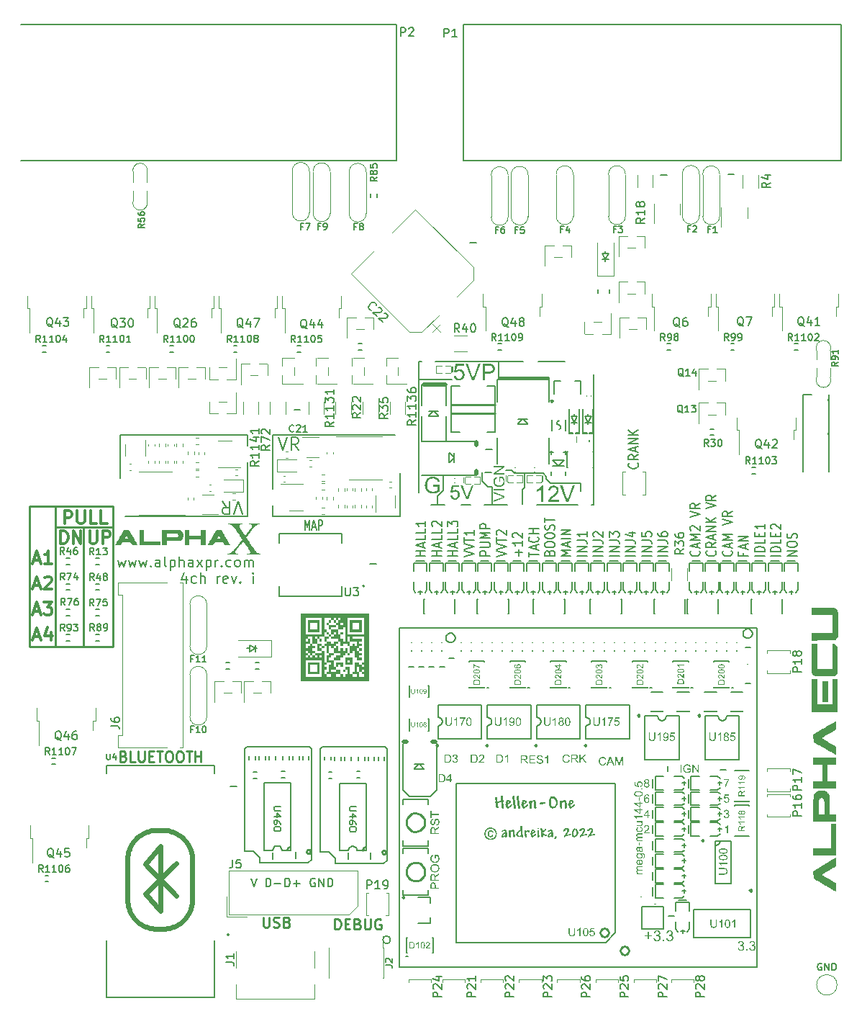
<source format=gto>
G75*
G70*
%OFA0B0*%
%FSLAX25Y25*%
%IPPOS*%
%LPD*%
%AMOC8*
5,1,8,0,0,1.08239X$1,22.5*
%
%ADD122C,0.00394*%
%ADD123C,0.01000*%
%ADD202C,0.00300*%
%ADD57C,0.01575*%
%ADD58C,0.00787*%
%ADD61C,0.01181*%
%ADD62C,0.00800*%
%ADD65C,0.00472*%
%ADD71C,0.00984*%
%ADD72C,0.00591*%
%ADD73C,0.00669*%
%ADD74C,0.00500*%
%ADD75C,0.00390*%
%ADD76C,0.02484*%
%ADD83C,0.01968*%
X0000000Y0000000D02*
%LPD*%
G01*
D71*
X0015748Y0228346D02*
X0015748Y0163386D01*
X0042520Y0163386D02*
X0042520Y0228346D01*
X0042520Y0218504D02*
X0015748Y0218504D01*
X0042520Y0228346D02*
X0003937Y0228346D01*
X0028740Y0163386D02*
X0028740Y0218504D01*
X0003937Y0228346D02*
X0003937Y0163386D01*
X0003937Y0163386D02*
X0042520Y0163386D01*
D58*
X0187354Y0205392D02*
X0182708Y0205392D01*
X0184920Y0205392D02*
X0184920Y0207642D01*
X0187354Y0207642D02*
X0182708Y0207642D01*
X0186026Y0209329D02*
X0186026Y0211204D01*
X0187354Y0208954D02*
X0182708Y0210267D01*
X0182708Y0210267D02*
X0187354Y0211579D01*
X0187354Y0214766D02*
X0187354Y0212891D01*
X0187354Y0212891D02*
X0182708Y0212891D01*
X0187354Y0217953D02*
X0187354Y0216079D01*
X0187354Y0216079D02*
X0182708Y0216079D01*
X0187354Y0221328D02*
X0187354Y0219078D01*
X0187354Y0220203D02*
X0182708Y0220203D01*
X0182708Y0220203D02*
X0183372Y0219828D01*
X0183372Y0219828D02*
X0183814Y0219453D01*
X0183814Y0219453D02*
X0184035Y0219078D01*
X0194833Y0205392D02*
X0190187Y0205392D01*
X0192400Y0205392D02*
X0192400Y0207642D01*
X0194833Y0207642D02*
X0190187Y0207642D01*
X0193506Y0209329D02*
X0193506Y0211204D01*
X0194833Y0208954D02*
X0190187Y0210267D01*
X0190187Y0210267D02*
X0194833Y0211579D01*
X0194833Y0214766D02*
X0194833Y0212891D01*
X0194833Y0212891D02*
X0190187Y0212891D01*
X0194833Y0217953D02*
X0194833Y0216079D01*
X0194833Y0216079D02*
X0190187Y0216079D01*
X0190630Y0219078D02*
X0190409Y0219266D01*
X0190409Y0219266D02*
X0190187Y0219641D01*
X0190187Y0219641D02*
X0190187Y0220578D01*
X0190187Y0220578D02*
X0190409Y0220953D01*
X0190409Y0220953D02*
X0190630Y0221140D01*
X0190630Y0221140D02*
X0191072Y0221328D01*
X0191072Y0221328D02*
X0191515Y0221328D01*
X0191515Y0221328D02*
X0192178Y0221140D01*
X0192178Y0221140D02*
X0194833Y0218891D01*
X0194833Y0218891D02*
X0194833Y0221328D01*
X0202313Y0205392D02*
X0197667Y0205392D01*
X0199879Y0205392D02*
X0199879Y0207642D01*
X0202313Y0207642D02*
X0197667Y0207642D01*
X0200985Y0209329D02*
X0200985Y0211204D01*
X0202313Y0208954D02*
X0197667Y0210267D01*
X0197667Y0210267D02*
X0202313Y0211579D01*
X0202313Y0214766D02*
X0202313Y0212891D01*
X0202313Y0212891D02*
X0197667Y0212891D01*
X0202313Y0217953D02*
X0202313Y0216079D01*
X0202313Y0216079D02*
X0197667Y0216079D01*
X0197667Y0218891D02*
X0197667Y0221328D01*
X0197667Y0221328D02*
X0199437Y0220016D01*
X0199437Y0220016D02*
X0199437Y0220578D01*
X0199437Y0220578D02*
X0199658Y0220953D01*
X0199658Y0220953D02*
X0199879Y0221140D01*
X0199879Y0221140D02*
X0200322Y0221328D01*
X0200322Y0221328D02*
X0201428Y0221328D01*
X0201428Y0221328D02*
X0201870Y0221140D01*
X0201870Y0221140D02*
X0202091Y0220953D01*
X0202091Y0220953D02*
X0202313Y0220578D01*
X0202313Y0220578D02*
X0202313Y0219453D01*
X0202313Y0219453D02*
X0202091Y0219078D01*
X0202091Y0219078D02*
X0201870Y0218891D01*
X0205146Y0204830D02*
X0209792Y0206142D01*
X0209792Y0206142D02*
X0205146Y0207455D01*
X0205146Y0208205D02*
X0209792Y0209517D01*
X0209792Y0209517D02*
X0205146Y0210829D01*
X0205146Y0211579D02*
X0205146Y0213829D01*
X0209792Y0212704D02*
X0205146Y0212704D01*
X0209792Y0217203D02*
X0209792Y0214954D01*
X0209792Y0216079D02*
X0205146Y0216079D01*
X0205146Y0216079D02*
X0205810Y0215704D01*
X0205810Y0215704D02*
X0206253Y0215329D01*
X0206253Y0215329D02*
X0206474Y0214954D01*
X0217272Y0205392D02*
X0212626Y0205392D01*
X0212626Y0205392D02*
X0212626Y0206892D01*
X0212626Y0206892D02*
X0212847Y0207267D01*
X0212847Y0207267D02*
X0213068Y0207455D01*
X0213068Y0207455D02*
X0213511Y0207642D01*
X0213511Y0207642D02*
X0214175Y0207642D01*
X0214175Y0207642D02*
X0214617Y0207455D01*
X0214617Y0207455D02*
X0214838Y0207267D01*
X0214838Y0207267D02*
X0215059Y0206892D01*
X0215059Y0206892D02*
X0215059Y0205392D01*
X0212626Y0209329D02*
X0216387Y0209329D01*
X0216387Y0209329D02*
X0216829Y0209517D01*
X0216829Y0209517D02*
X0217050Y0209704D01*
X0217050Y0209704D02*
X0217272Y0210079D01*
X0217272Y0210079D02*
X0217272Y0210829D01*
X0217272Y0210829D02*
X0217050Y0211204D01*
X0217050Y0211204D02*
X0216829Y0211392D01*
X0216829Y0211392D02*
X0216387Y0211579D01*
X0216387Y0211579D02*
X0212626Y0211579D01*
X0217272Y0213454D02*
X0212626Y0213454D01*
X0212626Y0213454D02*
X0215944Y0214766D01*
X0215944Y0214766D02*
X0212626Y0216079D01*
X0212626Y0216079D02*
X0217272Y0216079D01*
X0217272Y0217953D02*
X0212626Y0217953D01*
X0212626Y0217953D02*
X0212626Y0219453D01*
X0212626Y0219453D02*
X0212847Y0219828D01*
X0212847Y0219828D02*
X0213068Y0220016D01*
X0213068Y0220016D02*
X0213511Y0220203D01*
X0213511Y0220203D02*
X0214175Y0220203D01*
X0214175Y0220203D02*
X0214617Y0220016D01*
X0214617Y0220016D02*
X0214838Y0219828D01*
X0214838Y0219828D02*
X0215059Y0219453D01*
X0215059Y0219453D02*
X0215059Y0217953D01*
X0220105Y0204830D02*
X0224751Y0206142D01*
X0224751Y0206142D02*
X0220105Y0207455D01*
X0220105Y0208205D02*
X0224751Y0209517D01*
X0224751Y0209517D02*
X0220105Y0210829D01*
X0220105Y0211579D02*
X0220105Y0213829D01*
X0224751Y0212704D02*
X0220105Y0212704D01*
X0220548Y0214954D02*
X0220327Y0215141D01*
X0220327Y0215141D02*
X0220105Y0215516D01*
X0220105Y0215516D02*
X0220105Y0216454D01*
X0220105Y0216454D02*
X0220327Y0216828D01*
X0220327Y0216828D02*
X0220548Y0217016D01*
X0220548Y0217016D02*
X0220990Y0217203D01*
X0220990Y0217203D02*
X0221433Y0217203D01*
X0221433Y0217203D02*
X0222096Y0217016D01*
X0222096Y0217016D02*
X0224751Y0214766D01*
X0224751Y0214766D02*
X0224751Y0217203D01*
X0230461Y0205392D02*
X0230461Y0208392D01*
X0232231Y0206892D02*
X0228691Y0206892D01*
X0232231Y0212329D02*
X0232231Y0210079D01*
X0232231Y0211204D02*
X0227585Y0211204D01*
X0227585Y0211204D02*
X0228249Y0210829D01*
X0228249Y0210829D02*
X0228691Y0210454D01*
X0228691Y0210454D02*
X0228912Y0210079D01*
X0228027Y0213829D02*
X0227806Y0214016D01*
X0227806Y0214016D02*
X0227585Y0214391D01*
X0227585Y0214391D02*
X0227585Y0215329D01*
X0227585Y0215329D02*
X0227806Y0215704D01*
X0227806Y0215704D02*
X0228027Y0215891D01*
X0228027Y0215891D02*
X0228470Y0216079D01*
X0228470Y0216079D02*
X0228912Y0216079D01*
X0228912Y0216079D02*
X0229576Y0215891D01*
X0229576Y0215891D02*
X0232231Y0213641D01*
X0232231Y0213641D02*
X0232231Y0216079D01*
X0235065Y0204830D02*
X0235065Y0207080D01*
X0239710Y0205955D02*
X0235065Y0205955D01*
X0238383Y0208205D02*
X0238383Y0210079D01*
X0239710Y0207830D02*
X0235065Y0209142D01*
X0235065Y0209142D02*
X0239710Y0210454D01*
X0239268Y0214016D02*
X0239489Y0213829D01*
X0239489Y0213829D02*
X0239710Y0213266D01*
X0239710Y0213266D02*
X0239710Y0212891D01*
X0239710Y0212891D02*
X0239489Y0212329D01*
X0239489Y0212329D02*
X0239047Y0211954D01*
X0239047Y0211954D02*
X0238604Y0211767D01*
X0238604Y0211767D02*
X0237719Y0211579D01*
X0237719Y0211579D02*
X0237056Y0211579D01*
X0237056Y0211579D02*
X0236171Y0211767D01*
X0236171Y0211767D02*
X0235728Y0211954D01*
X0235728Y0211954D02*
X0235286Y0212329D01*
X0235286Y0212329D02*
X0235065Y0212891D01*
X0235065Y0212891D02*
X0235065Y0213266D01*
X0235065Y0213266D02*
X0235286Y0213829D01*
X0235286Y0213829D02*
X0235507Y0214016D01*
X0239710Y0215704D02*
X0235065Y0215704D01*
X0237277Y0215704D02*
X0237277Y0217953D01*
X0239710Y0217953D02*
X0235065Y0217953D01*
X0244756Y0206705D02*
X0244978Y0207267D01*
X0244978Y0207267D02*
X0245199Y0207455D01*
X0245199Y0207455D02*
X0245641Y0207642D01*
X0245641Y0207642D02*
X0246305Y0207642D01*
X0246305Y0207642D02*
X0246747Y0207455D01*
X0246747Y0207455D02*
X0246969Y0207267D01*
X0246969Y0207267D02*
X0247190Y0206892D01*
X0247190Y0206892D02*
X0247190Y0205392D01*
X0247190Y0205392D02*
X0242544Y0205392D01*
X0242544Y0205392D02*
X0242544Y0206705D01*
X0242544Y0206705D02*
X0242765Y0207080D01*
X0242765Y0207080D02*
X0242987Y0207267D01*
X0242987Y0207267D02*
X0243429Y0207455D01*
X0243429Y0207455D02*
X0243871Y0207455D01*
X0243871Y0207455D02*
X0244314Y0207267D01*
X0244314Y0207267D02*
X0244535Y0207080D01*
X0244535Y0207080D02*
X0244756Y0206705D01*
X0244756Y0206705D02*
X0244756Y0205392D01*
X0242544Y0210079D02*
X0242544Y0210829D01*
X0242544Y0210829D02*
X0242765Y0211204D01*
X0242765Y0211204D02*
X0243208Y0211579D01*
X0243208Y0211579D02*
X0244093Y0211767D01*
X0244093Y0211767D02*
X0245641Y0211767D01*
X0245641Y0211767D02*
X0246526Y0211579D01*
X0246526Y0211579D02*
X0246969Y0211204D01*
X0246969Y0211204D02*
X0247190Y0210829D01*
X0247190Y0210829D02*
X0247190Y0210079D01*
X0247190Y0210079D02*
X0246969Y0209704D01*
X0246969Y0209704D02*
X0246526Y0209329D01*
X0246526Y0209329D02*
X0245641Y0209142D01*
X0245641Y0209142D02*
X0244093Y0209142D01*
X0244093Y0209142D02*
X0243208Y0209329D01*
X0243208Y0209329D02*
X0242765Y0209704D01*
X0242765Y0209704D02*
X0242544Y0210079D01*
X0242544Y0214204D02*
X0242544Y0214954D01*
X0242544Y0214954D02*
X0242765Y0215329D01*
X0242765Y0215329D02*
X0243208Y0215704D01*
X0243208Y0215704D02*
X0244093Y0215891D01*
X0244093Y0215891D02*
X0245641Y0215891D01*
X0245641Y0215891D02*
X0246526Y0215704D01*
X0246526Y0215704D02*
X0246969Y0215329D01*
X0246969Y0215329D02*
X0247190Y0214954D01*
X0247190Y0214954D02*
X0247190Y0214204D01*
X0247190Y0214204D02*
X0246969Y0213829D01*
X0246969Y0213829D02*
X0246526Y0213454D01*
X0246526Y0213454D02*
X0245641Y0213266D01*
X0245641Y0213266D02*
X0244093Y0213266D01*
X0244093Y0213266D02*
X0243208Y0213454D01*
X0243208Y0213454D02*
X0242765Y0213829D01*
X0242765Y0213829D02*
X0242544Y0214204D01*
X0246969Y0217391D02*
X0247190Y0217953D01*
X0247190Y0217953D02*
X0247190Y0218891D01*
X0247190Y0218891D02*
X0246969Y0219266D01*
X0246969Y0219266D02*
X0246747Y0219453D01*
X0246747Y0219453D02*
X0246305Y0219641D01*
X0246305Y0219641D02*
X0245862Y0219641D01*
X0245862Y0219641D02*
X0245420Y0219453D01*
X0245420Y0219453D02*
X0245199Y0219266D01*
X0245199Y0219266D02*
X0244978Y0218891D01*
X0244978Y0218891D02*
X0244756Y0218141D01*
X0244756Y0218141D02*
X0244535Y0217766D01*
X0244535Y0217766D02*
X0244314Y0217578D01*
X0244314Y0217578D02*
X0243871Y0217391D01*
X0243871Y0217391D02*
X0243429Y0217391D01*
X0243429Y0217391D02*
X0242987Y0217578D01*
X0242987Y0217578D02*
X0242765Y0217766D01*
X0242765Y0217766D02*
X0242544Y0218141D01*
X0242544Y0218141D02*
X0242544Y0219078D01*
X0242544Y0219078D02*
X0242765Y0219641D01*
X0242544Y0220765D02*
X0242544Y0223015D01*
X0247190Y0221890D02*
X0242544Y0221890D01*
X0254669Y0205392D02*
X0250024Y0205392D01*
X0250024Y0205392D02*
X0253342Y0206705D01*
X0253342Y0206705D02*
X0250024Y0208017D01*
X0250024Y0208017D02*
X0254669Y0208017D01*
X0253342Y0209704D02*
X0253342Y0211579D01*
X0254669Y0209329D02*
X0250024Y0210642D01*
X0250024Y0210642D02*
X0254669Y0211954D01*
X0254669Y0213266D02*
X0250024Y0213266D01*
X0254669Y0215141D02*
X0250024Y0215141D01*
X0250024Y0215141D02*
X0254669Y0217391D01*
X0254669Y0217391D02*
X0250024Y0217391D01*
X0262149Y0205392D02*
X0257503Y0205392D01*
X0262149Y0207267D02*
X0257503Y0207267D01*
X0257503Y0207267D02*
X0262149Y0209517D01*
X0262149Y0209517D02*
X0257503Y0209517D01*
X0257503Y0212517D02*
X0260821Y0212517D01*
X0260821Y0212517D02*
X0261485Y0212329D01*
X0261485Y0212329D02*
X0261928Y0211954D01*
X0261928Y0211954D02*
X0262149Y0211392D01*
X0262149Y0211392D02*
X0262149Y0211017D01*
X0262149Y0216454D02*
X0262149Y0214204D01*
X0262149Y0215329D02*
X0257503Y0215329D01*
X0257503Y0215329D02*
X0258167Y0214954D01*
X0258167Y0214954D02*
X0258609Y0214579D01*
X0258609Y0214579D02*
X0258830Y0214204D01*
X0269628Y0205392D02*
X0264983Y0205392D01*
X0269628Y0207267D02*
X0264983Y0207267D01*
X0264983Y0207267D02*
X0269628Y0209517D01*
X0269628Y0209517D02*
X0264983Y0209517D01*
X0264983Y0212517D02*
X0268301Y0212517D01*
X0268301Y0212517D02*
X0268965Y0212329D01*
X0268965Y0212329D02*
X0269407Y0211954D01*
X0269407Y0211954D02*
X0269628Y0211392D01*
X0269628Y0211392D02*
X0269628Y0211017D01*
X0265425Y0214204D02*
X0265204Y0214391D01*
X0265204Y0214391D02*
X0264983Y0214766D01*
X0264983Y0214766D02*
X0264983Y0215704D01*
X0264983Y0215704D02*
X0265204Y0216079D01*
X0265204Y0216079D02*
X0265425Y0216266D01*
X0265425Y0216266D02*
X0265868Y0216454D01*
X0265868Y0216454D02*
X0266310Y0216454D01*
X0266310Y0216454D02*
X0266974Y0216266D01*
X0266974Y0216266D02*
X0269628Y0214016D01*
X0269628Y0214016D02*
X0269628Y0216454D01*
X0277108Y0205392D02*
X0272462Y0205392D01*
X0277108Y0207267D02*
X0272462Y0207267D01*
X0272462Y0207267D02*
X0277108Y0209517D01*
X0277108Y0209517D02*
X0272462Y0209517D01*
X0272462Y0212517D02*
X0275780Y0212517D01*
X0275780Y0212517D02*
X0276444Y0212329D01*
X0276444Y0212329D02*
X0276887Y0211954D01*
X0276887Y0211954D02*
X0277108Y0211392D01*
X0277108Y0211392D02*
X0277108Y0211017D01*
X0272462Y0214016D02*
X0272462Y0216454D01*
X0272462Y0216454D02*
X0274232Y0215141D01*
X0274232Y0215141D02*
X0274232Y0215704D01*
X0274232Y0215704D02*
X0274453Y0216079D01*
X0274453Y0216079D02*
X0274674Y0216266D01*
X0274674Y0216266D02*
X0275117Y0216454D01*
X0275117Y0216454D02*
X0276223Y0216454D01*
X0276223Y0216454D02*
X0276665Y0216266D01*
X0276665Y0216266D02*
X0276887Y0216079D01*
X0276887Y0216079D02*
X0277108Y0215704D01*
X0277108Y0215704D02*
X0277108Y0214579D01*
X0277108Y0214579D02*
X0276887Y0214204D01*
X0276887Y0214204D02*
X0276665Y0214016D01*
X0284587Y0205392D02*
X0279942Y0205392D01*
X0284587Y0207267D02*
X0279942Y0207267D01*
X0279942Y0207267D02*
X0284587Y0209517D01*
X0284587Y0209517D02*
X0279942Y0209517D01*
X0279942Y0212517D02*
X0283260Y0212517D01*
X0283260Y0212517D02*
X0283924Y0212329D01*
X0283924Y0212329D02*
X0284366Y0211954D01*
X0284366Y0211954D02*
X0284587Y0211392D01*
X0284587Y0211392D02*
X0284587Y0211017D01*
X0281490Y0216079D02*
X0284587Y0216079D01*
X0279720Y0215141D02*
X0283039Y0214204D01*
X0283039Y0214204D02*
X0283039Y0216641D01*
X0292067Y0205392D02*
X0287421Y0205392D01*
X0292067Y0207267D02*
X0287421Y0207267D01*
X0287421Y0207267D02*
X0292067Y0209517D01*
X0292067Y0209517D02*
X0287421Y0209517D01*
X0287421Y0212517D02*
X0290740Y0212517D01*
X0290740Y0212517D02*
X0291403Y0212329D01*
X0291403Y0212329D02*
X0291846Y0211954D01*
X0291846Y0211954D02*
X0292067Y0211392D01*
X0292067Y0211392D02*
X0292067Y0211017D01*
X0287421Y0216266D02*
X0287421Y0214391D01*
X0287421Y0214391D02*
X0289633Y0214204D01*
X0289633Y0214204D02*
X0289412Y0214391D01*
X0289412Y0214391D02*
X0289191Y0214766D01*
X0289191Y0214766D02*
X0289191Y0215704D01*
X0289191Y0215704D02*
X0289412Y0216079D01*
X0289412Y0216079D02*
X0289633Y0216266D01*
X0289633Y0216266D02*
X0290076Y0216454D01*
X0290076Y0216454D02*
X0291182Y0216454D01*
X0291182Y0216454D02*
X0291624Y0216266D01*
X0291624Y0216266D02*
X0291846Y0216079D01*
X0291846Y0216079D02*
X0292067Y0215704D01*
X0292067Y0215704D02*
X0292067Y0214766D01*
X0292067Y0214766D02*
X0291846Y0214391D01*
X0291846Y0214391D02*
X0291624Y0214204D01*
X0299546Y0205392D02*
X0294901Y0205392D01*
X0299546Y0207267D02*
X0294901Y0207267D01*
X0294901Y0207267D02*
X0299546Y0209517D01*
X0299546Y0209517D02*
X0294901Y0209517D01*
X0294901Y0212517D02*
X0298219Y0212517D01*
X0298219Y0212517D02*
X0298883Y0212329D01*
X0298883Y0212329D02*
X0299325Y0211954D01*
X0299325Y0211954D02*
X0299546Y0211392D01*
X0299546Y0211392D02*
X0299546Y0211017D01*
X0294901Y0216079D02*
X0294901Y0215329D01*
X0294901Y0215329D02*
X0295122Y0214954D01*
X0295122Y0214954D02*
X0295343Y0214766D01*
X0295343Y0214766D02*
X0296007Y0214391D01*
X0296007Y0214391D02*
X0296892Y0214204D01*
X0296892Y0214204D02*
X0298662Y0214204D01*
X0298662Y0214204D02*
X0299104Y0214391D01*
X0299104Y0214391D02*
X0299325Y0214579D01*
X0299325Y0214579D02*
X0299546Y0214954D01*
X0299546Y0214954D02*
X0299546Y0215704D01*
X0299546Y0215704D02*
X0299325Y0216079D01*
X0299325Y0216079D02*
X0299104Y0216266D01*
X0299104Y0216266D02*
X0298662Y0216454D01*
X0298662Y0216454D02*
X0297555Y0216454D01*
X0297555Y0216454D02*
X0297113Y0216266D01*
X0297113Y0216266D02*
X0296892Y0216079D01*
X0296892Y0216079D02*
X0296671Y0215704D01*
X0296671Y0215704D02*
X0296671Y0214954D01*
X0296671Y0214954D02*
X0296892Y0214579D01*
X0296892Y0214579D02*
X0297113Y0214391D01*
X0297113Y0214391D02*
X0297555Y0214204D01*
X0314063Y0207642D02*
X0314284Y0207455D01*
X0314284Y0207455D02*
X0314505Y0206892D01*
X0314505Y0206892D02*
X0314505Y0206517D01*
X0314505Y0206517D02*
X0314284Y0205955D01*
X0314284Y0205955D02*
X0313842Y0205580D01*
X0313842Y0205580D02*
X0313399Y0205392D01*
X0313399Y0205392D02*
X0312514Y0205205D01*
X0312514Y0205205D02*
X0311851Y0205205D01*
X0311851Y0205205D02*
X0310966Y0205392D01*
X0310966Y0205392D02*
X0310523Y0205580D01*
X0310523Y0205580D02*
X0310081Y0205955D01*
X0310081Y0205955D02*
X0309860Y0206517D01*
X0309860Y0206517D02*
X0309860Y0206892D01*
X0309860Y0206892D02*
X0310081Y0207455D01*
X0310081Y0207455D02*
X0310302Y0207642D01*
X0313178Y0209142D02*
X0313178Y0211017D01*
X0314505Y0208767D02*
X0309860Y0210079D01*
X0309860Y0210079D02*
X0314505Y0211392D01*
X0314505Y0212704D02*
X0309860Y0212704D01*
X0309860Y0212704D02*
X0313178Y0214016D01*
X0313178Y0214016D02*
X0309860Y0215329D01*
X0309860Y0215329D02*
X0314505Y0215329D01*
X0310302Y0217016D02*
X0310081Y0217203D01*
X0310081Y0217203D02*
X0309860Y0217578D01*
X0309860Y0217578D02*
X0309860Y0218516D01*
X0309860Y0218516D02*
X0310081Y0218891D01*
X0310081Y0218891D02*
X0310302Y0219078D01*
X0310302Y0219078D02*
X0310745Y0219266D01*
X0310745Y0219266D02*
X0311187Y0219266D01*
X0311187Y0219266D02*
X0311851Y0219078D01*
X0311851Y0219078D02*
X0314505Y0216828D01*
X0314505Y0216828D02*
X0314505Y0219266D01*
X0309860Y0223390D02*
X0314505Y0224703D01*
X0314505Y0224703D02*
X0309860Y0226015D01*
X0314505Y0229577D02*
X0312293Y0228265D01*
X0314505Y0227327D02*
X0309860Y0227327D01*
X0309860Y0227327D02*
X0309860Y0228827D01*
X0309860Y0228827D02*
X0310081Y0229202D01*
X0310081Y0229202D02*
X0310302Y0229389D01*
X0310302Y0229389D02*
X0310745Y0229577D01*
X0310745Y0229577D02*
X0311408Y0229577D01*
X0311408Y0229577D02*
X0311851Y0229389D01*
X0311851Y0229389D02*
X0312072Y0229202D01*
X0312072Y0229202D02*
X0312293Y0228827D01*
X0312293Y0228827D02*
X0312293Y0227327D01*
X0321543Y0207642D02*
X0321764Y0207455D01*
X0321764Y0207455D02*
X0321985Y0206892D01*
X0321985Y0206892D02*
X0321985Y0206517D01*
X0321985Y0206517D02*
X0321764Y0205955D01*
X0321764Y0205955D02*
X0321321Y0205580D01*
X0321321Y0205580D02*
X0320879Y0205392D01*
X0320879Y0205392D02*
X0319994Y0205205D01*
X0319994Y0205205D02*
X0319330Y0205205D01*
X0319330Y0205205D02*
X0318445Y0205392D01*
X0318445Y0205392D02*
X0318003Y0205580D01*
X0318003Y0205580D02*
X0317561Y0205955D01*
X0317561Y0205955D02*
X0317339Y0206517D01*
X0317339Y0206517D02*
X0317339Y0206892D01*
X0317339Y0206892D02*
X0317561Y0207455D01*
X0317561Y0207455D02*
X0317782Y0207642D01*
X0321985Y0211579D02*
X0319773Y0210267D01*
X0321985Y0209329D02*
X0317339Y0209329D01*
X0317339Y0209329D02*
X0317339Y0210829D01*
X0317339Y0210829D02*
X0317561Y0211204D01*
X0317561Y0211204D02*
X0317782Y0211392D01*
X0317782Y0211392D02*
X0318224Y0211579D01*
X0318224Y0211579D02*
X0318888Y0211579D01*
X0318888Y0211579D02*
X0319330Y0211392D01*
X0319330Y0211392D02*
X0319552Y0211204D01*
X0319552Y0211204D02*
X0319773Y0210829D01*
X0319773Y0210829D02*
X0319773Y0209329D01*
X0320658Y0213079D02*
X0320658Y0214954D01*
X0321985Y0212704D02*
X0317339Y0214016D01*
X0317339Y0214016D02*
X0321985Y0215329D01*
X0321985Y0216641D02*
X0317339Y0216641D01*
X0317339Y0216641D02*
X0321985Y0218891D01*
X0321985Y0218891D02*
X0317339Y0218891D01*
X0321985Y0220765D02*
X0317339Y0220765D01*
X0321985Y0223015D02*
X0319330Y0221328D01*
X0317339Y0223015D02*
X0319994Y0220765D01*
X0317339Y0227140D02*
X0321985Y0228452D01*
X0321985Y0228452D02*
X0317339Y0229764D01*
X0321985Y0233326D02*
X0319773Y0232014D01*
X0321985Y0231077D02*
X0317339Y0231077D01*
X0317339Y0231077D02*
X0317339Y0232577D01*
X0317339Y0232577D02*
X0317561Y0232951D01*
X0317561Y0232951D02*
X0317782Y0233139D01*
X0317782Y0233139D02*
X0318224Y0233326D01*
X0318224Y0233326D02*
X0318888Y0233326D01*
X0318888Y0233326D02*
X0319330Y0233139D01*
X0319330Y0233139D02*
X0319552Y0232951D01*
X0319552Y0232951D02*
X0319773Y0232577D01*
X0319773Y0232577D02*
X0319773Y0231077D01*
X0329022Y0207642D02*
X0329243Y0207455D01*
X0329243Y0207455D02*
X0329465Y0206892D01*
X0329465Y0206892D02*
X0329465Y0206517D01*
X0329465Y0206517D02*
X0329243Y0205955D01*
X0329243Y0205955D02*
X0328801Y0205580D01*
X0328801Y0205580D02*
X0328358Y0205392D01*
X0328358Y0205392D02*
X0327474Y0205205D01*
X0327474Y0205205D02*
X0326810Y0205205D01*
X0326810Y0205205D02*
X0325925Y0205392D01*
X0325925Y0205392D02*
X0325483Y0205580D01*
X0325483Y0205580D02*
X0325040Y0205955D01*
X0325040Y0205955D02*
X0324819Y0206517D01*
X0324819Y0206517D02*
X0324819Y0206892D01*
X0324819Y0206892D02*
X0325040Y0207455D01*
X0325040Y0207455D02*
X0325261Y0207642D01*
X0328137Y0209142D02*
X0328137Y0211017D01*
X0329465Y0208767D02*
X0324819Y0210079D01*
X0324819Y0210079D02*
X0329465Y0211392D01*
X0329465Y0212704D02*
X0324819Y0212704D01*
X0324819Y0212704D02*
X0328137Y0214016D01*
X0328137Y0214016D02*
X0324819Y0215329D01*
X0324819Y0215329D02*
X0329465Y0215329D01*
X0324819Y0219641D02*
X0329465Y0220953D01*
X0329465Y0220953D02*
X0324819Y0222265D01*
X0329465Y0225827D02*
X0327252Y0224515D01*
X0329465Y0223578D02*
X0324819Y0223578D01*
X0324819Y0223578D02*
X0324819Y0225077D01*
X0324819Y0225077D02*
X0325040Y0225452D01*
X0325040Y0225452D02*
X0325261Y0225640D01*
X0325261Y0225640D02*
X0325704Y0225827D01*
X0325704Y0225827D02*
X0326367Y0225827D01*
X0326367Y0225827D02*
X0326810Y0225640D01*
X0326810Y0225640D02*
X0327031Y0225452D01*
X0327031Y0225452D02*
X0327252Y0225077D01*
X0327252Y0225077D02*
X0327252Y0223578D01*
X0334511Y0206705D02*
X0334511Y0205392D01*
X0336944Y0205392D02*
X0332298Y0205392D01*
X0332298Y0205392D02*
X0332298Y0207267D01*
X0335617Y0208580D02*
X0335617Y0210454D01*
X0336944Y0208205D02*
X0332298Y0209517D01*
X0332298Y0209517D02*
X0336944Y0210829D01*
X0336944Y0212142D02*
X0332298Y0212142D01*
X0332298Y0212142D02*
X0336944Y0214391D01*
X0336944Y0214391D02*
X0332298Y0214391D01*
X0344424Y0205392D02*
X0339778Y0205392D01*
X0344424Y0207267D02*
X0339778Y0207267D01*
X0339778Y0207267D02*
X0339778Y0208205D01*
X0339778Y0208205D02*
X0339999Y0208767D01*
X0339999Y0208767D02*
X0340442Y0209142D01*
X0340442Y0209142D02*
X0340884Y0209329D01*
X0340884Y0209329D02*
X0341769Y0209517D01*
X0341769Y0209517D02*
X0342433Y0209517D01*
X0342433Y0209517D02*
X0343317Y0209329D01*
X0343317Y0209329D02*
X0343760Y0209142D01*
X0343760Y0209142D02*
X0344202Y0208767D01*
X0344202Y0208767D02*
X0344424Y0208205D01*
X0344424Y0208205D02*
X0344424Y0207267D01*
X0344424Y0213079D02*
X0344424Y0211204D01*
X0344424Y0211204D02*
X0339778Y0211204D01*
X0341990Y0214391D02*
X0341990Y0215704D01*
X0344424Y0216266D02*
X0344424Y0214391D01*
X0344424Y0214391D02*
X0339778Y0214391D01*
X0339778Y0214391D02*
X0339778Y0216266D01*
X0344424Y0220016D02*
X0344424Y0217766D01*
X0344424Y0218891D02*
X0339778Y0218891D01*
X0339778Y0218891D02*
X0340442Y0218516D01*
X0340442Y0218516D02*
X0340884Y0218141D01*
X0340884Y0218141D02*
X0341105Y0217766D01*
X0351903Y0205392D02*
X0347257Y0205392D01*
X0351903Y0207267D02*
X0347257Y0207267D01*
X0347257Y0207267D02*
X0347257Y0208205D01*
X0347257Y0208205D02*
X0347479Y0208767D01*
X0347479Y0208767D02*
X0347921Y0209142D01*
X0347921Y0209142D02*
X0348364Y0209329D01*
X0348364Y0209329D02*
X0349248Y0209517D01*
X0349248Y0209517D02*
X0349912Y0209517D01*
X0349912Y0209517D02*
X0350797Y0209329D01*
X0350797Y0209329D02*
X0351239Y0209142D01*
X0351239Y0209142D02*
X0351682Y0208767D01*
X0351682Y0208767D02*
X0351903Y0208205D01*
X0351903Y0208205D02*
X0351903Y0207267D01*
X0351903Y0213079D02*
X0351903Y0211204D01*
X0351903Y0211204D02*
X0347257Y0211204D01*
X0349470Y0214391D02*
X0349470Y0215704D01*
X0351903Y0216266D02*
X0351903Y0214391D01*
X0351903Y0214391D02*
X0347257Y0214391D01*
X0347257Y0214391D02*
X0347257Y0216266D01*
X0347700Y0217766D02*
X0347479Y0217953D01*
X0347479Y0217953D02*
X0347257Y0218328D01*
X0347257Y0218328D02*
X0347257Y0219266D01*
X0347257Y0219266D02*
X0347479Y0219641D01*
X0347479Y0219641D02*
X0347700Y0219828D01*
X0347700Y0219828D02*
X0348142Y0220016D01*
X0348142Y0220016D02*
X0348585Y0220016D01*
X0348585Y0220016D02*
X0349248Y0219828D01*
X0349248Y0219828D02*
X0351903Y0217578D01*
X0351903Y0217578D02*
X0351903Y0220016D01*
X0359383Y0205392D02*
X0354737Y0205392D01*
X0354737Y0205392D02*
X0359383Y0207642D01*
X0359383Y0207642D02*
X0354737Y0207642D01*
X0354737Y0210267D02*
X0354737Y0211017D01*
X0354737Y0211017D02*
X0354958Y0211392D01*
X0354958Y0211392D02*
X0355401Y0211767D01*
X0355401Y0211767D02*
X0356286Y0211954D01*
X0356286Y0211954D02*
X0357834Y0211954D01*
X0357834Y0211954D02*
X0358719Y0211767D01*
X0358719Y0211767D02*
X0359161Y0211392D01*
X0359161Y0211392D02*
X0359383Y0211017D01*
X0359383Y0211017D02*
X0359383Y0210267D01*
X0359383Y0210267D02*
X0359161Y0209892D01*
X0359161Y0209892D02*
X0358719Y0209517D01*
X0358719Y0209517D02*
X0357834Y0209329D01*
X0357834Y0209329D02*
X0356286Y0209329D01*
X0356286Y0209329D02*
X0355401Y0209517D01*
X0355401Y0209517D02*
X0354958Y0209892D01*
X0354958Y0209892D02*
X0354737Y0210267D01*
X0359161Y0213454D02*
X0359383Y0214016D01*
X0359383Y0214016D02*
X0359383Y0214954D01*
X0359383Y0214954D02*
X0359161Y0215329D01*
X0359161Y0215329D02*
X0358940Y0215516D01*
X0358940Y0215516D02*
X0358498Y0215704D01*
X0358498Y0215704D02*
X0358055Y0215704D01*
X0358055Y0215704D02*
X0357613Y0215516D01*
X0357613Y0215516D02*
X0357392Y0215329D01*
X0357392Y0215329D02*
X0357170Y0214954D01*
X0357170Y0214954D02*
X0356949Y0214204D01*
X0356949Y0214204D02*
X0356728Y0213829D01*
X0356728Y0213829D02*
X0356507Y0213641D01*
X0356507Y0213641D02*
X0356064Y0213454D01*
X0356064Y0213454D02*
X0355622Y0213454D01*
X0355622Y0213454D02*
X0355179Y0213641D01*
X0355179Y0213641D02*
X0354958Y0213829D01*
X0354958Y0213829D02*
X0354737Y0214204D01*
X0354737Y0214204D02*
X0354737Y0215141D01*
X0354737Y0215141D02*
X0354958Y0215704D01*
X0076547Y0195887D02*
X0076547Y0192737D01*
X0075422Y0197687D02*
X0074297Y0194312D01*
X0074297Y0194312D02*
X0077222Y0194312D01*
X0081046Y0192962D02*
X0080596Y0192737D01*
X0080596Y0192737D02*
X0079696Y0192737D01*
X0079696Y0192737D02*
X0079246Y0192962D01*
X0079246Y0192962D02*
X0079021Y0193187D01*
X0079021Y0193187D02*
X0078796Y0193637D01*
X0078796Y0193637D02*
X0078796Y0194987D01*
X0078796Y0194987D02*
X0079021Y0195437D01*
X0079021Y0195437D02*
X0079246Y0195662D01*
X0079246Y0195662D02*
X0079696Y0195887D01*
X0079696Y0195887D02*
X0080596Y0195887D01*
X0080596Y0195887D02*
X0081046Y0195662D01*
X0083071Y0192737D02*
X0083071Y0197462D01*
X0085096Y0192737D02*
X0085096Y0195212D01*
X0085096Y0195212D02*
X0084871Y0195662D01*
X0084871Y0195662D02*
X0084421Y0195887D01*
X0084421Y0195887D02*
X0083746Y0195887D01*
X0083746Y0195887D02*
X0083296Y0195662D01*
X0083296Y0195662D02*
X0083071Y0195437D01*
X0090945Y0192737D02*
X0090945Y0195887D01*
X0090945Y0194987D02*
X0091170Y0195437D01*
X0091170Y0195437D02*
X0091395Y0195662D01*
X0091395Y0195662D02*
X0091845Y0195887D01*
X0091845Y0195887D02*
X0092295Y0195887D01*
X0095669Y0192962D02*
X0095219Y0192737D01*
X0095219Y0192737D02*
X0094319Y0192737D01*
X0094319Y0192737D02*
X0093870Y0192962D01*
X0093870Y0192962D02*
X0093645Y0193412D01*
X0093645Y0193412D02*
X0093645Y0195212D01*
X0093645Y0195212D02*
X0093870Y0195662D01*
X0093870Y0195662D02*
X0094319Y0195887D01*
X0094319Y0195887D02*
X0095219Y0195887D01*
X0095219Y0195887D02*
X0095669Y0195662D01*
X0095669Y0195662D02*
X0095894Y0195212D01*
X0095894Y0195212D02*
X0095894Y0194762D01*
X0095894Y0194762D02*
X0093645Y0194312D01*
X0097469Y0195887D02*
X0098594Y0192737D01*
X0098594Y0192737D02*
X0099719Y0195887D01*
X0101519Y0193187D02*
X0101744Y0192962D01*
X0101744Y0192962D02*
X0101519Y0192737D01*
X0101519Y0192737D02*
X0101294Y0192962D01*
X0101294Y0192962D02*
X0101519Y0193187D01*
X0101519Y0193187D02*
X0101519Y0192737D01*
X0107368Y0192737D02*
X0107368Y0195887D01*
X0107368Y0197462D02*
X0107143Y0197237D01*
X0107143Y0197237D02*
X0107368Y0197012D01*
X0107368Y0197012D02*
X0107593Y0197237D01*
X0107593Y0197237D02*
X0107368Y0197462D01*
X0107368Y0197462D02*
X0107368Y0197012D01*
D72*
X0106468Y0056083D02*
X0107780Y0052146D01*
X0107780Y0052146D02*
X0109093Y0056083D01*
X0113405Y0052146D02*
X0113405Y0056083D01*
X0113405Y0056083D02*
X0114342Y0056083D01*
X0114342Y0056083D02*
X0114904Y0055896D01*
X0114904Y0055896D02*
X0115279Y0055521D01*
X0115279Y0055521D02*
X0115467Y0055146D01*
X0115467Y0055146D02*
X0115654Y0054396D01*
X0115654Y0054396D02*
X0115654Y0053834D01*
X0115654Y0053834D02*
X0115467Y0053084D01*
X0115467Y0053084D02*
X0115279Y0052709D01*
X0115279Y0052709D02*
X0114904Y0052334D01*
X0114904Y0052334D02*
X0114342Y0052146D01*
X0114342Y0052146D02*
X0113405Y0052146D01*
X0117342Y0053646D02*
X0120341Y0053646D01*
X0122216Y0052146D02*
X0122216Y0056083D01*
X0122216Y0056083D02*
X0123153Y0056083D01*
X0123153Y0056083D02*
X0123716Y0055896D01*
X0123716Y0055896D02*
X0124091Y0055521D01*
X0124091Y0055521D02*
X0124278Y0055146D01*
X0124278Y0055146D02*
X0124466Y0054396D01*
X0124466Y0054396D02*
X0124466Y0053834D01*
X0124466Y0053834D02*
X0124278Y0053084D01*
X0124278Y0053084D02*
X0124091Y0052709D01*
X0124091Y0052709D02*
X0123716Y0052334D01*
X0123716Y0052334D02*
X0123153Y0052146D01*
X0123153Y0052146D02*
X0122216Y0052146D01*
X0126153Y0053646D02*
X0129153Y0053646D01*
X0127653Y0052146D02*
X0127653Y0055146D01*
X0136089Y0055896D02*
X0135714Y0056083D01*
X0135714Y0056083D02*
X0135152Y0056083D01*
X0135152Y0056083D02*
X0134589Y0055896D01*
X0134589Y0055896D02*
X0134214Y0055521D01*
X0134214Y0055521D02*
X0134027Y0055146D01*
X0134027Y0055146D02*
X0133840Y0054396D01*
X0133840Y0054396D02*
X0133840Y0053834D01*
X0133840Y0053834D02*
X0134027Y0053084D01*
X0134027Y0053084D02*
X0134214Y0052709D01*
X0134214Y0052709D02*
X0134589Y0052334D01*
X0134589Y0052334D02*
X0135152Y0052146D01*
X0135152Y0052146D02*
X0135527Y0052146D01*
X0135527Y0052146D02*
X0136089Y0052334D01*
X0136089Y0052334D02*
X0136277Y0052521D01*
X0136277Y0052521D02*
X0136277Y0053834D01*
X0136277Y0053834D02*
X0135527Y0053834D01*
X0137964Y0052146D02*
X0137964Y0056083D01*
X0137964Y0056083D02*
X0140214Y0052146D01*
X0140214Y0052146D02*
X0140214Y0056083D01*
X0142088Y0052146D02*
X0142088Y0056083D01*
X0142088Y0056083D02*
X0143026Y0056083D01*
X0143026Y0056083D02*
X0143588Y0055896D01*
X0143588Y0055896D02*
X0143963Y0055521D01*
X0143963Y0055521D02*
X0144151Y0055146D01*
X0144151Y0055146D02*
X0144338Y0054396D01*
X0144338Y0054396D02*
X0144338Y0053834D01*
X0144338Y0053834D02*
X0144151Y0053084D01*
X0144151Y0053084D02*
X0143963Y0052709D01*
X0143963Y0052709D02*
X0143588Y0052334D01*
X0143588Y0052334D02*
X0143026Y0052146D01*
X0143026Y0052146D02*
X0142088Y0052146D01*
D61*
X0020088Y0220215D02*
X0020088Y0226121D01*
X0020088Y0226121D02*
X0022338Y0226121D01*
X0022338Y0226121D02*
X0022901Y0225840D01*
X0022901Y0225840D02*
X0023182Y0225559D01*
X0023182Y0225559D02*
X0023463Y0224996D01*
X0023463Y0224996D02*
X0023463Y0224152D01*
X0023463Y0224152D02*
X0023182Y0223590D01*
X0023182Y0223590D02*
X0022901Y0223309D01*
X0022901Y0223309D02*
X0022338Y0223028D01*
X0022338Y0223028D02*
X0020088Y0223028D01*
X0025994Y0226121D02*
X0025994Y0221340D01*
X0025994Y0221340D02*
X0026275Y0220778D01*
X0026275Y0220778D02*
X0026556Y0220497D01*
X0026556Y0220497D02*
X0027119Y0220215D01*
X0027119Y0220215D02*
X0028244Y0220215D01*
X0028244Y0220215D02*
X0028806Y0220497D01*
X0028806Y0220497D02*
X0029087Y0220778D01*
X0029087Y0220778D02*
X0029368Y0221340D01*
X0029368Y0221340D02*
X0029368Y0226121D01*
X0034993Y0220215D02*
X0032181Y0220215D01*
X0032181Y0220215D02*
X0032181Y0226121D01*
X0039773Y0220215D02*
X0036961Y0220215D01*
X0036961Y0220215D02*
X0036961Y0226121D01*
X0005839Y0203259D02*
X0008651Y0203259D01*
X0005276Y0201572D02*
X0007245Y0207477D01*
X0007245Y0207477D02*
X0009213Y0201572D01*
X0014275Y0201572D02*
X0010901Y0201572D01*
X0012588Y0201572D02*
X0012588Y0207477D01*
X0012588Y0207477D02*
X0012026Y0206633D01*
X0012026Y0206633D02*
X0011463Y0206071D01*
X0011463Y0206071D02*
X0010901Y0205790D01*
D73*
X0370769Y0016577D02*
X0370461Y0016730D01*
X0370461Y0016730D02*
X0370000Y0016730D01*
X0370000Y0016730D02*
X0369539Y0016577D01*
X0369539Y0016577D02*
X0369231Y0016269D01*
X0369231Y0016269D02*
X0369078Y0015962D01*
X0369078Y0015962D02*
X0368924Y0015347D01*
X0368924Y0015347D02*
X0368924Y0014886D01*
X0368924Y0014886D02*
X0369078Y0014271D01*
X0369078Y0014271D02*
X0369231Y0013963D01*
X0369231Y0013963D02*
X0369539Y0013656D01*
X0369539Y0013656D02*
X0370000Y0013502D01*
X0370000Y0013502D02*
X0370307Y0013502D01*
X0370307Y0013502D02*
X0370769Y0013656D01*
X0370769Y0013656D02*
X0370922Y0013809D01*
X0370922Y0013809D02*
X0370922Y0014886D01*
X0370922Y0014886D02*
X0370307Y0014886D01*
X0372306Y0013502D02*
X0372306Y0016730D01*
X0372306Y0016730D02*
X0374151Y0013502D01*
X0374151Y0013502D02*
X0374151Y0016730D01*
X0375688Y0013502D02*
X0375688Y0016730D01*
X0375688Y0016730D02*
X0376457Y0016730D01*
X0376457Y0016730D02*
X0376918Y0016577D01*
X0376918Y0016577D02*
X0377225Y0016269D01*
X0377225Y0016269D02*
X0377379Y0015962D01*
X0377379Y0015962D02*
X0377533Y0015347D01*
X0377533Y0015347D02*
X0377533Y0014886D01*
X0377533Y0014886D02*
X0377379Y0014271D01*
X0377379Y0014271D02*
X0377225Y0013963D01*
X0377225Y0013963D02*
X0376918Y0013656D01*
X0376918Y0013656D02*
X0376457Y0013502D01*
X0376457Y0013502D02*
X0375688Y0013502D01*
D61*
X0005839Y0167826D02*
X0008651Y0167826D01*
X0005276Y0166138D02*
X0007245Y0172044D01*
X0007245Y0172044D02*
X0009213Y0166138D01*
X0013713Y0170075D02*
X0013713Y0166138D01*
X0012307Y0172325D02*
X0010901Y0168107D01*
X0010901Y0168107D02*
X0014557Y0168107D01*
D71*
X0112148Y0038023D02*
X0112148Y0034199D01*
X0112148Y0034199D02*
X0112373Y0033749D01*
X0112373Y0033749D02*
X0112598Y0033524D01*
X0112598Y0033524D02*
X0113048Y0033299D01*
X0113048Y0033299D02*
X0113948Y0033299D01*
X0113948Y0033299D02*
X0114398Y0033524D01*
X0114398Y0033524D02*
X0114623Y0033749D01*
X0114623Y0033749D02*
X0114848Y0034199D01*
X0114848Y0034199D02*
X0114848Y0038023D01*
X0116873Y0033524D02*
X0117548Y0033299D01*
X0117548Y0033299D02*
X0118673Y0033299D01*
X0118673Y0033299D02*
X0119123Y0033524D01*
X0119123Y0033524D02*
X0119348Y0033749D01*
X0119348Y0033749D02*
X0119573Y0034199D01*
X0119573Y0034199D02*
X0119573Y0034648D01*
X0119573Y0034648D02*
X0119348Y0035098D01*
X0119348Y0035098D02*
X0119123Y0035323D01*
X0119123Y0035323D02*
X0118673Y0035548D01*
X0118673Y0035548D02*
X0117773Y0035773D01*
X0117773Y0035773D02*
X0117323Y0035998D01*
X0117323Y0035998D02*
X0117098Y0036223D01*
X0117098Y0036223D02*
X0116873Y0036673D01*
X0116873Y0036673D02*
X0116873Y0037123D01*
X0116873Y0037123D02*
X0117098Y0037573D01*
X0117098Y0037573D02*
X0117323Y0037798D01*
X0117323Y0037798D02*
X0117773Y0038023D01*
X0117773Y0038023D02*
X0118898Y0038023D01*
X0118898Y0038023D02*
X0119573Y0037798D01*
X0123172Y0035773D02*
X0123847Y0035548D01*
X0123847Y0035548D02*
X0124072Y0035323D01*
X0124072Y0035323D02*
X0124297Y0034873D01*
X0124297Y0034873D02*
X0124297Y0034199D01*
X0124297Y0034199D02*
X0124072Y0033749D01*
X0124072Y0033749D02*
X0123847Y0033524D01*
X0123847Y0033524D02*
X0123397Y0033299D01*
X0123397Y0033299D02*
X0121597Y0033299D01*
X0121597Y0033299D02*
X0121597Y0038023D01*
X0121597Y0038023D02*
X0123172Y0038023D01*
X0123172Y0038023D02*
X0123622Y0037798D01*
X0123622Y0037798D02*
X0123847Y0037573D01*
X0123847Y0037573D02*
X0124072Y0037123D01*
X0124072Y0037123D02*
X0124072Y0036673D01*
X0124072Y0036673D02*
X0123847Y0036223D01*
X0123847Y0036223D02*
X0123622Y0035998D01*
X0123622Y0035998D02*
X0123172Y0035773D01*
X0123172Y0035773D02*
X0121597Y0035773D01*
X0145332Y0032511D02*
X0145332Y0037236D01*
X0145332Y0037236D02*
X0146457Y0037236D01*
X0146457Y0037236D02*
X0147132Y0037011D01*
X0147132Y0037011D02*
X0147582Y0036561D01*
X0147582Y0036561D02*
X0147807Y0036111D01*
X0147807Y0036111D02*
X0148031Y0035211D01*
X0148031Y0035211D02*
X0148031Y0034536D01*
X0148031Y0034536D02*
X0147807Y0033636D01*
X0147807Y0033636D02*
X0147582Y0033186D01*
X0147582Y0033186D02*
X0147132Y0032736D01*
X0147132Y0032736D02*
X0146457Y0032511D01*
X0146457Y0032511D02*
X0145332Y0032511D01*
X0150056Y0034986D02*
X0151631Y0034986D01*
X0152306Y0032511D02*
X0150056Y0032511D01*
X0150056Y0032511D02*
X0150056Y0037236D01*
X0150056Y0037236D02*
X0152306Y0037236D01*
X0155906Y0034986D02*
X0156580Y0034761D01*
X0156580Y0034761D02*
X0156805Y0034536D01*
X0156805Y0034536D02*
X0157030Y0034086D01*
X0157030Y0034086D02*
X0157030Y0033411D01*
X0157030Y0033411D02*
X0156805Y0032961D01*
X0156805Y0032961D02*
X0156580Y0032736D01*
X0156580Y0032736D02*
X0156130Y0032511D01*
X0156130Y0032511D02*
X0154331Y0032511D01*
X0154331Y0032511D02*
X0154331Y0037236D01*
X0154331Y0037236D02*
X0155906Y0037236D01*
X0155906Y0037236D02*
X0156355Y0037011D01*
X0156355Y0037011D02*
X0156580Y0036786D01*
X0156580Y0036786D02*
X0156805Y0036336D01*
X0156805Y0036336D02*
X0156805Y0035886D01*
X0156805Y0035886D02*
X0156580Y0035436D01*
X0156580Y0035436D02*
X0156355Y0035211D01*
X0156355Y0035211D02*
X0155906Y0034986D01*
X0155906Y0034986D02*
X0154331Y0034986D01*
X0159055Y0037236D02*
X0159055Y0033411D01*
X0159055Y0033411D02*
X0159280Y0032961D01*
X0159280Y0032961D02*
X0159505Y0032736D01*
X0159505Y0032736D02*
X0159955Y0032511D01*
X0159955Y0032511D02*
X0160855Y0032511D01*
X0160855Y0032511D02*
X0161305Y0032736D01*
X0161305Y0032736D02*
X0161530Y0032961D01*
X0161530Y0032961D02*
X0161755Y0033411D01*
X0161755Y0033411D02*
X0161755Y0037236D01*
X0166479Y0037011D02*
X0166029Y0037236D01*
X0166029Y0037236D02*
X0165354Y0037236D01*
X0165354Y0037236D02*
X0164679Y0037011D01*
X0164679Y0037011D02*
X0164229Y0036561D01*
X0164229Y0036561D02*
X0164004Y0036111D01*
X0164004Y0036111D02*
X0163780Y0035211D01*
X0163780Y0035211D02*
X0163780Y0034536D01*
X0163780Y0034536D02*
X0164004Y0033636D01*
X0164004Y0033636D02*
X0164229Y0033186D01*
X0164229Y0033186D02*
X0164679Y0032736D01*
X0164679Y0032736D02*
X0165354Y0032511D01*
X0165354Y0032511D02*
X0165804Y0032511D01*
X0165804Y0032511D02*
X0166479Y0032736D01*
X0166479Y0032736D02*
X0166704Y0032961D01*
X0166704Y0032961D02*
X0166704Y0034536D01*
X0166704Y0034536D02*
X0165804Y0034536D01*
D61*
X0031711Y0216926D02*
X0031711Y0212145D01*
X0031711Y0212145D02*
X0031992Y0211583D01*
X0031992Y0211583D02*
X0032273Y0211302D01*
X0032273Y0211302D02*
X0032836Y0211020D01*
X0032836Y0211020D02*
X0033960Y0211020D01*
X0033960Y0211020D02*
X0034523Y0211302D01*
X0034523Y0211302D02*
X0034804Y0211583D01*
X0034804Y0211583D02*
X0035085Y0212145D01*
X0035085Y0212145D02*
X0035085Y0216926D01*
X0037897Y0211020D02*
X0037897Y0216926D01*
X0037897Y0216926D02*
X0040147Y0216926D01*
X0040147Y0216926D02*
X0040710Y0216645D01*
X0040710Y0216645D02*
X0040991Y0216363D01*
X0040991Y0216363D02*
X0041272Y0215801D01*
X0041272Y0215801D02*
X0041272Y0214957D01*
X0041272Y0214957D02*
X0040991Y0214395D01*
X0040991Y0214395D02*
X0040710Y0214114D01*
X0040710Y0214114D02*
X0040147Y0213833D01*
X0040147Y0213833D02*
X0037897Y0213833D01*
X0005839Y0179637D02*
X0008651Y0179637D01*
X0005276Y0177949D02*
X0007245Y0183855D01*
X0007245Y0183855D02*
X0009213Y0177949D01*
X0010620Y0183855D02*
X0014275Y0183855D01*
X0014275Y0183855D02*
X0012307Y0181605D01*
X0012307Y0181605D02*
X0013150Y0181605D01*
X0013150Y0181605D02*
X0013713Y0181324D01*
X0013713Y0181324D02*
X0013994Y0181043D01*
X0013994Y0181043D02*
X0014275Y0180480D01*
X0014275Y0180480D02*
X0014275Y0179074D01*
X0014275Y0179074D02*
X0013994Y0178512D01*
X0013994Y0178512D02*
X0013713Y0178231D01*
X0013713Y0178231D02*
X0013150Y0177949D01*
X0013150Y0177949D02*
X0011463Y0177949D01*
X0011463Y0177949D02*
X0010901Y0178231D01*
X0010901Y0178231D02*
X0010620Y0178512D01*
D58*
X0044769Y0203367D02*
X0045669Y0200218D01*
X0045669Y0200218D02*
X0046569Y0202467D01*
X0046569Y0202467D02*
X0047469Y0200218D01*
X0047469Y0200218D02*
X0048369Y0203367D01*
X0049719Y0203367D02*
X0050619Y0200218D01*
X0050619Y0200218D02*
X0051519Y0202467D01*
X0051519Y0202467D02*
X0052418Y0200218D01*
X0052418Y0200218D02*
X0053318Y0203367D01*
X0054668Y0203367D02*
X0055568Y0200218D01*
X0055568Y0200218D02*
X0056468Y0202467D01*
X0056468Y0202467D02*
X0057368Y0200218D01*
X0057368Y0200218D02*
X0058268Y0203367D01*
X0060067Y0200667D02*
X0060292Y0200443D01*
X0060292Y0200443D02*
X0060067Y0200218D01*
X0060067Y0200218D02*
X0059843Y0200443D01*
X0059843Y0200443D02*
X0060067Y0200667D01*
X0060067Y0200667D02*
X0060067Y0200218D01*
X0064342Y0200218D02*
X0064342Y0202692D01*
X0064342Y0202692D02*
X0064117Y0203142D01*
X0064117Y0203142D02*
X0063667Y0203367D01*
X0063667Y0203367D02*
X0062767Y0203367D01*
X0062767Y0203367D02*
X0062317Y0203142D01*
X0064342Y0200443D02*
X0063892Y0200218D01*
X0063892Y0200218D02*
X0062767Y0200218D01*
X0062767Y0200218D02*
X0062317Y0200443D01*
X0062317Y0200443D02*
X0062092Y0200892D01*
X0062092Y0200892D02*
X0062092Y0201342D01*
X0062092Y0201342D02*
X0062317Y0201792D01*
X0062317Y0201792D02*
X0062767Y0202017D01*
X0062767Y0202017D02*
X0063892Y0202017D01*
X0063892Y0202017D02*
X0064342Y0202242D01*
X0067267Y0200218D02*
X0066817Y0200443D01*
X0066817Y0200443D02*
X0066592Y0200892D01*
X0066592Y0200892D02*
X0066592Y0204942D01*
X0069066Y0203367D02*
X0069066Y0198643D01*
X0069066Y0203142D02*
X0069516Y0203367D01*
X0069516Y0203367D02*
X0070416Y0203367D01*
X0070416Y0203367D02*
X0070866Y0203142D01*
X0070866Y0203142D02*
X0071091Y0202917D01*
X0071091Y0202917D02*
X0071316Y0202467D01*
X0071316Y0202467D02*
X0071316Y0201117D01*
X0071316Y0201117D02*
X0071091Y0200667D01*
X0071091Y0200667D02*
X0070866Y0200443D01*
X0070866Y0200443D02*
X0070416Y0200218D01*
X0070416Y0200218D02*
X0069516Y0200218D01*
X0069516Y0200218D02*
X0069066Y0200443D01*
X0073341Y0200218D02*
X0073341Y0204942D01*
X0075366Y0200218D02*
X0075366Y0202692D01*
X0075366Y0202692D02*
X0075141Y0203142D01*
X0075141Y0203142D02*
X0074691Y0203367D01*
X0074691Y0203367D02*
X0074016Y0203367D01*
X0074016Y0203367D02*
X0073566Y0203142D01*
X0073566Y0203142D02*
X0073341Y0202917D01*
X0079640Y0200218D02*
X0079640Y0202692D01*
X0079640Y0202692D02*
X0079415Y0203142D01*
X0079415Y0203142D02*
X0078965Y0203367D01*
X0078965Y0203367D02*
X0078065Y0203367D01*
X0078065Y0203367D02*
X0077615Y0203142D01*
X0079640Y0200443D02*
X0079190Y0200218D01*
X0079190Y0200218D02*
X0078065Y0200218D01*
X0078065Y0200218D02*
X0077615Y0200443D01*
X0077615Y0200443D02*
X0077390Y0200892D01*
X0077390Y0200892D02*
X0077390Y0201342D01*
X0077390Y0201342D02*
X0077615Y0201792D01*
X0077615Y0201792D02*
X0078065Y0202017D01*
X0078065Y0202017D02*
X0079190Y0202017D01*
X0079190Y0202017D02*
X0079640Y0202242D01*
X0081440Y0200218D02*
X0083915Y0203367D01*
X0081440Y0203367D02*
X0083915Y0200218D01*
X0085714Y0203367D02*
X0085714Y0198643D01*
X0085714Y0203142D02*
X0086164Y0203367D01*
X0086164Y0203367D02*
X0087064Y0203367D01*
X0087064Y0203367D02*
X0087514Y0203142D01*
X0087514Y0203142D02*
X0087739Y0202917D01*
X0087739Y0202917D02*
X0087964Y0202467D01*
X0087964Y0202467D02*
X0087964Y0201117D01*
X0087964Y0201117D02*
X0087739Y0200667D01*
X0087739Y0200667D02*
X0087514Y0200443D01*
X0087514Y0200443D02*
X0087064Y0200218D01*
X0087064Y0200218D02*
X0086164Y0200218D01*
X0086164Y0200218D02*
X0085714Y0200443D01*
X0089989Y0200218D02*
X0089989Y0203367D01*
X0089989Y0202467D02*
X0090214Y0202917D01*
X0090214Y0202917D02*
X0090439Y0203142D01*
X0090439Y0203142D02*
X0090889Y0203367D01*
X0090889Y0203367D02*
X0091339Y0203367D01*
X0092913Y0200667D02*
X0093138Y0200443D01*
X0093138Y0200443D02*
X0092913Y0200218D01*
X0092913Y0200218D02*
X0092688Y0200443D01*
X0092688Y0200443D02*
X0092913Y0200667D01*
X0092913Y0200667D02*
X0092913Y0200218D01*
X0097188Y0200443D02*
X0096738Y0200218D01*
X0096738Y0200218D02*
X0095838Y0200218D01*
X0095838Y0200218D02*
X0095388Y0200443D01*
X0095388Y0200443D02*
X0095163Y0200667D01*
X0095163Y0200667D02*
X0094938Y0201117D01*
X0094938Y0201117D02*
X0094938Y0202467D01*
X0094938Y0202467D02*
X0095163Y0202917D01*
X0095163Y0202917D02*
X0095388Y0203142D01*
X0095388Y0203142D02*
X0095838Y0203367D01*
X0095838Y0203367D02*
X0096738Y0203367D01*
X0096738Y0203367D02*
X0097188Y0203142D01*
X0099888Y0200218D02*
X0099438Y0200443D01*
X0099438Y0200443D02*
X0099213Y0200667D01*
X0099213Y0200667D02*
X0098988Y0201117D01*
X0098988Y0201117D02*
X0098988Y0202467D01*
X0098988Y0202467D02*
X0099213Y0202917D01*
X0099213Y0202917D02*
X0099438Y0203142D01*
X0099438Y0203142D02*
X0099888Y0203367D01*
X0099888Y0203367D02*
X0100562Y0203367D01*
X0100562Y0203367D02*
X0101012Y0203142D01*
X0101012Y0203142D02*
X0101237Y0202917D01*
X0101237Y0202917D02*
X0101462Y0202467D01*
X0101462Y0202467D02*
X0101462Y0201117D01*
X0101462Y0201117D02*
X0101237Y0200667D01*
X0101237Y0200667D02*
X0101012Y0200443D01*
X0101012Y0200443D02*
X0100562Y0200218D01*
X0100562Y0200218D02*
X0099888Y0200218D01*
X0103487Y0200218D02*
X0103487Y0203367D01*
X0103487Y0202917D02*
X0103712Y0203142D01*
X0103712Y0203142D02*
X0104162Y0203367D01*
X0104162Y0203367D02*
X0104837Y0203367D01*
X0104837Y0203367D02*
X0105287Y0203142D01*
X0105287Y0203142D02*
X0105512Y0202692D01*
X0105512Y0202692D02*
X0105512Y0200218D01*
X0105512Y0202692D02*
X0105737Y0203142D01*
X0105737Y0203142D02*
X0106187Y0203367D01*
X0106187Y0203367D02*
X0106862Y0203367D01*
X0106862Y0203367D02*
X0107312Y0203142D01*
X0107312Y0203142D02*
X0107537Y0202692D01*
X0107537Y0202692D02*
X0107537Y0200218D01*
X0285524Y0248193D02*
X0285745Y0248006D01*
X0285745Y0248006D02*
X0285966Y0247443D01*
X0285966Y0247443D02*
X0285966Y0247068D01*
X0285966Y0247068D02*
X0285745Y0246506D01*
X0285745Y0246506D02*
X0285303Y0246131D01*
X0285303Y0246131D02*
X0284860Y0245944D01*
X0284860Y0245944D02*
X0283975Y0245756D01*
X0283975Y0245756D02*
X0283312Y0245756D01*
X0283312Y0245756D02*
X0282427Y0245944D01*
X0282427Y0245944D02*
X0281984Y0246131D01*
X0281984Y0246131D02*
X0281542Y0246506D01*
X0281542Y0246506D02*
X0281321Y0247068D01*
X0281321Y0247068D02*
X0281321Y0247443D01*
X0281321Y0247443D02*
X0281542Y0248006D01*
X0281542Y0248006D02*
X0281763Y0248193D01*
X0285966Y0252130D02*
X0283754Y0250818D01*
X0285966Y0249881D02*
X0281321Y0249881D01*
X0281321Y0249881D02*
X0281321Y0251380D01*
X0281321Y0251380D02*
X0281542Y0251755D01*
X0281542Y0251755D02*
X0281763Y0251943D01*
X0281763Y0251943D02*
X0282206Y0252130D01*
X0282206Y0252130D02*
X0282869Y0252130D01*
X0282869Y0252130D02*
X0283312Y0251943D01*
X0283312Y0251943D02*
X0283533Y0251755D01*
X0283533Y0251755D02*
X0283754Y0251380D01*
X0283754Y0251380D02*
X0283754Y0249881D01*
X0284639Y0253630D02*
X0284639Y0255505D01*
X0285966Y0253255D02*
X0281321Y0254568D01*
X0281321Y0254568D02*
X0285966Y0255880D01*
X0285966Y0257192D02*
X0281321Y0257192D01*
X0281321Y0257192D02*
X0285966Y0259442D01*
X0285966Y0259442D02*
X0281321Y0259442D01*
X0285966Y0261317D02*
X0281321Y0261317D01*
X0285966Y0263566D02*
X0283312Y0261879D01*
X0281321Y0263566D02*
X0283975Y0261317D01*
X0131459Y0217147D02*
X0131459Y0221871D01*
X0131459Y0221871D02*
X0132508Y0218497D01*
X0132508Y0218497D02*
X0133558Y0221871D01*
X0133558Y0221871D02*
X0133558Y0217147D01*
X0134908Y0218497D02*
X0136408Y0218497D01*
X0134608Y0217147D02*
X0135658Y0221871D01*
X0135658Y0221871D02*
X0136708Y0217147D01*
X0137758Y0217147D02*
X0137758Y0221871D01*
X0137758Y0221871D02*
X0138958Y0221871D01*
X0138958Y0221871D02*
X0139258Y0221646D01*
X0139258Y0221646D02*
X0139408Y0221421D01*
X0139408Y0221421D02*
X0139558Y0220971D01*
X0139558Y0220971D02*
X0139558Y0220296D01*
X0139558Y0220296D02*
X0139408Y0219846D01*
X0139408Y0219846D02*
X0139258Y0219621D01*
X0139258Y0219621D02*
X0138958Y0219396D01*
X0138958Y0219396D02*
X0137758Y0219396D01*
D61*
X0005839Y0191448D02*
X0008651Y0191448D01*
X0005276Y0189761D02*
X0007245Y0195666D01*
X0007245Y0195666D02*
X0009213Y0189761D01*
X0010901Y0195104D02*
X0011182Y0195385D01*
X0011182Y0195385D02*
X0011744Y0195666D01*
X0011744Y0195666D02*
X0013150Y0195666D01*
X0013150Y0195666D02*
X0013713Y0195385D01*
X0013713Y0195385D02*
X0013994Y0195104D01*
X0013994Y0195104D02*
X0014275Y0194541D01*
X0014275Y0194541D02*
X0014275Y0193979D01*
X0014275Y0193979D02*
X0013994Y0193135D01*
X0013994Y0193135D02*
X0010620Y0189761D01*
X0010620Y0189761D02*
X0014275Y0189761D01*
D71*
X0047357Y0112545D02*
X0048031Y0112320D01*
X0048031Y0112320D02*
X0048256Y0112095D01*
X0048256Y0112095D02*
X0048481Y0111645D01*
X0048481Y0111645D02*
X0048481Y0110970D01*
X0048481Y0110970D02*
X0048256Y0110520D01*
X0048256Y0110520D02*
X0048031Y0110295D01*
X0048031Y0110295D02*
X0047582Y0110070D01*
X0047582Y0110070D02*
X0045782Y0110070D01*
X0045782Y0110070D02*
X0045782Y0114795D01*
X0045782Y0114795D02*
X0047357Y0114795D01*
X0047357Y0114795D02*
X0047807Y0114570D01*
X0047807Y0114570D02*
X0048031Y0114345D01*
X0048031Y0114345D02*
X0048256Y0113895D01*
X0048256Y0113895D02*
X0048256Y0113445D01*
X0048256Y0113445D02*
X0048031Y0112995D01*
X0048031Y0112995D02*
X0047807Y0112770D01*
X0047807Y0112770D02*
X0047357Y0112545D01*
X0047357Y0112545D02*
X0045782Y0112545D01*
X0052756Y0110070D02*
X0050506Y0110070D01*
X0050506Y0110070D02*
X0050506Y0114795D01*
X0054331Y0114795D02*
X0054331Y0110970D01*
X0054331Y0110970D02*
X0054556Y0110520D01*
X0054556Y0110520D02*
X0054781Y0110295D01*
X0054781Y0110295D02*
X0055231Y0110070D01*
X0055231Y0110070D02*
X0056130Y0110070D01*
X0056130Y0110070D02*
X0056580Y0110295D01*
X0056580Y0110295D02*
X0056805Y0110520D01*
X0056805Y0110520D02*
X0057030Y0110970D01*
X0057030Y0110970D02*
X0057030Y0114795D01*
X0059280Y0112545D02*
X0060855Y0112545D01*
X0061530Y0110070D02*
X0059280Y0110070D01*
X0059280Y0110070D02*
X0059280Y0114795D01*
X0059280Y0114795D02*
X0061530Y0114795D01*
X0062880Y0114795D02*
X0065579Y0114795D01*
X0064229Y0110070D02*
X0064229Y0114795D01*
X0068054Y0114795D02*
X0068954Y0114795D01*
X0068954Y0114795D02*
X0069404Y0114570D01*
X0069404Y0114570D02*
X0069854Y0114120D01*
X0069854Y0114120D02*
X0070079Y0113220D01*
X0070079Y0113220D02*
X0070079Y0111645D01*
X0070079Y0111645D02*
X0069854Y0110745D01*
X0069854Y0110745D02*
X0069404Y0110295D01*
X0069404Y0110295D02*
X0068954Y0110070D01*
X0068954Y0110070D02*
X0068054Y0110070D01*
X0068054Y0110070D02*
X0067604Y0110295D01*
X0067604Y0110295D02*
X0067154Y0110745D01*
X0067154Y0110745D02*
X0066929Y0111645D01*
X0066929Y0111645D02*
X0066929Y0113220D01*
X0066929Y0113220D02*
X0067154Y0114120D01*
X0067154Y0114120D02*
X0067604Y0114570D01*
X0067604Y0114570D02*
X0068054Y0114795D01*
X0073003Y0114795D02*
X0073903Y0114795D01*
X0073903Y0114795D02*
X0074353Y0114570D01*
X0074353Y0114570D02*
X0074803Y0114120D01*
X0074803Y0114120D02*
X0075028Y0113220D01*
X0075028Y0113220D02*
X0075028Y0111645D01*
X0075028Y0111645D02*
X0074803Y0110745D01*
X0074803Y0110745D02*
X0074353Y0110295D01*
X0074353Y0110295D02*
X0073903Y0110070D01*
X0073903Y0110070D02*
X0073003Y0110070D01*
X0073003Y0110070D02*
X0072553Y0110295D01*
X0072553Y0110295D02*
X0072103Y0110745D01*
X0072103Y0110745D02*
X0071879Y0111645D01*
X0071879Y0111645D02*
X0071879Y0113220D01*
X0071879Y0113220D02*
X0072103Y0114120D01*
X0072103Y0114120D02*
X0072553Y0114570D01*
X0072553Y0114570D02*
X0073003Y0114795D01*
X0076378Y0114795D02*
X0079078Y0114795D01*
X0077728Y0110070D02*
X0077728Y0114795D01*
X0080652Y0110070D02*
X0080652Y0114795D01*
X0080652Y0112545D02*
X0083352Y0112545D01*
X0083352Y0110070D02*
X0083352Y0114795D01*
D61*
X0018325Y0211020D02*
X0018325Y0216926D01*
X0018325Y0216926D02*
X0019731Y0216926D01*
X0019731Y0216926D02*
X0020575Y0216645D01*
X0020575Y0216645D02*
X0021137Y0216082D01*
X0021137Y0216082D02*
X0021418Y0215520D01*
X0021418Y0215520D02*
X0021699Y0214395D01*
X0021699Y0214395D02*
X0021699Y0213551D01*
X0021699Y0213551D02*
X0021418Y0212426D01*
X0021418Y0212426D02*
X0021137Y0211864D01*
X0021137Y0211864D02*
X0020575Y0211302D01*
X0020575Y0211302D02*
X0019731Y0211020D01*
X0019731Y0211020D02*
X0018325Y0211020D01*
X0024230Y0211020D02*
X0024230Y0216926D01*
X0024230Y0216926D02*
X0027605Y0211020D01*
X0027605Y0211020D02*
X0027605Y0216926D01*
D72*
X0361436Y0151519D02*
X0357499Y0151519D01*
X0357499Y0151519D02*
X0357499Y0153018D01*
X0357499Y0153018D02*
X0357687Y0153393D01*
X0357687Y0153393D02*
X0357874Y0153581D01*
X0357874Y0153581D02*
X0358249Y0153768D01*
X0358249Y0153768D02*
X0358812Y0153768D01*
X0358812Y0153768D02*
X0359187Y0153581D01*
X0359187Y0153581D02*
X0359374Y0153393D01*
X0359374Y0153393D02*
X0359562Y0153018D01*
X0359562Y0153018D02*
X0359562Y0151519D01*
X0361436Y0157518D02*
X0361436Y0155268D01*
X0361436Y0156393D02*
X0357499Y0156393D01*
X0357499Y0156393D02*
X0358062Y0156018D01*
X0358062Y0156018D02*
X0358437Y0155643D01*
X0358437Y0155643D02*
X0358624Y0155268D01*
X0359187Y0159768D02*
X0358999Y0159393D01*
X0358999Y0159393D02*
X0358812Y0159205D01*
X0358812Y0159205D02*
X0358437Y0159018D01*
X0358437Y0159018D02*
X0358249Y0159018D01*
X0358249Y0159018D02*
X0357874Y0159205D01*
X0357874Y0159205D02*
X0357687Y0159393D01*
X0357687Y0159393D02*
X0357499Y0159768D01*
X0357499Y0159768D02*
X0357499Y0160517D01*
X0357499Y0160517D02*
X0357687Y0160892D01*
X0357687Y0160892D02*
X0357874Y0161080D01*
X0357874Y0161080D02*
X0358249Y0161267D01*
X0358249Y0161267D02*
X0358437Y0161267D01*
X0358437Y0161267D02*
X0358812Y0161080D01*
X0358812Y0161080D02*
X0358999Y0160892D01*
X0358999Y0160892D02*
X0359187Y0160517D01*
X0359187Y0160517D02*
X0359187Y0159768D01*
X0359187Y0159768D02*
X0359374Y0159393D01*
X0359374Y0159393D02*
X0359562Y0159205D01*
X0359562Y0159205D02*
X0359936Y0159018D01*
X0359936Y0159018D02*
X0360686Y0159018D01*
X0360686Y0159018D02*
X0361061Y0159205D01*
X0361061Y0159205D02*
X0361249Y0159393D01*
X0361249Y0159393D02*
X0361436Y0159768D01*
X0361436Y0159768D02*
X0361436Y0160517D01*
X0361436Y0160517D02*
X0361249Y0160892D01*
X0361249Y0160892D02*
X0361061Y0161080D01*
X0361061Y0161080D02*
X0360686Y0161267D01*
X0360686Y0161267D02*
X0359936Y0161267D01*
X0359936Y0161267D02*
X0359562Y0161080D01*
X0359562Y0161080D02*
X0359374Y0160892D01*
X0359374Y0160892D02*
X0359187Y0160517D01*
D74*
X0079619Y0125013D02*
X0078619Y0125013D01*
X0078619Y0123441D02*
X0078619Y0126441D01*
X0078619Y0126441D02*
X0080047Y0126441D01*
X0082762Y0123441D02*
X0081047Y0123441D01*
X0081904Y0123441D02*
X0081904Y0126441D01*
X0081904Y0126441D02*
X0081619Y0126013D01*
X0081619Y0126013D02*
X0081333Y0125727D01*
X0081333Y0125727D02*
X0081047Y0125584D01*
X0084619Y0126441D02*
X0084904Y0126441D01*
X0084904Y0126441D02*
X0085190Y0126298D01*
X0085190Y0126298D02*
X0085333Y0126156D01*
X0085333Y0126156D02*
X0085476Y0125870D01*
X0085476Y0125870D02*
X0085619Y0125298D01*
X0085619Y0125298D02*
X0085619Y0124584D01*
X0085619Y0124584D02*
X0085476Y0124013D01*
X0085476Y0124013D02*
X0085333Y0123727D01*
X0085333Y0123727D02*
X0085190Y0123584D01*
X0085190Y0123584D02*
X0084904Y0123441D01*
X0084904Y0123441D02*
X0084619Y0123441D01*
X0084619Y0123441D02*
X0084333Y0123584D01*
X0084333Y0123584D02*
X0084190Y0123727D01*
X0084190Y0123727D02*
X0084047Y0124013D01*
X0084047Y0124013D02*
X0083904Y0124584D01*
X0083904Y0124584D02*
X0083904Y0125298D01*
X0083904Y0125298D02*
X0084047Y0125870D01*
X0084047Y0125870D02*
X0084190Y0126156D01*
X0084190Y0126156D02*
X0084333Y0126298D01*
X0084333Y0126298D02*
X0084619Y0126441D01*
D72*
X0245885Y0001125D02*
X0241948Y0001125D01*
X0241948Y0001125D02*
X0241948Y0002625D01*
X0241948Y0002625D02*
X0242136Y0003000D01*
X0242136Y0003000D02*
X0242323Y0003187D01*
X0242323Y0003187D02*
X0242698Y0003375D01*
X0242698Y0003375D02*
X0243260Y0003375D01*
X0243260Y0003375D02*
X0243635Y0003187D01*
X0243635Y0003187D02*
X0243823Y0003000D01*
X0243823Y0003000D02*
X0244010Y0002625D01*
X0244010Y0002625D02*
X0244010Y0001125D01*
X0242323Y0004874D02*
X0242136Y0005062D01*
X0242136Y0005062D02*
X0241948Y0005437D01*
X0241948Y0005437D02*
X0241948Y0006374D01*
X0241948Y0006374D02*
X0242136Y0006749D01*
X0242136Y0006749D02*
X0242323Y0006937D01*
X0242323Y0006937D02*
X0242698Y0007124D01*
X0242698Y0007124D02*
X0243073Y0007124D01*
X0243073Y0007124D02*
X0243635Y0006937D01*
X0243635Y0006937D02*
X0245885Y0004687D01*
X0245885Y0004687D02*
X0245885Y0007124D01*
X0241948Y0008436D02*
X0241948Y0010874D01*
X0241948Y0010874D02*
X0243448Y0009561D01*
X0243448Y0009561D02*
X0243448Y0010124D01*
X0243448Y0010124D02*
X0243635Y0010499D01*
X0243635Y0010499D02*
X0243823Y0010686D01*
X0243823Y0010686D02*
X0244198Y0010874D01*
X0244198Y0010874D02*
X0245135Y0010874D01*
X0245135Y0010874D02*
X0245510Y0010686D01*
X0245510Y0010686D02*
X0245698Y0010499D01*
X0245698Y0010499D02*
X0245885Y0010124D01*
X0245885Y0010124D02*
X0245885Y0008999D01*
X0245885Y0008999D02*
X0245698Y0008624D01*
X0245698Y0008624D02*
X0245510Y0008436D01*
X0162348Y0319077D02*
X0162083Y0319077D01*
X0162083Y0319077D02*
X0161553Y0319342D01*
X0161553Y0319342D02*
X0161287Y0319607D01*
X0161287Y0319607D02*
X0161022Y0320137D01*
X0161022Y0320137D02*
X0161022Y0320668D01*
X0161022Y0320668D02*
X0161155Y0321065D01*
X0161155Y0321065D02*
X0161553Y0321728D01*
X0161553Y0321728D02*
X0161950Y0322126D01*
X0161950Y0322126D02*
X0162613Y0322524D01*
X0162613Y0322524D02*
X0163011Y0322656D01*
X0163011Y0322656D02*
X0163541Y0322656D01*
X0163541Y0322656D02*
X0164071Y0322391D01*
X0164071Y0322391D02*
X0164337Y0322126D01*
X0164337Y0322126D02*
X0164602Y0321596D01*
X0164602Y0321596D02*
X0164602Y0321331D01*
X0165662Y0320270D02*
X0165927Y0320270D01*
X0165927Y0320270D02*
X0166325Y0320137D01*
X0166325Y0320137D02*
X0166988Y0319475D01*
X0166988Y0319475D02*
X0167120Y0319077D01*
X0167120Y0319077D02*
X0167120Y0318812D01*
X0167120Y0318812D02*
X0166988Y0318414D01*
X0166988Y0318414D02*
X0166723Y0318149D01*
X0166723Y0318149D02*
X0166192Y0317884D01*
X0166192Y0317884D02*
X0163011Y0317884D01*
X0163011Y0317884D02*
X0164734Y0316160D01*
X0168313Y0317619D02*
X0168579Y0317619D01*
X0168579Y0317619D02*
X0168976Y0317486D01*
X0168976Y0317486D02*
X0169639Y0316823D01*
X0169639Y0316823D02*
X0169772Y0316426D01*
X0169772Y0316426D02*
X0169772Y0316160D01*
X0169772Y0316160D02*
X0169639Y0315763D01*
X0169639Y0315763D02*
X0169374Y0315498D01*
X0169374Y0315498D02*
X0168844Y0315232D01*
X0168844Y0315232D02*
X0165662Y0315232D01*
X0165662Y0315232D02*
X0167386Y0313509D01*
X0182893Y0268129D02*
X0181018Y0266817D01*
X0182893Y0265879D02*
X0178956Y0265879D01*
X0178956Y0265879D02*
X0178956Y0267379D01*
X0178956Y0267379D02*
X0179143Y0267754D01*
X0179143Y0267754D02*
X0179331Y0267942D01*
X0179331Y0267942D02*
X0179706Y0268129D01*
X0179706Y0268129D02*
X0180268Y0268129D01*
X0180268Y0268129D02*
X0180643Y0267942D01*
X0180643Y0267942D02*
X0180831Y0267754D01*
X0180831Y0267754D02*
X0181018Y0267379D01*
X0181018Y0267379D02*
X0181018Y0265879D01*
X0182893Y0271879D02*
X0182893Y0269629D01*
X0182893Y0270754D02*
X0178956Y0270754D01*
X0178956Y0270754D02*
X0179518Y0270379D01*
X0179518Y0270379D02*
X0179893Y0270004D01*
X0179893Y0270004D02*
X0180081Y0269629D01*
X0182893Y0275628D02*
X0182893Y0273378D01*
X0182893Y0274503D02*
X0178956Y0274503D01*
X0178956Y0274503D02*
X0179518Y0274128D01*
X0179518Y0274128D02*
X0179893Y0273753D01*
X0179893Y0273753D02*
X0180081Y0273378D01*
X0178956Y0276940D02*
X0178956Y0279378D01*
X0178956Y0279378D02*
X0180456Y0278065D01*
X0180456Y0278065D02*
X0180456Y0278628D01*
X0180456Y0278628D02*
X0180643Y0279003D01*
X0180643Y0279003D02*
X0180831Y0279190D01*
X0180831Y0279190D02*
X0181206Y0279378D01*
X0181206Y0279378D02*
X0182143Y0279378D01*
X0182143Y0279378D02*
X0182518Y0279190D01*
X0182518Y0279190D02*
X0182706Y0279003D01*
X0182706Y0279003D02*
X0182893Y0278628D01*
X0182893Y0278628D02*
X0182893Y0277503D01*
X0182893Y0277503D02*
X0182706Y0277128D01*
X0182706Y0277128D02*
X0182518Y0276940D01*
X0178956Y0282752D02*
X0178956Y0282002D01*
X0178956Y0282002D02*
X0179143Y0281627D01*
X0179143Y0281627D02*
X0179331Y0281440D01*
X0179331Y0281440D02*
X0179893Y0281065D01*
X0179893Y0281065D02*
X0180643Y0280877D01*
X0180643Y0280877D02*
X0182143Y0280877D01*
X0182143Y0280877D02*
X0182518Y0281065D01*
X0182518Y0281065D02*
X0182706Y0281252D01*
X0182706Y0281252D02*
X0182893Y0281627D01*
X0182893Y0281627D02*
X0182893Y0282377D01*
X0182893Y0282377D02*
X0182706Y0282752D01*
X0182706Y0282752D02*
X0182518Y0282940D01*
X0182518Y0282940D02*
X0182143Y0283127D01*
X0182143Y0283127D02*
X0181206Y0283127D01*
X0181206Y0283127D02*
X0180831Y0282940D01*
X0180831Y0282940D02*
X0180643Y0282752D01*
X0180643Y0282752D02*
X0180456Y0282377D01*
X0180456Y0282377D02*
X0180456Y0281627D01*
X0180456Y0281627D02*
X0180643Y0281252D01*
X0180643Y0281252D02*
X0180831Y0281065D01*
X0180831Y0281065D02*
X0181206Y0280877D01*
D73*
X0126929Y0304185D02*
X0125853Y0305722D01*
X0125085Y0304185D02*
X0125085Y0307413D01*
X0125085Y0307413D02*
X0126315Y0307413D01*
X0126315Y0307413D02*
X0126622Y0307260D01*
X0126622Y0307260D02*
X0126776Y0307106D01*
X0126776Y0307106D02*
X0126929Y0306799D01*
X0126929Y0306799D02*
X0126929Y0306337D01*
X0126929Y0306337D02*
X0126776Y0306030D01*
X0126776Y0306030D02*
X0126622Y0305876D01*
X0126622Y0305876D02*
X0126315Y0305722D01*
X0126315Y0305722D02*
X0125085Y0305722D01*
X0130004Y0304185D02*
X0128159Y0304185D01*
X0129082Y0304185D02*
X0129082Y0307413D01*
X0129082Y0307413D02*
X0128774Y0306952D01*
X0128774Y0306952D02*
X0128467Y0306645D01*
X0128467Y0306645D02*
X0128159Y0306491D01*
X0133079Y0304185D02*
X0131234Y0304185D01*
X0132156Y0304185D02*
X0132156Y0307413D01*
X0132156Y0307413D02*
X0131849Y0306952D01*
X0131849Y0306952D02*
X0131541Y0306645D01*
X0131541Y0306645D02*
X0131234Y0306491D01*
X0135077Y0307413D02*
X0135385Y0307413D01*
X0135385Y0307413D02*
X0135692Y0307260D01*
X0135692Y0307260D02*
X0135846Y0307106D01*
X0135846Y0307106D02*
X0136000Y0306799D01*
X0136000Y0306799D02*
X0136153Y0306184D01*
X0136153Y0306184D02*
X0136153Y0305415D01*
X0136153Y0305415D02*
X0136000Y0304800D01*
X0136000Y0304800D02*
X0135846Y0304493D01*
X0135846Y0304493D02*
X0135692Y0304339D01*
X0135692Y0304339D02*
X0135385Y0304185D01*
X0135385Y0304185D02*
X0135077Y0304185D01*
X0135077Y0304185D02*
X0134770Y0304339D01*
X0134770Y0304339D02*
X0134616Y0304493D01*
X0134616Y0304493D02*
X0134462Y0304800D01*
X0134462Y0304800D02*
X0134309Y0305415D01*
X0134309Y0305415D02*
X0134309Y0306184D01*
X0134309Y0306184D02*
X0134462Y0306799D01*
X0134462Y0306799D02*
X0134616Y0307106D01*
X0134616Y0307106D02*
X0134770Y0307260D01*
X0134770Y0307260D02*
X0135077Y0307413D01*
X0139074Y0307413D02*
X0137537Y0307413D01*
X0137537Y0307413D02*
X0137383Y0305876D01*
X0137383Y0305876D02*
X0137537Y0306030D01*
X0137537Y0306030D02*
X0137844Y0306184D01*
X0137844Y0306184D02*
X0138613Y0306184D01*
X0138613Y0306184D02*
X0138920Y0306030D01*
X0138920Y0306030D02*
X0139074Y0305876D01*
X0139074Y0305876D02*
X0139228Y0305569D01*
X0139228Y0305569D02*
X0139228Y0304800D01*
X0139228Y0304800D02*
X0139074Y0304493D01*
X0139074Y0304493D02*
X0138920Y0304339D01*
X0138920Y0304339D02*
X0138613Y0304185D01*
X0138613Y0304185D02*
X0137844Y0304185D01*
X0137844Y0304185D02*
X0137537Y0304339D01*
X0137537Y0304339D02*
X0137383Y0304493D01*
D72*
X0288798Y0361642D02*
X0286924Y0360330D01*
X0288798Y0359393D02*
X0284861Y0359393D01*
X0284861Y0359393D02*
X0284861Y0360892D01*
X0284861Y0360892D02*
X0285049Y0361267D01*
X0285049Y0361267D02*
X0285236Y0361455D01*
X0285236Y0361455D02*
X0285611Y0361642D01*
X0285611Y0361642D02*
X0286174Y0361642D01*
X0286174Y0361642D02*
X0286549Y0361455D01*
X0286549Y0361455D02*
X0286736Y0361267D01*
X0286736Y0361267D02*
X0286924Y0360892D01*
X0286924Y0360892D02*
X0286924Y0359393D01*
X0288798Y0365392D02*
X0288798Y0363142D01*
X0288798Y0364267D02*
X0284861Y0364267D01*
X0284861Y0364267D02*
X0285424Y0363892D01*
X0285424Y0363892D02*
X0285799Y0363517D01*
X0285799Y0363517D02*
X0285986Y0363142D01*
X0286549Y0367642D02*
X0286361Y0367267D01*
X0286361Y0367267D02*
X0286174Y0367079D01*
X0286174Y0367079D02*
X0285799Y0366892D01*
X0285799Y0366892D02*
X0285611Y0366892D01*
X0285611Y0366892D02*
X0285236Y0367079D01*
X0285236Y0367079D02*
X0285049Y0367267D01*
X0285049Y0367267D02*
X0284861Y0367642D01*
X0284861Y0367642D02*
X0284861Y0368391D01*
X0284861Y0368391D02*
X0285049Y0368766D01*
X0285049Y0368766D02*
X0285236Y0368954D01*
X0285236Y0368954D02*
X0285611Y0369141D01*
X0285611Y0369141D02*
X0285799Y0369141D01*
X0285799Y0369141D02*
X0286174Y0368954D01*
X0286174Y0368954D02*
X0286361Y0368766D01*
X0286361Y0368766D02*
X0286549Y0368391D01*
X0286549Y0368391D02*
X0286549Y0367642D01*
X0286549Y0367642D02*
X0286736Y0367267D01*
X0286736Y0367267D02*
X0286924Y0367079D01*
X0286924Y0367079D02*
X0287299Y0366892D01*
X0287299Y0366892D02*
X0288049Y0366892D01*
X0288049Y0366892D02*
X0288424Y0367079D01*
X0288424Y0367079D02*
X0288611Y0367267D01*
X0288611Y0367267D02*
X0288798Y0367642D01*
X0288798Y0367642D02*
X0288798Y0368391D01*
X0288798Y0368391D02*
X0288611Y0368766D01*
X0288611Y0368766D02*
X0288424Y0368954D01*
X0288424Y0368954D02*
X0288049Y0369141D01*
X0288049Y0369141D02*
X0287299Y0369141D01*
X0287299Y0369141D02*
X0286924Y0368954D01*
X0286924Y0368954D02*
X0286736Y0368766D01*
X0286736Y0368766D02*
X0286549Y0368391D01*
D73*
X0020110Y0170523D02*
X0019034Y0172060D01*
X0018265Y0170523D02*
X0018265Y0173751D01*
X0018265Y0173751D02*
X0019495Y0173751D01*
X0019495Y0173751D02*
X0019803Y0173598D01*
X0019803Y0173598D02*
X0019957Y0173444D01*
X0019957Y0173444D02*
X0020110Y0173136D01*
X0020110Y0173136D02*
X0020110Y0172675D01*
X0020110Y0172675D02*
X0019957Y0172368D01*
X0019957Y0172368D02*
X0019803Y0172214D01*
X0019803Y0172214D02*
X0019495Y0172060D01*
X0019495Y0172060D02*
X0018265Y0172060D01*
X0021648Y0170523D02*
X0022262Y0170523D01*
X0022262Y0170523D02*
X0022570Y0170677D01*
X0022570Y0170677D02*
X0022724Y0170830D01*
X0022724Y0170830D02*
X0023031Y0171292D01*
X0023031Y0171292D02*
X0023185Y0171906D01*
X0023185Y0171906D02*
X0023185Y0173136D01*
X0023185Y0173136D02*
X0023031Y0173444D01*
X0023031Y0173444D02*
X0022877Y0173598D01*
X0022877Y0173598D02*
X0022570Y0173751D01*
X0022570Y0173751D02*
X0021955Y0173751D01*
X0021955Y0173751D02*
X0021648Y0173598D01*
X0021648Y0173598D02*
X0021494Y0173444D01*
X0021494Y0173444D02*
X0021340Y0173136D01*
X0021340Y0173136D02*
X0021340Y0172368D01*
X0021340Y0172368D02*
X0021494Y0172060D01*
X0021494Y0172060D02*
X0021648Y0171906D01*
X0021648Y0171906D02*
X0021955Y0171753D01*
X0021955Y0171753D02*
X0022570Y0171753D01*
X0022570Y0171753D02*
X0022877Y0171906D01*
X0022877Y0171906D02*
X0023031Y0172060D01*
X0023031Y0172060D02*
X0023185Y0172368D01*
X0024261Y0173751D02*
X0026259Y0173751D01*
X0026259Y0173751D02*
X0025183Y0172521D01*
X0025183Y0172521D02*
X0025645Y0172521D01*
X0025645Y0172521D02*
X0025952Y0172368D01*
X0025952Y0172368D02*
X0026106Y0172214D01*
X0026106Y0172214D02*
X0026259Y0171906D01*
X0026259Y0171906D02*
X0026259Y0171138D01*
X0026259Y0171138D02*
X0026106Y0170830D01*
X0026106Y0170830D02*
X0025952Y0170677D01*
X0025952Y0170677D02*
X0025645Y0170523D01*
X0025645Y0170523D02*
X0024722Y0170523D01*
X0024722Y0170523D02*
X0024415Y0170677D01*
X0024415Y0170677D02*
X0024261Y0170830D01*
D72*
X0102868Y0310827D02*
X0102493Y0311014D01*
X0102493Y0311014D02*
X0102118Y0311389D01*
X0102118Y0311389D02*
X0101556Y0311951D01*
X0101556Y0311951D02*
X0101181Y0312139D01*
X0101181Y0312139D02*
X0100806Y0312139D01*
X0100994Y0311202D02*
X0100619Y0311389D01*
X0100619Y0311389D02*
X0100244Y0311764D01*
X0100244Y0311764D02*
X0100056Y0312514D01*
X0100056Y0312514D02*
X0100056Y0313826D01*
X0100056Y0313826D02*
X0100244Y0314576D01*
X0100244Y0314576D02*
X0100619Y0314951D01*
X0100619Y0314951D02*
X0100994Y0315139D01*
X0100994Y0315139D02*
X0101744Y0315139D01*
X0101744Y0315139D02*
X0102118Y0314951D01*
X0102118Y0314951D02*
X0102493Y0314576D01*
X0102493Y0314576D02*
X0102681Y0313826D01*
X0102681Y0313826D02*
X0102681Y0312514D01*
X0102681Y0312514D02*
X0102493Y0311764D01*
X0102493Y0311764D02*
X0102118Y0311389D01*
X0102118Y0311389D02*
X0101744Y0311202D01*
X0101744Y0311202D02*
X0100994Y0311202D01*
X0106055Y0313826D02*
X0106055Y0311202D01*
X0105118Y0315326D02*
X0104181Y0312514D01*
X0104181Y0312514D02*
X0106618Y0312514D01*
X0107743Y0315139D02*
X0110367Y0315139D01*
X0110367Y0315139D02*
X0108680Y0311202D01*
X0097900Y0064745D02*
X0097900Y0061933D01*
X0097900Y0061933D02*
X0097713Y0061370D01*
X0097713Y0061370D02*
X0097338Y0060995D01*
X0097338Y0060995D02*
X0096775Y0060808D01*
X0096775Y0060808D02*
X0096400Y0060808D01*
X0101650Y0064745D02*
X0099775Y0064745D01*
X0099775Y0064745D02*
X0099588Y0062870D01*
X0099588Y0062870D02*
X0099775Y0063058D01*
X0099775Y0063058D02*
X0100150Y0063245D01*
X0100150Y0063245D02*
X0101087Y0063245D01*
X0101087Y0063245D02*
X0101462Y0063058D01*
X0101462Y0063058D02*
X0101650Y0062870D01*
X0101650Y0062870D02*
X0101837Y0062495D01*
X0101837Y0062495D02*
X0101837Y0061558D01*
X0101837Y0061558D02*
X0101650Y0061183D01*
X0101650Y0061183D02*
X0101462Y0060995D01*
X0101462Y0060995D02*
X0101087Y0060808D01*
X0101087Y0060808D02*
X0100150Y0060808D01*
X0100150Y0060808D02*
X0099775Y0060995D01*
X0099775Y0060995D02*
X0099588Y0061183D01*
D74*
X0250969Y0356509D02*
X0249969Y0356509D01*
X0249969Y0354937D02*
X0249969Y0357937D01*
X0249969Y0357937D02*
X0251397Y0357937D01*
X0253826Y0356937D02*
X0253826Y0354937D01*
X0253111Y0358080D02*
X0252397Y0355937D01*
X0252397Y0355937D02*
X0254254Y0355937D01*
D73*
X0306423Y0271462D02*
X0306115Y0271616D01*
X0306115Y0271616D02*
X0305808Y0271923D01*
X0305808Y0271923D02*
X0305347Y0272385D01*
X0305347Y0272385D02*
X0305039Y0272538D01*
X0305039Y0272538D02*
X0304732Y0272538D01*
X0304886Y0271770D02*
X0304578Y0271923D01*
X0304578Y0271923D02*
X0304271Y0272231D01*
X0304271Y0272231D02*
X0304117Y0272846D01*
X0304117Y0272846D02*
X0304117Y0273922D01*
X0304117Y0273922D02*
X0304271Y0274537D01*
X0304271Y0274537D02*
X0304578Y0274844D01*
X0304578Y0274844D02*
X0304886Y0274998D01*
X0304886Y0274998D02*
X0305501Y0274998D01*
X0305501Y0274998D02*
X0305808Y0274844D01*
X0305808Y0274844D02*
X0306115Y0274537D01*
X0306115Y0274537D02*
X0306269Y0273922D01*
X0306269Y0273922D02*
X0306269Y0272846D01*
X0306269Y0272846D02*
X0306115Y0272231D01*
X0306115Y0272231D02*
X0305808Y0271923D01*
X0305808Y0271923D02*
X0305501Y0271770D01*
X0305501Y0271770D02*
X0304886Y0271770D01*
X0309344Y0271770D02*
X0307499Y0271770D01*
X0308421Y0271770D02*
X0308421Y0274998D01*
X0308421Y0274998D02*
X0308114Y0274537D01*
X0308114Y0274537D02*
X0307807Y0274229D01*
X0307807Y0274229D02*
X0307499Y0274076D01*
X0310420Y0274998D02*
X0312418Y0274998D01*
X0312418Y0274998D02*
X0311342Y0273768D01*
X0311342Y0273768D02*
X0311804Y0273768D01*
X0311804Y0273768D02*
X0312111Y0273614D01*
X0312111Y0273614D02*
X0312265Y0273461D01*
X0312265Y0273461D02*
X0312418Y0273153D01*
X0312418Y0273153D02*
X0312418Y0272385D01*
X0312418Y0272385D02*
X0312265Y0272077D01*
X0312265Y0272077D02*
X0312111Y0271923D01*
X0312111Y0271923D02*
X0311804Y0271770D01*
X0311804Y0271770D02*
X0310881Y0271770D01*
X0310881Y0271770D02*
X0310574Y0271923D01*
X0310574Y0271923D02*
X0310420Y0272077D01*
D74*
X0378409Y0294961D02*
X0376981Y0293961D01*
X0378409Y0293247D02*
X0375409Y0293247D01*
X0375409Y0293247D02*
X0375409Y0294390D01*
X0375409Y0294390D02*
X0375552Y0294675D01*
X0375552Y0294675D02*
X0375695Y0294818D01*
X0375695Y0294818D02*
X0375981Y0294961D01*
X0375981Y0294961D02*
X0376409Y0294961D01*
X0376409Y0294961D02*
X0376695Y0294818D01*
X0376695Y0294818D02*
X0376838Y0294675D01*
X0376838Y0294675D02*
X0376981Y0294390D01*
X0376981Y0294390D02*
X0376981Y0293247D01*
X0378409Y0296390D02*
X0378409Y0296961D01*
X0378409Y0296961D02*
X0378266Y0297247D01*
X0378266Y0297247D02*
X0378123Y0297390D01*
X0378123Y0297390D02*
X0377695Y0297675D01*
X0377695Y0297675D02*
X0377123Y0297818D01*
X0377123Y0297818D02*
X0375981Y0297818D01*
X0375981Y0297818D02*
X0375695Y0297675D01*
X0375695Y0297675D02*
X0375552Y0297533D01*
X0375552Y0297533D02*
X0375409Y0297247D01*
X0375409Y0297247D02*
X0375409Y0296675D01*
X0375409Y0296675D02*
X0375552Y0296390D01*
X0375552Y0296390D02*
X0375695Y0296247D01*
X0375695Y0296247D02*
X0375981Y0296104D01*
X0375981Y0296104D02*
X0376695Y0296104D01*
X0376695Y0296104D02*
X0376981Y0296247D01*
X0376981Y0296247D02*
X0377123Y0296390D01*
X0377123Y0296390D02*
X0377266Y0296675D01*
X0377266Y0296675D02*
X0377266Y0297247D01*
X0377266Y0297247D02*
X0377123Y0297533D01*
X0377123Y0297533D02*
X0376981Y0297675D01*
X0376981Y0297675D02*
X0376695Y0297818D01*
X0378409Y0300675D02*
X0378409Y0298961D01*
X0378409Y0299818D02*
X0375409Y0299818D01*
X0375409Y0299818D02*
X0375838Y0299533D01*
X0375838Y0299533D02*
X0376123Y0299247D01*
X0376123Y0299247D02*
X0376266Y0298961D01*
D73*
X0298189Y0304972D02*
X0297113Y0306510D01*
X0296345Y0304972D02*
X0296345Y0308201D01*
X0296345Y0308201D02*
X0297574Y0308201D01*
X0297574Y0308201D02*
X0297882Y0308047D01*
X0297882Y0308047D02*
X0298036Y0307893D01*
X0298036Y0307893D02*
X0298189Y0307586D01*
X0298189Y0307586D02*
X0298189Y0307125D01*
X0298189Y0307125D02*
X0298036Y0306817D01*
X0298036Y0306817D02*
X0297882Y0306664D01*
X0297882Y0306664D02*
X0297574Y0306510D01*
X0297574Y0306510D02*
X0296345Y0306510D01*
X0299727Y0304972D02*
X0300342Y0304972D01*
X0300342Y0304972D02*
X0300649Y0305126D01*
X0300649Y0305126D02*
X0300803Y0305280D01*
X0300803Y0305280D02*
X0301110Y0305741D01*
X0301110Y0305741D02*
X0301264Y0306356D01*
X0301264Y0306356D02*
X0301264Y0307586D01*
X0301264Y0307586D02*
X0301110Y0307893D01*
X0301110Y0307893D02*
X0300956Y0308047D01*
X0300956Y0308047D02*
X0300649Y0308201D01*
X0300649Y0308201D02*
X0300034Y0308201D01*
X0300034Y0308201D02*
X0299727Y0308047D01*
X0299727Y0308047D02*
X0299573Y0307893D01*
X0299573Y0307893D02*
X0299419Y0307586D01*
X0299419Y0307586D02*
X0299419Y0306817D01*
X0299419Y0306817D02*
X0299573Y0306510D01*
X0299573Y0306510D02*
X0299727Y0306356D01*
X0299727Y0306356D02*
X0300034Y0306202D01*
X0300034Y0306202D02*
X0300649Y0306202D01*
X0300649Y0306202D02*
X0300956Y0306356D01*
X0300956Y0306356D02*
X0301110Y0306510D01*
X0301110Y0306510D02*
X0301264Y0306817D01*
X0303109Y0306817D02*
X0302801Y0306971D01*
X0302801Y0306971D02*
X0302648Y0307125D01*
X0302648Y0307125D02*
X0302494Y0307432D01*
X0302494Y0307432D02*
X0302494Y0307586D01*
X0302494Y0307586D02*
X0302648Y0307893D01*
X0302648Y0307893D02*
X0302801Y0308047D01*
X0302801Y0308047D02*
X0303109Y0308201D01*
X0303109Y0308201D02*
X0303724Y0308201D01*
X0303724Y0308201D02*
X0304031Y0308047D01*
X0304031Y0308047D02*
X0304185Y0307893D01*
X0304185Y0307893D02*
X0304339Y0307586D01*
X0304339Y0307586D02*
X0304339Y0307432D01*
X0304339Y0307432D02*
X0304185Y0307125D01*
X0304185Y0307125D02*
X0304031Y0306971D01*
X0304031Y0306971D02*
X0303724Y0306817D01*
X0303724Y0306817D02*
X0303109Y0306817D01*
X0303109Y0306817D02*
X0302801Y0306664D01*
X0302801Y0306664D02*
X0302648Y0306510D01*
X0302648Y0306510D02*
X0302494Y0306202D01*
X0302494Y0306202D02*
X0302494Y0305587D01*
X0302494Y0305587D02*
X0302648Y0305280D01*
X0302648Y0305280D02*
X0302801Y0305126D01*
X0302801Y0305126D02*
X0303109Y0304972D01*
X0303109Y0304972D02*
X0303724Y0304972D01*
X0303724Y0304972D02*
X0304031Y0305126D01*
X0304031Y0305126D02*
X0304185Y0305280D01*
X0304185Y0305280D02*
X0304339Y0305587D01*
X0304339Y0305587D02*
X0304339Y0306202D01*
X0304339Y0306202D02*
X0304185Y0306510D01*
X0304185Y0306510D02*
X0304031Y0306664D01*
X0304031Y0306664D02*
X0303724Y0306817D01*
X0357244Y0304972D02*
X0356168Y0306510D01*
X0355400Y0304972D02*
X0355400Y0308201D01*
X0355400Y0308201D02*
X0356630Y0308201D01*
X0356630Y0308201D02*
X0356937Y0308047D01*
X0356937Y0308047D02*
X0357091Y0307893D01*
X0357091Y0307893D02*
X0357244Y0307586D01*
X0357244Y0307586D02*
X0357244Y0307125D01*
X0357244Y0307125D02*
X0357091Y0306817D01*
X0357091Y0306817D02*
X0356937Y0306664D01*
X0356937Y0306664D02*
X0356630Y0306510D01*
X0356630Y0306510D02*
X0355400Y0306510D01*
X0360319Y0304972D02*
X0358474Y0304972D01*
X0359397Y0304972D02*
X0359397Y0308201D01*
X0359397Y0308201D02*
X0359089Y0307740D01*
X0359089Y0307740D02*
X0358782Y0307432D01*
X0358782Y0307432D02*
X0358474Y0307278D01*
X0363394Y0304972D02*
X0361549Y0304972D01*
X0362471Y0304972D02*
X0362471Y0308201D01*
X0362471Y0308201D02*
X0362164Y0307740D01*
X0362164Y0307740D02*
X0361856Y0307432D01*
X0361856Y0307432D02*
X0361549Y0307278D01*
X0365392Y0308201D02*
X0365700Y0308201D01*
X0365700Y0308201D02*
X0366007Y0308047D01*
X0366007Y0308047D02*
X0366161Y0307893D01*
X0366161Y0307893D02*
X0366315Y0307586D01*
X0366315Y0307586D02*
X0366468Y0306971D01*
X0366468Y0306971D02*
X0366468Y0306202D01*
X0366468Y0306202D02*
X0366315Y0305587D01*
X0366315Y0305587D02*
X0366161Y0305280D01*
X0366161Y0305280D02*
X0366007Y0305126D01*
X0366007Y0305126D02*
X0365700Y0304972D01*
X0365700Y0304972D02*
X0365392Y0304972D01*
X0365392Y0304972D02*
X0365085Y0305126D01*
X0365085Y0305126D02*
X0364931Y0305280D01*
X0364931Y0305280D02*
X0364777Y0305587D01*
X0364777Y0305587D02*
X0364624Y0306202D01*
X0364624Y0306202D02*
X0364624Y0306971D01*
X0364624Y0306971D02*
X0364777Y0307586D01*
X0364777Y0307586D02*
X0364931Y0307893D01*
X0364931Y0307893D02*
X0365085Y0308047D01*
X0365085Y0308047D02*
X0365392Y0308201D01*
X0367698Y0307893D02*
X0367852Y0308047D01*
X0367852Y0308047D02*
X0368159Y0308201D01*
X0368159Y0308201D02*
X0368928Y0308201D01*
X0368928Y0308201D02*
X0369235Y0308047D01*
X0369235Y0308047D02*
X0369389Y0307893D01*
X0369389Y0307893D02*
X0369543Y0307586D01*
X0369543Y0307586D02*
X0369543Y0307278D01*
X0369543Y0307278D02*
X0369389Y0306817D01*
X0369389Y0306817D02*
X0367544Y0304972D01*
X0367544Y0304972D02*
X0369543Y0304972D01*
D72*
X0225703Y0311220D02*
X0225328Y0311408D01*
X0225328Y0311408D02*
X0224953Y0311783D01*
X0224953Y0311783D02*
X0224391Y0312345D01*
X0224391Y0312345D02*
X0224016Y0312533D01*
X0224016Y0312533D02*
X0223641Y0312533D01*
X0223828Y0311595D02*
X0223453Y0311783D01*
X0223453Y0311783D02*
X0223078Y0312158D01*
X0223078Y0312158D02*
X0222891Y0312908D01*
X0222891Y0312908D02*
X0222891Y0314220D01*
X0222891Y0314220D02*
X0223078Y0314970D01*
X0223078Y0314970D02*
X0223453Y0315345D01*
X0223453Y0315345D02*
X0223828Y0315532D01*
X0223828Y0315532D02*
X0224578Y0315532D01*
X0224578Y0315532D02*
X0224953Y0315345D01*
X0224953Y0315345D02*
X0225328Y0314970D01*
X0225328Y0314970D02*
X0225516Y0314220D01*
X0225516Y0314220D02*
X0225516Y0312908D01*
X0225516Y0312908D02*
X0225328Y0312158D01*
X0225328Y0312158D02*
X0224953Y0311783D01*
X0224953Y0311783D02*
X0224578Y0311595D01*
X0224578Y0311595D02*
X0223828Y0311595D01*
X0228890Y0314220D02*
X0228890Y0311595D01*
X0227953Y0315720D02*
X0227015Y0312908D01*
X0227015Y0312908D02*
X0229453Y0312908D01*
X0231515Y0313845D02*
X0231140Y0314032D01*
X0231140Y0314032D02*
X0230952Y0314220D01*
X0230952Y0314220D02*
X0230765Y0314595D01*
X0230765Y0314595D02*
X0230765Y0314782D01*
X0230765Y0314782D02*
X0230952Y0315157D01*
X0230952Y0315157D02*
X0231140Y0315345D01*
X0231140Y0315345D02*
X0231515Y0315532D01*
X0231515Y0315532D02*
X0232265Y0315532D01*
X0232265Y0315532D02*
X0232640Y0315345D01*
X0232640Y0315345D02*
X0232827Y0315157D01*
X0232827Y0315157D02*
X0233015Y0314782D01*
X0233015Y0314782D02*
X0233015Y0314595D01*
X0233015Y0314595D02*
X0232827Y0314220D01*
X0232827Y0314220D02*
X0232640Y0314032D01*
X0232640Y0314032D02*
X0232265Y0313845D01*
X0232265Y0313845D02*
X0231515Y0313845D01*
X0231515Y0313845D02*
X0231140Y0313657D01*
X0231140Y0313657D02*
X0230952Y0313470D01*
X0230952Y0313470D02*
X0230765Y0313095D01*
X0230765Y0313095D02*
X0230765Y0312345D01*
X0230765Y0312345D02*
X0230952Y0311970D01*
X0230952Y0311970D02*
X0231140Y0311783D01*
X0231140Y0311783D02*
X0231515Y0311595D01*
X0231515Y0311595D02*
X0232265Y0311595D01*
X0232265Y0311595D02*
X0232640Y0311783D01*
X0232640Y0311783D02*
X0232827Y0311970D01*
X0232827Y0311970D02*
X0233015Y0312345D01*
X0233015Y0312345D02*
X0233015Y0313095D01*
X0233015Y0313095D02*
X0232827Y0313470D01*
X0232827Y0313470D02*
X0232640Y0313657D01*
X0232640Y0313657D02*
X0232265Y0313845D01*
X0175834Y0445847D02*
X0175834Y0449784D01*
X0175834Y0449784D02*
X0177334Y0449784D01*
X0177334Y0449784D02*
X0177709Y0449597D01*
X0177709Y0449597D02*
X0177897Y0449409D01*
X0177897Y0449409D02*
X0178084Y0449034D01*
X0178084Y0449034D02*
X0178084Y0448472D01*
X0178084Y0448472D02*
X0177897Y0448097D01*
X0177897Y0448097D02*
X0177709Y0447909D01*
X0177709Y0447909D02*
X0177334Y0447722D01*
X0177334Y0447722D02*
X0175834Y0447722D01*
X0179584Y0449409D02*
X0179771Y0449597D01*
X0179771Y0449597D02*
X0180146Y0449784D01*
X0180146Y0449784D02*
X0181084Y0449784D01*
X0181084Y0449784D02*
X0181459Y0449597D01*
X0181459Y0449597D02*
X0181646Y0449409D01*
X0181646Y0449409D02*
X0181834Y0449034D01*
X0181834Y0449034D02*
X0181834Y0448659D01*
X0181834Y0448659D02*
X0181646Y0448097D01*
X0181646Y0448097D02*
X0179396Y0445847D01*
X0179396Y0445847D02*
X0181834Y0445847D01*
X0160180Y0051162D02*
X0160180Y0055099D01*
X0160180Y0055099D02*
X0161680Y0055099D01*
X0161680Y0055099D02*
X0162055Y0054912D01*
X0162055Y0054912D02*
X0162242Y0054724D01*
X0162242Y0054724D02*
X0162430Y0054349D01*
X0162430Y0054349D02*
X0162430Y0053787D01*
X0162430Y0053787D02*
X0162242Y0053412D01*
X0162242Y0053412D02*
X0162055Y0053224D01*
X0162055Y0053224D02*
X0161680Y0053037D01*
X0161680Y0053037D02*
X0160180Y0053037D01*
X0166179Y0051162D02*
X0163930Y0051162D01*
X0165054Y0051162D02*
X0165054Y0055099D01*
X0165054Y0055099D02*
X0164679Y0054537D01*
X0164679Y0054537D02*
X0164304Y0054162D01*
X0164304Y0054162D02*
X0163930Y0053974D01*
X0168054Y0051162D02*
X0168804Y0051162D01*
X0168804Y0051162D02*
X0169179Y0051350D01*
X0169179Y0051350D02*
X0169366Y0051537D01*
X0169366Y0051537D02*
X0169741Y0052100D01*
X0169741Y0052100D02*
X0169929Y0052849D01*
X0169929Y0052849D02*
X0169929Y0054349D01*
X0169929Y0054349D02*
X0169741Y0054724D01*
X0169741Y0054724D02*
X0169554Y0054912D01*
X0169554Y0054912D02*
X0169179Y0055099D01*
X0169179Y0055099D02*
X0168429Y0055099D01*
X0168429Y0055099D02*
X0168054Y0054912D01*
X0168054Y0054912D02*
X0167867Y0054724D01*
X0167867Y0054724D02*
X0167679Y0054349D01*
X0167679Y0054349D02*
X0167679Y0053412D01*
X0167679Y0053412D02*
X0167867Y0053037D01*
X0167867Y0053037D02*
X0168054Y0052849D01*
X0168054Y0052849D02*
X0168429Y0052662D01*
X0168429Y0052662D02*
X0169179Y0052662D01*
X0169179Y0052662D02*
X0169554Y0052849D01*
X0169554Y0052849D02*
X0169741Y0053037D01*
X0169741Y0053037D02*
X0169929Y0053412D01*
D73*
X0097402Y0304185D02*
X0096326Y0305722D01*
X0095557Y0304185D02*
X0095557Y0307413D01*
X0095557Y0307413D02*
X0096787Y0307413D01*
X0096787Y0307413D02*
X0097094Y0307260D01*
X0097094Y0307260D02*
X0097248Y0307106D01*
X0097248Y0307106D02*
X0097402Y0306799D01*
X0097402Y0306799D02*
X0097402Y0306337D01*
X0097402Y0306337D02*
X0097248Y0306030D01*
X0097248Y0306030D02*
X0097094Y0305876D01*
X0097094Y0305876D02*
X0096787Y0305722D01*
X0096787Y0305722D02*
X0095557Y0305722D01*
X0100477Y0304185D02*
X0098632Y0304185D01*
X0099554Y0304185D02*
X0099554Y0307413D01*
X0099554Y0307413D02*
X0099247Y0306952D01*
X0099247Y0306952D02*
X0098939Y0306645D01*
X0098939Y0306645D02*
X0098632Y0306491D01*
X0103551Y0304185D02*
X0101706Y0304185D01*
X0102629Y0304185D02*
X0102629Y0307413D01*
X0102629Y0307413D02*
X0102321Y0306952D01*
X0102321Y0306952D02*
X0102014Y0306645D01*
X0102014Y0306645D02*
X0101706Y0306491D01*
X0105550Y0307413D02*
X0105857Y0307413D01*
X0105857Y0307413D02*
X0106165Y0307260D01*
X0106165Y0307260D02*
X0106318Y0307106D01*
X0106318Y0307106D02*
X0106472Y0306799D01*
X0106472Y0306799D02*
X0106626Y0306184D01*
X0106626Y0306184D02*
X0106626Y0305415D01*
X0106626Y0305415D02*
X0106472Y0304800D01*
X0106472Y0304800D02*
X0106318Y0304493D01*
X0106318Y0304493D02*
X0106165Y0304339D01*
X0106165Y0304339D02*
X0105857Y0304185D01*
X0105857Y0304185D02*
X0105550Y0304185D01*
X0105550Y0304185D02*
X0105242Y0304339D01*
X0105242Y0304339D02*
X0105088Y0304493D01*
X0105088Y0304493D02*
X0104935Y0304800D01*
X0104935Y0304800D02*
X0104781Y0305415D01*
X0104781Y0305415D02*
X0104781Y0306184D01*
X0104781Y0306184D02*
X0104935Y0306799D01*
X0104935Y0306799D02*
X0105088Y0307106D01*
X0105088Y0307106D02*
X0105242Y0307260D01*
X0105242Y0307260D02*
X0105550Y0307413D01*
X0108471Y0306030D02*
X0108163Y0306184D01*
X0108163Y0306184D02*
X0108009Y0306337D01*
X0108009Y0306337D02*
X0107856Y0306645D01*
X0107856Y0306645D02*
X0107856Y0306799D01*
X0107856Y0306799D02*
X0108009Y0307106D01*
X0108009Y0307106D02*
X0108163Y0307260D01*
X0108163Y0307260D02*
X0108471Y0307413D01*
X0108471Y0307413D02*
X0109085Y0307413D01*
X0109085Y0307413D02*
X0109393Y0307260D01*
X0109393Y0307260D02*
X0109547Y0307106D01*
X0109547Y0307106D02*
X0109700Y0306799D01*
X0109700Y0306799D02*
X0109700Y0306645D01*
X0109700Y0306645D02*
X0109547Y0306337D01*
X0109547Y0306337D02*
X0109393Y0306184D01*
X0109393Y0306184D02*
X0109085Y0306030D01*
X0109085Y0306030D02*
X0108471Y0306030D01*
X0108471Y0306030D02*
X0108163Y0305876D01*
X0108163Y0305876D02*
X0108009Y0305722D01*
X0108009Y0305722D02*
X0107856Y0305415D01*
X0107856Y0305415D02*
X0107856Y0304800D01*
X0107856Y0304800D02*
X0108009Y0304493D01*
X0108009Y0304493D02*
X0108163Y0304339D01*
X0108163Y0304339D02*
X0108471Y0304185D01*
X0108471Y0304185D02*
X0109085Y0304185D01*
X0109085Y0304185D02*
X0109393Y0304339D01*
X0109393Y0304339D02*
X0109547Y0304493D01*
X0109547Y0304493D02*
X0109700Y0304800D01*
X0109700Y0304800D02*
X0109700Y0305415D01*
X0109700Y0305415D02*
X0109547Y0305722D01*
X0109547Y0305722D02*
X0109393Y0305876D01*
X0109393Y0305876D02*
X0109085Y0306030D01*
D72*
X0263602Y0001125D02*
X0259665Y0001125D01*
X0259665Y0001125D02*
X0259665Y0002625D01*
X0259665Y0002625D02*
X0259852Y0003000D01*
X0259852Y0003000D02*
X0260040Y0003187D01*
X0260040Y0003187D02*
X0260415Y0003375D01*
X0260415Y0003375D02*
X0260977Y0003375D01*
X0260977Y0003375D02*
X0261352Y0003187D01*
X0261352Y0003187D02*
X0261539Y0003000D01*
X0261539Y0003000D02*
X0261727Y0002625D01*
X0261727Y0002625D02*
X0261727Y0001125D01*
X0260040Y0004874D02*
X0259852Y0005062D01*
X0259852Y0005062D02*
X0259665Y0005437D01*
X0259665Y0005437D02*
X0259665Y0006374D01*
X0259665Y0006374D02*
X0259852Y0006749D01*
X0259852Y0006749D02*
X0260040Y0006937D01*
X0260040Y0006937D02*
X0260415Y0007124D01*
X0260415Y0007124D02*
X0260790Y0007124D01*
X0260790Y0007124D02*
X0261352Y0006937D01*
X0261352Y0006937D02*
X0263602Y0004687D01*
X0263602Y0004687D02*
X0263602Y0007124D01*
X0259665Y0010499D02*
X0259665Y0009749D01*
X0259665Y0009749D02*
X0259852Y0009374D01*
X0259852Y0009374D02*
X0260040Y0009186D01*
X0260040Y0009186D02*
X0260602Y0008811D01*
X0260602Y0008811D02*
X0261352Y0008624D01*
X0261352Y0008624D02*
X0262852Y0008624D01*
X0262852Y0008624D02*
X0263227Y0008811D01*
X0263227Y0008811D02*
X0263414Y0008999D01*
X0263414Y0008999D02*
X0263602Y0009374D01*
X0263602Y0009374D02*
X0263602Y0010124D01*
X0263602Y0010124D02*
X0263414Y0010499D01*
X0263414Y0010499D02*
X0263227Y0010686D01*
X0263227Y0010686D02*
X0262852Y0010874D01*
X0262852Y0010874D02*
X0261914Y0010874D01*
X0261914Y0010874D02*
X0261539Y0010686D01*
X0261539Y0010686D02*
X0261352Y0010499D01*
X0261352Y0010499D02*
X0261164Y0010124D01*
X0261164Y0010124D02*
X0261164Y0009374D01*
X0261164Y0009374D02*
X0261352Y0008999D01*
X0261352Y0008999D02*
X0261539Y0008811D01*
X0261539Y0008811D02*
X0261914Y0008624D01*
X0094704Y0017192D02*
X0097516Y0017192D01*
X0097516Y0017192D02*
X0098079Y0017004D01*
X0098079Y0017004D02*
X0098454Y0016629D01*
X0098454Y0016629D02*
X0098641Y0016067D01*
X0098641Y0016067D02*
X0098641Y0015692D01*
X0098641Y0021129D02*
X0098641Y0018879D01*
X0098641Y0020004D02*
X0094704Y0020004D01*
X0094704Y0020004D02*
X0095266Y0019629D01*
X0095266Y0019629D02*
X0095641Y0019254D01*
X0095641Y0019254D02*
X0095829Y0018879D01*
X0361436Y0084983D02*
X0357499Y0084983D01*
X0357499Y0084983D02*
X0357499Y0086483D01*
X0357499Y0086483D02*
X0357687Y0086858D01*
X0357687Y0086858D02*
X0357874Y0087045D01*
X0357874Y0087045D02*
X0358249Y0087233D01*
X0358249Y0087233D02*
X0358812Y0087233D01*
X0358812Y0087233D02*
X0359187Y0087045D01*
X0359187Y0087045D02*
X0359374Y0086858D01*
X0359374Y0086858D02*
X0359562Y0086483D01*
X0359562Y0086483D02*
X0359562Y0084983D01*
X0361436Y0090982D02*
X0361436Y0088733D01*
X0361436Y0089858D02*
X0357499Y0089858D01*
X0357499Y0089858D02*
X0358062Y0089483D01*
X0358062Y0089483D02*
X0358437Y0089108D01*
X0358437Y0089108D02*
X0358624Y0088733D01*
X0357499Y0094357D02*
X0357499Y0093607D01*
X0357499Y0093607D02*
X0357687Y0093232D01*
X0357687Y0093232D02*
X0357874Y0093045D01*
X0357874Y0093045D02*
X0358437Y0092670D01*
X0358437Y0092670D02*
X0359187Y0092482D01*
X0359187Y0092482D02*
X0360686Y0092482D01*
X0360686Y0092482D02*
X0361061Y0092670D01*
X0361061Y0092670D02*
X0361249Y0092857D01*
X0361249Y0092857D02*
X0361436Y0093232D01*
X0361436Y0093232D02*
X0361436Y0093982D01*
X0361436Y0093982D02*
X0361249Y0094357D01*
X0361249Y0094357D02*
X0361061Y0094544D01*
X0361061Y0094544D02*
X0360686Y0094732D01*
X0360686Y0094732D02*
X0359749Y0094732D01*
X0359749Y0094732D02*
X0359374Y0094544D01*
X0359374Y0094544D02*
X0359187Y0094357D01*
X0359187Y0094357D02*
X0358999Y0093982D01*
X0358999Y0093982D02*
X0358999Y0093232D01*
X0358999Y0093232D02*
X0359187Y0092857D01*
X0359187Y0092857D02*
X0359374Y0092670D01*
X0359374Y0092670D02*
X0359749Y0092482D01*
X0015073Y0065551D02*
X0014698Y0065738D01*
X0014698Y0065738D02*
X0014323Y0066113D01*
X0014323Y0066113D02*
X0013761Y0066676D01*
X0013761Y0066676D02*
X0013386Y0066863D01*
X0013386Y0066863D02*
X0013011Y0066863D01*
X0013198Y0065926D02*
X0012823Y0066113D01*
X0012823Y0066113D02*
X0012448Y0066488D01*
X0012448Y0066488D02*
X0012261Y0067238D01*
X0012261Y0067238D02*
X0012261Y0068551D01*
X0012261Y0068551D02*
X0012448Y0069300D01*
X0012448Y0069300D02*
X0012823Y0069675D01*
X0012823Y0069675D02*
X0013198Y0069863D01*
X0013198Y0069863D02*
X0013948Y0069863D01*
X0013948Y0069863D02*
X0014323Y0069675D01*
X0014323Y0069675D02*
X0014698Y0069300D01*
X0014698Y0069300D02*
X0014886Y0068551D01*
X0014886Y0068551D02*
X0014886Y0067238D01*
X0014886Y0067238D02*
X0014698Y0066488D01*
X0014698Y0066488D02*
X0014323Y0066113D01*
X0014323Y0066113D02*
X0013948Y0065926D01*
X0013948Y0065926D02*
X0013198Y0065926D01*
X0018260Y0068551D02*
X0018260Y0065926D01*
X0017323Y0070050D02*
X0016385Y0067238D01*
X0016385Y0067238D02*
X0018823Y0067238D01*
X0022197Y0069863D02*
X0020322Y0069863D01*
X0020322Y0069863D02*
X0020135Y0067988D01*
X0020135Y0067988D02*
X0020322Y0068176D01*
X0020322Y0068176D02*
X0020697Y0068363D01*
X0020697Y0068363D02*
X0021635Y0068363D01*
X0021635Y0068363D02*
X0022010Y0068176D01*
X0022010Y0068176D02*
X0022197Y0067988D01*
X0022197Y0067988D02*
X0022385Y0067613D01*
X0022385Y0067613D02*
X0022385Y0066676D01*
X0022385Y0066676D02*
X0022197Y0066301D01*
X0022197Y0066301D02*
X0022010Y0066113D01*
X0022010Y0066113D02*
X0021635Y0065926D01*
X0021635Y0065926D02*
X0020697Y0065926D01*
X0020697Y0065926D02*
X0020322Y0066113D01*
X0020322Y0066113D02*
X0020135Y0066301D01*
X0210452Y0001125D02*
X0206515Y0001125D01*
X0206515Y0001125D02*
X0206515Y0002625D01*
X0206515Y0002625D02*
X0206703Y0003000D01*
X0206703Y0003000D02*
X0206890Y0003187D01*
X0206890Y0003187D02*
X0207265Y0003375D01*
X0207265Y0003375D02*
X0207827Y0003375D01*
X0207827Y0003375D02*
X0208202Y0003187D01*
X0208202Y0003187D02*
X0208390Y0003000D01*
X0208390Y0003000D02*
X0208577Y0002625D01*
X0208577Y0002625D02*
X0208577Y0001125D01*
X0206890Y0004874D02*
X0206703Y0005062D01*
X0206703Y0005062D02*
X0206515Y0005437D01*
X0206515Y0005437D02*
X0206515Y0006374D01*
X0206515Y0006374D02*
X0206703Y0006749D01*
X0206703Y0006749D02*
X0206890Y0006937D01*
X0206890Y0006937D02*
X0207265Y0007124D01*
X0207265Y0007124D02*
X0207640Y0007124D01*
X0207640Y0007124D02*
X0208202Y0006937D01*
X0208202Y0006937D02*
X0210452Y0004687D01*
X0210452Y0004687D02*
X0210452Y0007124D01*
X0210452Y0010874D02*
X0210452Y0008624D01*
X0210452Y0009749D02*
X0206515Y0009749D01*
X0206515Y0009749D02*
X0207077Y0009374D01*
X0207077Y0009374D02*
X0207452Y0008999D01*
X0207452Y0008999D02*
X0207640Y0008624D01*
D73*
X0318408Y0255942D02*
X0317332Y0257479D01*
X0316563Y0255942D02*
X0316563Y0259170D01*
X0316563Y0259170D02*
X0317793Y0259170D01*
X0317793Y0259170D02*
X0318101Y0259016D01*
X0318101Y0259016D02*
X0318254Y0258863D01*
X0318254Y0258863D02*
X0318408Y0258555D01*
X0318408Y0258555D02*
X0318408Y0258094D01*
X0318408Y0258094D02*
X0318254Y0257786D01*
X0318254Y0257786D02*
X0318101Y0257633D01*
X0318101Y0257633D02*
X0317793Y0257479D01*
X0317793Y0257479D02*
X0316563Y0257479D01*
X0319484Y0259170D02*
X0321483Y0259170D01*
X0321483Y0259170D02*
X0320407Y0257940D01*
X0320407Y0257940D02*
X0320868Y0257940D01*
X0320868Y0257940D02*
X0321175Y0257786D01*
X0321175Y0257786D02*
X0321329Y0257633D01*
X0321329Y0257633D02*
X0321483Y0257325D01*
X0321483Y0257325D02*
X0321483Y0256557D01*
X0321483Y0256557D02*
X0321329Y0256249D01*
X0321329Y0256249D02*
X0321175Y0256095D01*
X0321175Y0256095D02*
X0320868Y0255942D01*
X0320868Y0255942D02*
X0319945Y0255942D01*
X0319945Y0255942D02*
X0319638Y0256095D01*
X0319638Y0256095D02*
X0319484Y0256249D01*
X0323481Y0259170D02*
X0323789Y0259170D01*
X0323789Y0259170D02*
X0324096Y0259016D01*
X0324096Y0259016D02*
X0324250Y0258863D01*
X0324250Y0258863D02*
X0324404Y0258555D01*
X0324404Y0258555D02*
X0324557Y0257940D01*
X0324557Y0257940D02*
X0324557Y0257172D01*
X0324557Y0257172D02*
X0324404Y0256557D01*
X0324404Y0256557D02*
X0324250Y0256249D01*
X0324250Y0256249D02*
X0324096Y0256095D01*
X0324096Y0256095D02*
X0323789Y0255942D01*
X0323789Y0255942D02*
X0323481Y0255942D01*
X0323481Y0255942D02*
X0323174Y0256095D01*
X0323174Y0256095D02*
X0323020Y0256249D01*
X0323020Y0256249D02*
X0322866Y0256557D01*
X0322866Y0256557D02*
X0322713Y0257172D01*
X0322713Y0257172D02*
X0322713Y0257940D01*
X0322713Y0257940D02*
X0322866Y0258555D01*
X0322866Y0258555D02*
X0323020Y0258863D01*
X0323020Y0258863D02*
X0323174Y0259016D01*
X0323174Y0259016D02*
X0323481Y0259170D01*
X0038347Y0304185D02*
X0037271Y0305722D01*
X0036502Y0304185D02*
X0036502Y0307413D01*
X0036502Y0307413D02*
X0037732Y0307413D01*
X0037732Y0307413D02*
X0038039Y0307260D01*
X0038039Y0307260D02*
X0038193Y0307106D01*
X0038193Y0307106D02*
X0038347Y0306799D01*
X0038347Y0306799D02*
X0038347Y0306337D01*
X0038347Y0306337D02*
X0038193Y0306030D01*
X0038193Y0306030D02*
X0038039Y0305876D01*
X0038039Y0305876D02*
X0037732Y0305722D01*
X0037732Y0305722D02*
X0036502Y0305722D01*
X0041421Y0304185D02*
X0039577Y0304185D01*
X0040499Y0304185D02*
X0040499Y0307413D01*
X0040499Y0307413D02*
X0040192Y0306952D01*
X0040192Y0306952D02*
X0039884Y0306645D01*
X0039884Y0306645D02*
X0039577Y0306491D01*
X0044496Y0304185D02*
X0042651Y0304185D01*
X0043574Y0304185D02*
X0043574Y0307413D01*
X0043574Y0307413D02*
X0043266Y0306952D01*
X0043266Y0306952D02*
X0042959Y0306645D01*
X0042959Y0306645D02*
X0042651Y0306491D01*
X0046495Y0307413D02*
X0046802Y0307413D01*
X0046802Y0307413D02*
X0047109Y0307260D01*
X0047109Y0307260D02*
X0047263Y0307106D01*
X0047263Y0307106D02*
X0047417Y0306799D01*
X0047417Y0306799D02*
X0047571Y0306184D01*
X0047571Y0306184D02*
X0047571Y0305415D01*
X0047571Y0305415D02*
X0047417Y0304800D01*
X0047417Y0304800D02*
X0047263Y0304493D01*
X0047263Y0304493D02*
X0047109Y0304339D01*
X0047109Y0304339D02*
X0046802Y0304185D01*
X0046802Y0304185D02*
X0046495Y0304185D01*
X0046495Y0304185D02*
X0046187Y0304339D01*
X0046187Y0304339D02*
X0046033Y0304493D01*
X0046033Y0304493D02*
X0045880Y0304800D01*
X0045880Y0304800D02*
X0045726Y0305415D01*
X0045726Y0305415D02*
X0045726Y0306184D01*
X0045726Y0306184D02*
X0045880Y0306799D01*
X0045880Y0306799D02*
X0046033Y0307106D01*
X0046033Y0307106D02*
X0046187Y0307260D01*
X0046187Y0307260D02*
X0046495Y0307413D01*
X0050645Y0304185D02*
X0048801Y0304185D01*
X0049723Y0304185D02*
X0049723Y0307413D01*
X0049723Y0307413D02*
X0049415Y0306952D01*
X0049415Y0306952D02*
X0049108Y0306645D01*
X0049108Y0306645D02*
X0048801Y0306491D01*
X0020059Y0194172D02*
X0018983Y0195709D01*
X0018214Y0194172D02*
X0018214Y0197400D01*
X0018214Y0197400D02*
X0019444Y0197400D01*
X0019444Y0197400D02*
X0019752Y0197247D01*
X0019752Y0197247D02*
X0019905Y0197093D01*
X0019905Y0197093D02*
X0020059Y0196786D01*
X0020059Y0196786D02*
X0020059Y0196324D01*
X0020059Y0196324D02*
X0019905Y0196017D01*
X0019905Y0196017D02*
X0019752Y0195863D01*
X0019752Y0195863D02*
X0019444Y0195709D01*
X0019444Y0195709D02*
X0018214Y0195709D01*
X0021135Y0197400D02*
X0023288Y0197400D01*
X0023288Y0197400D02*
X0021904Y0194172D01*
X0025901Y0196324D02*
X0025901Y0194172D01*
X0025132Y0197554D02*
X0024364Y0195248D01*
X0024364Y0195248D02*
X0026362Y0195248D01*
D72*
X0194704Y0001125D02*
X0190767Y0001125D01*
X0190767Y0001125D02*
X0190767Y0002625D01*
X0190767Y0002625D02*
X0190954Y0003000D01*
X0190954Y0003000D02*
X0191142Y0003187D01*
X0191142Y0003187D02*
X0191517Y0003375D01*
X0191517Y0003375D02*
X0192079Y0003375D01*
X0192079Y0003375D02*
X0192454Y0003187D01*
X0192454Y0003187D02*
X0192642Y0003000D01*
X0192642Y0003000D02*
X0192829Y0002625D01*
X0192829Y0002625D02*
X0192829Y0001125D01*
X0191142Y0004874D02*
X0190954Y0005062D01*
X0190954Y0005062D02*
X0190767Y0005437D01*
X0190767Y0005437D02*
X0190767Y0006374D01*
X0190767Y0006374D02*
X0190954Y0006749D01*
X0190954Y0006749D02*
X0191142Y0006937D01*
X0191142Y0006937D02*
X0191517Y0007124D01*
X0191517Y0007124D02*
X0191892Y0007124D01*
X0191892Y0007124D02*
X0192454Y0006937D01*
X0192454Y0006937D02*
X0194704Y0004687D01*
X0194704Y0004687D02*
X0194704Y0007124D01*
X0192079Y0010499D02*
X0194704Y0010499D01*
X0190580Y0009561D02*
X0193392Y0008624D01*
X0193392Y0008624D02*
X0193392Y0011061D01*
X0316358Y0001125D02*
X0312421Y0001125D01*
X0312421Y0001125D02*
X0312421Y0002625D01*
X0312421Y0002625D02*
X0312608Y0003000D01*
X0312608Y0003000D02*
X0312796Y0003187D01*
X0312796Y0003187D02*
X0313170Y0003375D01*
X0313170Y0003375D02*
X0313733Y0003375D01*
X0313733Y0003375D02*
X0314108Y0003187D01*
X0314108Y0003187D02*
X0314295Y0003000D01*
X0314295Y0003000D02*
X0314483Y0002625D01*
X0314483Y0002625D02*
X0314483Y0001125D01*
X0312796Y0004874D02*
X0312608Y0005062D01*
X0312608Y0005062D02*
X0312421Y0005437D01*
X0312421Y0005437D02*
X0312421Y0006374D01*
X0312421Y0006374D02*
X0312608Y0006749D01*
X0312608Y0006749D02*
X0312796Y0006937D01*
X0312796Y0006937D02*
X0313170Y0007124D01*
X0313170Y0007124D02*
X0313545Y0007124D01*
X0313545Y0007124D02*
X0314108Y0006937D01*
X0314108Y0006937D02*
X0316358Y0004687D01*
X0316358Y0004687D02*
X0316358Y0007124D01*
X0314108Y0009374D02*
X0313920Y0008999D01*
X0313920Y0008999D02*
X0313733Y0008811D01*
X0313733Y0008811D02*
X0313358Y0008624D01*
X0313358Y0008624D02*
X0313170Y0008624D01*
X0313170Y0008624D02*
X0312796Y0008811D01*
X0312796Y0008811D02*
X0312608Y0008999D01*
X0312608Y0008999D02*
X0312421Y0009374D01*
X0312421Y0009374D02*
X0312421Y0010124D01*
X0312421Y0010124D02*
X0312608Y0010499D01*
X0312608Y0010499D02*
X0312796Y0010686D01*
X0312796Y0010686D02*
X0313170Y0010874D01*
X0313170Y0010874D02*
X0313358Y0010874D01*
X0313358Y0010874D02*
X0313733Y0010686D01*
X0313733Y0010686D02*
X0313920Y0010499D01*
X0313920Y0010499D02*
X0314108Y0010124D01*
X0314108Y0010124D02*
X0314108Y0009374D01*
X0314108Y0009374D02*
X0314295Y0008999D01*
X0314295Y0008999D02*
X0314483Y0008811D01*
X0314483Y0008811D02*
X0314858Y0008624D01*
X0314858Y0008624D02*
X0315608Y0008624D01*
X0315608Y0008624D02*
X0315983Y0008811D01*
X0315983Y0008811D02*
X0316170Y0008999D01*
X0316170Y0008999D02*
X0316358Y0009374D01*
X0316358Y0009374D02*
X0316358Y0010124D01*
X0316358Y0010124D02*
X0316170Y0010499D01*
X0316170Y0010499D02*
X0315983Y0010686D01*
X0315983Y0010686D02*
X0315608Y0010874D01*
X0315608Y0010874D02*
X0314858Y0010874D01*
X0314858Y0010874D02*
X0314483Y0010686D01*
X0314483Y0010686D02*
X0314295Y0010499D01*
X0314295Y0010499D02*
X0314108Y0010124D01*
D73*
X0126282Y0262942D02*
X0126128Y0262788D01*
X0126128Y0262788D02*
X0125667Y0262635D01*
X0125667Y0262635D02*
X0125360Y0262635D01*
X0125360Y0262635D02*
X0124899Y0262788D01*
X0124899Y0262788D02*
X0124591Y0263096D01*
X0124591Y0263096D02*
X0124437Y0263403D01*
X0124437Y0263403D02*
X0124284Y0264018D01*
X0124284Y0264018D02*
X0124284Y0264479D01*
X0124284Y0264479D02*
X0124437Y0265094D01*
X0124437Y0265094D02*
X0124591Y0265402D01*
X0124591Y0265402D02*
X0124899Y0265709D01*
X0124899Y0265709D02*
X0125360Y0265863D01*
X0125360Y0265863D02*
X0125667Y0265863D01*
X0125667Y0265863D02*
X0126128Y0265709D01*
X0126128Y0265709D02*
X0126282Y0265556D01*
X0127512Y0265556D02*
X0127666Y0265709D01*
X0127666Y0265709D02*
X0127973Y0265863D01*
X0127973Y0265863D02*
X0128742Y0265863D01*
X0128742Y0265863D02*
X0129049Y0265709D01*
X0129049Y0265709D02*
X0129203Y0265556D01*
X0129203Y0265556D02*
X0129357Y0265248D01*
X0129357Y0265248D02*
X0129357Y0264941D01*
X0129357Y0264941D02*
X0129203Y0264479D01*
X0129203Y0264479D02*
X0127358Y0262635D01*
X0127358Y0262635D02*
X0129357Y0262635D01*
X0132431Y0262635D02*
X0130587Y0262635D01*
X0131509Y0262635D02*
X0131509Y0265863D01*
X0131509Y0265863D02*
X0131201Y0265402D01*
X0131201Y0265402D02*
X0130894Y0265094D01*
X0130894Y0265094D02*
X0130587Y0264941D01*
X0008819Y0304185D02*
X0007743Y0305722D01*
X0006974Y0304185D02*
X0006974Y0307413D01*
X0006974Y0307413D02*
X0008204Y0307413D01*
X0008204Y0307413D02*
X0008512Y0307260D01*
X0008512Y0307260D02*
X0008666Y0307106D01*
X0008666Y0307106D02*
X0008819Y0306799D01*
X0008819Y0306799D02*
X0008819Y0306337D01*
X0008819Y0306337D02*
X0008666Y0306030D01*
X0008666Y0306030D02*
X0008512Y0305876D01*
X0008512Y0305876D02*
X0008204Y0305722D01*
X0008204Y0305722D02*
X0006974Y0305722D01*
X0011894Y0304185D02*
X0010049Y0304185D01*
X0010971Y0304185D02*
X0010971Y0307413D01*
X0010971Y0307413D02*
X0010664Y0306952D01*
X0010664Y0306952D02*
X0010357Y0306645D01*
X0010357Y0306645D02*
X0010049Y0306491D01*
X0014968Y0304185D02*
X0013124Y0304185D01*
X0014046Y0304185D02*
X0014046Y0307413D01*
X0014046Y0307413D02*
X0013739Y0306952D01*
X0013739Y0306952D02*
X0013431Y0306645D01*
X0013431Y0306645D02*
X0013124Y0306491D01*
X0016967Y0307413D02*
X0017274Y0307413D01*
X0017274Y0307413D02*
X0017582Y0307260D01*
X0017582Y0307260D02*
X0017736Y0307106D01*
X0017736Y0307106D02*
X0017889Y0306799D01*
X0017889Y0306799D02*
X0018043Y0306184D01*
X0018043Y0306184D02*
X0018043Y0305415D01*
X0018043Y0305415D02*
X0017889Y0304800D01*
X0017889Y0304800D02*
X0017736Y0304493D01*
X0017736Y0304493D02*
X0017582Y0304339D01*
X0017582Y0304339D02*
X0017274Y0304185D01*
X0017274Y0304185D02*
X0016967Y0304185D01*
X0016967Y0304185D02*
X0016660Y0304339D01*
X0016660Y0304339D02*
X0016506Y0304493D01*
X0016506Y0304493D02*
X0016352Y0304800D01*
X0016352Y0304800D02*
X0016198Y0305415D01*
X0016198Y0305415D02*
X0016198Y0306184D01*
X0016198Y0306184D02*
X0016352Y0306799D01*
X0016352Y0306799D02*
X0016506Y0307106D01*
X0016506Y0307106D02*
X0016660Y0307260D01*
X0016660Y0307260D02*
X0016967Y0307413D01*
X0020810Y0306337D02*
X0020810Y0304185D01*
X0020042Y0307567D02*
X0019273Y0305261D01*
X0019273Y0305261D02*
X0021271Y0305261D01*
X0337559Y0247886D02*
X0336483Y0249423D01*
X0335715Y0247886D02*
X0335715Y0251114D01*
X0335715Y0251114D02*
X0336944Y0251114D01*
X0336944Y0251114D02*
X0337252Y0250960D01*
X0337252Y0250960D02*
X0337406Y0250807D01*
X0337406Y0250807D02*
X0337559Y0250499D01*
X0337559Y0250499D02*
X0337559Y0250038D01*
X0337559Y0250038D02*
X0337406Y0249731D01*
X0337406Y0249731D02*
X0337252Y0249577D01*
X0337252Y0249577D02*
X0336944Y0249423D01*
X0336944Y0249423D02*
X0335715Y0249423D01*
X0340634Y0247886D02*
X0338789Y0247886D01*
X0339712Y0247886D02*
X0339712Y0251114D01*
X0339712Y0251114D02*
X0339404Y0250653D01*
X0339404Y0250653D02*
X0339097Y0250346D01*
X0339097Y0250346D02*
X0338789Y0250192D01*
X0343709Y0247886D02*
X0341864Y0247886D01*
X0342786Y0247886D02*
X0342786Y0251114D01*
X0342786Y0251114D02*
X0342479Y0250653D01*
X0342479Y0250653D02*
X0342171Y0250346D01*
X0342171Y0250346D02*
X0341864Y0250192D01*
X0345707Y0251114D02*
X0346015Y0251114D01*
X0346015Y0251114D02*
X0346322Y0250960D01*
X0346322Y0250960D02*
X0346476Y0250807D01*
X0346476Y0250807D02*
X0346630Y0250499D01*
X0346630Y0250499D02*
X0346783Y0249884D01*
X0346783Y0249884D02*
X0346783Y0249116D01*
X0346783Y0249116D02*
X0346630Y0248501D01*
X0346630Y0248501D02*
X0346476Y0248193D01*
X0346476Y0248193D02*
X0346322Y0248040D01*
X0346322Y0248040D02*
X0346015Y0247886D01*
X0346015Y0247886D02*
X0345707Y0247886D01*
X0345707Y0247886D02*
X0345400Y0248040D01*
X0345400Y0248040D02*
X0345246Y0248193D01*
X0345246Y0248193D02*
X0345092Y0248501D01*
X0345092Y0248501D02*
X0344938Y0249116D01*
X0344938Y0249116D02*
X0344938Y0249884D01*
X0344938Y0249884D02*
X0345092Y0250499D01*
X0345092Y0250499D02*
X0345246Y0250807D01*
X0345246Y0250807D02*
X0345400Y0250960D01*
X0345400Y0250960D02*
X0345707Y0251114D01*
X0347859Y0251114D02*
X0349858Y0251114D01*
X0349858Y0251114D02*
X0348782Y0249884D01*
X0348782Y0249884D02*
X0349243Y0249884D01*
X0349243Y0249884D02*
X0349550Y0249731D01*
X0349550Y0249731D02*
X0349704Y0249577D01*
X0349704Y0249577D02*
X0349858Y0249269D01*
X0349858Y0249269D02*
X0349858Y0248501D01*
X0349858Y0248501D02*
X0349704Y0248193D01*
X0349704Y0248193D02*
X0349550Y0248040D01*
X0349550Y0248040D02*
X0349243Y0247886D01*
X0349243Y0247886D02*
X0348321Y0247886D01*
X0348321Y0247886D02*
X0348013Y0248040D01*
X0348013Y0248040D02*
X0347859Y0248193D01*
D72*
X0044601Y0310827D02*
X0044226Y0311014D01*
X0044226Y0311014D02*
X0043851Y0311389D01*
X0043851Y0311389D02*
X0043288Y0311951D01*
X0043288Y0311951D02*
X0042913Y0312139D01*
X0042913Y0312139D02*
X0042538Y0312139D01*
X0042726Y0311202D02*
X0042351Y0311389D01*
X0042351Y0311389D02*
X0041976Y0311764D01*
X0041976Y0311764D02*
X0041789Y0312514D01*
X0041789Y0312514D02*
X0041789Y0313826D01*
X0041789Y0313826D02*
X0041976Y0314576D01*
X0041976Y0314576D02*
X0042351Y0314951D01*
X0042351Y0314951D02*
X0042726Y0315139D01*
X0042726Y0315139D02*
X0043476Y0315139D01*
X0043476Y0315139D02*
X0043851Y0314951D01*
X0043851Y0314951D02*
X0044226Y0314576D01*
X0044226Y0314576D02*
X0044413Y0313826D01*
X0044413Y0313826D02*
X0044413Y0312514D01*
X0044413Y0312514D02*
X0044226Y0311764D01*
X0044226Y0311764D02*
X0043851Y0311389D01*
X0043851Y0311389D02*
X0043476Y0311202D01*
X0043476Y0311202D02*
X0042726Y0311202D01*
X0045726Y0315139D02*
X0048163Y0315139D01*
X0048163Y0315139D02*
X0046850Y0313639D01*
X0046850Y0313639D02*
X0047413Y0313639D01*
X0047413Y0313639D02*
X0047788Y0313451D01*
X0047788Y0313451D02*
X0047975Y0313264D01*
X0047975Y0313264D02*
X0048163Y0312889D01*
X0048163Y0312889D02*
X0048163Y0311951D01*
X0048163Y0311951D02*
X0047975Y0311576D01*
X0047975Y0311576D02*
X0047788Y0311389D01*
X0047788Y0311389D02*
X0047413Y0311202D01*
X0047413Y0311202D02*
X0046288Y0311202D01*
X0046288Y0311202D02*
X0045913Y0311389D01*
X0045913Y0311389D02*
X0045726Y0311576D01*
X0050600Y0315139D02*
X0050975Y0315139D01*
X0050975Y0315139D02*
X0051350Y0314951D01*
X0051350Y0314951D02*
X0051537Y0314764D01*
X0051537Y0314764D02*
X0051725Y0314389D01*
X0051725Y0314389D02*
X0051912Y0313639D01*
X0051912Y0313639D02*
X0051912Y0312701D01*
X0051912Y0312701D02*
X0051725Y0311951D01*
X0051725Y0311951D02*
X0051537Y0311576D01*
X0051537Y0311576D02*
X0051350Y0311389D01*
X0051350Y0311389D02*
X0050975Y0311202D01*
X0050975Y0311202D02*
X0050600Y0311202D01*
X0050600Y0311202D02*
X0050225Y0311389D01*
X0050225Y0311389D02*
X0050037Y0311576D01*
X0050037Y0311576D02*
X0049850Y0311951D01*
X0049850Y0311951D02*
X0049663Y0312701D01*
X0049663Y0312701D02*
X0049663Y0313639D01*
X0049663Y0313639D02*
X0049850Y0314389D01*
X0049850Y0314389D02*
X0050037Y0314764D01*
X0050037Y0314764D02*
X0050225Y0314951D01*
X0050225Y0314951D02*
X0050600Y0315139D01*
X0041554Y0126640D02*
X0044367Y0126640D01*
X0044367Y0126640D02*
X0044929Y0126453D01*
X0044929Y0126453D02*
X0045304Y0126078D01*
X0045304Y0126078D02*
X0045491Y0125516D01*
X0045491Y0125516D02*
X0045491Y0125141D01*
X0041554Y0130202D02*
X0041554Y0129453D01*
X0041554Y0129453D02*
X0041742Y0129078D01*
X0041742Y0129078D02*
X0041929Y0128890D01*
X0041929Y0128890D02*
X0042492Y0128515D01*
X0042492Y0128515D02*
X0043242Y0128328D01*
X0043242Y0128328D02*
X0044742Y0128328D01*
X0044742Y0128328D02*
X0045116Y0128515D01*
X0045116Y0128515D02*
X0045304Y0128703D01*
X0045304Y0128703D02*
X0045491Y0129078D01*
X0045491Y0129078D02*
X0045491Y0129828D01*
X0045491Y0129828D02*
X0045304Y0130202D01*
X0045304Y0130202D02*
X0045116Y0130390D01*
X0045116Y0130390D02*
X0044742Y0130577D01*
X0044742Y0130577D02*
X0043804Y0130577D01*
X0043804Y0130577D02*
X0043429Y0130390D01*
X0043429Y0130390D02*
X0043242Y0130202D01*
X0043242Y0130202D02*
X0043054Y0129828D01*
X0043054Y0129828D02*
X0043054Y0129078D01*
X0043054Y0129078D02*
X0043242Y0128703D01*
X0043242Y0128703D02*
X0043429Y0128515D01*
X0043429Y0128515D02*
X0043804Y0128328D01*
X0299035Y0001125D02*
X0295098Y0001125D01*
X0295098Y0001125D02*
X0295098Y0002625D01*
X0295098Y0002625D02*
X0295285Y0003000D01*
X0295285Y0003000D02*
X0295473Y0003187D01*
X0295473Y0003187D02*
X0295848Y0003375D01*
X0295848Y0003375D02*
X0296410Y0003375D01*
X0296410Y0003375D02*
X0296785Y0003187D01*
X0296785Y0003187D02*
X0296972Y0003000D01*
X0296972Y0003000D02*
X0297160Y0002625D01*
X0297160Y0002625D02*
X0297160Y0001125D01*
X0295473Y0004874D02*
X0295285Y0005062D01*
X0295285Y0005062D02*
X0295098Y0005437D01*
X0295098Y0005437D02*
X0295098Y0006374D01*
X0295098Y0006374D02*
X0295285Y0006749D01*
X0295285Y0006749D02*
X0295473Y0006937D01*
X0295473Y0006937D02*
X0295848Y0007124D01*
X0295848Y0007124D02*
X0296223Y0007124D01*
X0296223Y0007124D02*
X0296785Y0006937D01*
X0296785Y0006937D02*
X0299035Y0004687D01*
X0299035Y0004687D02*
X0299035Y0007124D01*
X0295098Y0008436D02*
X0295098Y0011061D01*
X0295098Y0011061D02*
X0299035Y0009374D01*
X0169901Y0271091D02*
X0168026Y0269779D01*
X0169901Y0268841D02*
X0165964Y0268841D01*
X0165964Y0268841D02*
X0165964Y0270341D01*
X0165964Y0270341D02*
X0166151Y0270716D01*
X0166151Y0270716D02*
X0166339Y0270904D01*
X0166339Y0270904D02*
X0166714Y0271091D01*
X0166714Y0271091D02*
X0167276Y0271091D01*
X0167276Y0271091D02*
X0167651Y0270904D01*
X0167651Y0270904D02*
X0167839Y0270716D01*
X0167839Y0270716D02*
X0168026Y0270341D01*
X0168026Y0270341D02*
X0168026Y0268841D01*
X0165964Y0272403D02*
X0165964Y0274841D01*
X0165964Y0274841D02*
X0167464Y0273528D01*
X0167464Y0273528D02*
X0167464Y0274091D01*
X0167464Y0274091D02*
X0167651Y0274466D01*
X0167651Y0274466D02*
X0167839Y0274653D01*
X0167839Y0274653D02*
X0168214Y0274841D01*
X0168214Y0274841D02*
X0169151Y0274841D01*
X0169151Y0274841D02*
X0169526Y0274653D01*
X0169526Y0274653D02*
X0169713Y0274466D01*
X0169713Y0274466D02*
X0169901Y0274091D01*
X0169901Y0274091D02*
X0169901Y0272966D01*
X0169901Y0272966D02*
X0169713Y0272591D01*
X0169713Y0272591D02*
X0169526Y0272403D01*
X0165964Y0278403D02*
X0165964Y0276528D01*
X0165964Y0276528D02*
X0167839Y0276340D01*
X0167839Y0276340D02*
X0167651Y0276528D01*
X0167651Y0276528D02*
X0167464Y0276903D01*
X0167464Y0276903D02*
X0167464Y0277840D01*
X0167464Y0277840D02*
X0167651Y0278215D01*
X0167651Y0278215D02*
X0167839Y0278403D01*
X0167839Y0278403D02*
X0168214Y0278590D01*
X0168214Y0278590D02*
X0169151Y0278590D01*
X0169151Y0278590D02*
X0169526Y0278403D01*
X0169526Y0278403D02*
X0169713Y0278215D01*
X0169713Y0278215D02*
X0169901Y0277840D01*
X0169901Y0277840D02*
X0169901Y0276903D01*
X0169901Y0276903D02*
X0169713Y0276528D01*
X0169713Y0276528D02*
X0169526Y0276340D01*
D73*
X0306817Y0288391D02*
X0306509Y0288545D01*
X0306509Y0288545D02*
X0306202Y0288853D01*
X0306202Y0288853D02*
X0305741Y0289314D01*
X0305741Y0289314D02*
X0305433Y0289467D01*
X0305433Y0289467D02*
X0305126Y0289467D01*
X0305279Y0288699D02*
X0304972Y0288853D01*
X0304972Y0288853D02*
X0304664Y0289160D01*
X0304664Y0289160D02*
X0304511Y0289775D01*
X0304511Y0289775D02*
X0304511Y0290851D01*
X0304511Y0290851D02*
X0304664Y0291466D01*
X0304664Y0291466D02*
X0304972Y0291773D01*
X0304972Y0291773D02*
X0305279Y0291927D01*
X0305279Y0291927D02*
X0305894Y0291927D01*
X0305894Y0291927D02*
X0306202Y0291773D01*
X0306202Y0291773D02*
X0306509Y0291466D01*
X0306509Y0291466D02*
X0306663Y0290851D01*
X0306663Y0290851D02*
X0306663Y0289775D01*
X0306663Y0289775D02*
X0306509Y0289160D01*
X0306509Y0289160D02*
X0306202Y0288853D01*
X0306202Y0288853D02*
X0305894Y0288699D01*
X0305894Y0288699D02*
X0305279Y0288699D01*
X0309738Y0288699D02*
X0307893Y0288699D01*
X0308815Y0288699D02*
X0308815Y0291927D01*
X0308815Y0291927D02*
X0308508Y0291466D01*
X0308508Y0291466D02*
X0308200Y0291158D01*
X0308200Y0291158D02*
X0307893Y0291005D01*
X0312505Y0290851D02*
X0312505Y0288699D01*
X0311736Y0292081D02*
X0310967Y0289775D01*
X0310967Y0289775D02*
X0312966Y0289775D01*
D72*
X0110058Y0249231D02*
X0108184Y0247919D01*
X0110058Y0246982D02*
X0106121Y0246982D01*
X0106121Y0246982D02*
X0106121Y0248481D01*
X0106121Y0248481D02*
X0106309Y0248856D01*
X0106309Y0248856D02*
X0106496Y0249044D01*
X0106496Y0249044D02*
X0106871Y0249231D01*
X0106871Y0249231D02*
X0107434Y0249231D01*
X0107434Y0249231D02*
X0107809Y0249044D01*
X0107809Y0249044D02*
X0107996Y0248856D01*
X0107996Y0248856D02*
X0108184Y0248481D01*
X0108184Y0248481D02*
X0108184Y0246982D01*
X0110058Y0252981D02*
X0110058Y0250731D01*
X0110058Y0251856D02*
X0106121Y0251856D01*
X0106121Y0251856D02*
X0106684Y0251481D01*
X0106684Y0251481D02*
X0107059Y0251106D01*
X0107059Y0251106D02*
X0107246Y0250731D01*
X0110058Y0256730D02*
X0110058Y0254481D01*
X0110058Y0255606D02*
X0106121Y0255606D01*
X0106121Y0255606D02*
X0106684Y0255231D01*
X0106684Y0255231D02*
X0107059Y0254856D01*
X0107059Y0254856D02*
X0107246Y0254481D01*
X0107434Y0260105D02*
X0110058Y0260105D01*
X0105934Y0259168D02*
X0108746Y0258230D01*
X0108746Y0258230D02*
X0108746Y0260667D01*
X0110058Y0264229D02*
X0110058Y0261980D01*
X0110058Y0263105D02*
X0106121Y0263105D01*
X0106121Y0263105D02*
X0106684Y0262730D01*
X0106684Y0262730D02*
X0107059Y0262355D01*
X0107059Y0262355D02*
X0107246Y0261980D01*
X0306909Y0208493D02*
X0305034Y0207180D01*
X0306909Y0206243D02*
X0302972Y0206243D01*
X0302972Y0206243D02*
X0302972Y0207743D01*
X0302972Y0207743D02*
X0303159Y0208118D01*
X0303159Y0208118D02*
X0303347Y0208305D01*
X0303347Y0208305D02*
X0303722Y0208493D01*
X0303722Y0208493D02*
X0304284Y0208493D01*
X0304284Y0208493D02*
X0304659Y0208305D01*
X0304659Y0208305D02*
X0304846Y0208118D01*
X0304846Y0208118D02*
X0305034Y0207743D01*
X0305034Y0207743D02*
X0305034Y0206243D01*
X0302972Y0209805D02*
X0302972Y0212242D01*
X0302972Y0212242D02*
X0304472Y0210930D01*
X0304472Y0210930D02*
X0304472Y0211492D01*
X0304472Y0211492D02*
X0304659Y0211867D01*
X0304659Y0211867D02*
X0304846Y0212055D01*
X0304846Y0212055D02*
X0305221Y0212242D01*
X0305221Y0212242D02*
X0306159Y0212242D01*
X0306159Y0212242D02*
X0306534Y0212055D01*
X0306534Y0212055D02*
X0306721Y0211867D01*
X0306721Y0211867D02*
X0306909Y0211492D01*
X0306909Y0211492D02*
X0306909Y0210367D01*
X0306909Y0210367D02*
X0306721Y0209993D01*
X0306721Y0209993D02*
X0306534Y0209805D01*
X0302972Y0215617D02*
X0302972Y0214867D01*
X0302972Y0214867D02*
X0303159Y0214492D01*
X0303159Y0214492D02*
X0303347Y0214304D01*
X0303347Y0214304D02*
X0303909Y0213930D01*
X0303909Y0213930D02*
X0304659Y0213742D01*
X0304659Y0213742D02*
X0306159Y0213742D01*
X0306159Y0213742D02*
X0306534Y0213930D01*
X0306534Y0213930D02*
X0306721Y0214117D01*
X0306721Y0214117D02*
X0306909Y0214492D01*
X0306909Y0214492D02*
X0306909Y0215242D01*
X0306909Y0215242D02*
X0306721Y0215617D01*
X0306721Y0215617D02*
X0306534Y0215804D01*
X0306534Y0215804D02*
X0306159Y0215992D01*
X0306159Y0215992D02*
X0305221Y0215992D01*
X0305221Y0215992D02*
X0304846Y0215804D01*
X0304846Y0215804D02*
X0304659Y0215617D01*
X0304659Y0215617D02*
X0304472Y0215242D01*
X0304472Y0215242D02*
X0304472Y0214492D01*
X0304472Y0214492D02*
X0304659Y0214117D01*
X0304659Y0214117D02*
X0304846Y0213930D01*
X0304846Y0213930D02*
X0305221Y0213742D01*
D73*
X0020315Y0182424D02*
X0019238Y0183961D01*
X0018470Y0182424D02*
X0018470Y0185652D01*
X0018470Y0185652D02*
X0019700Y0185652D01*
X0019700Y0185652D02*
X0020007Y0185499D01*
X0020007Y0185499D02*
X0020161Y0185345D01*
X0020161Y0185345D02*
X0020315Y0185038D01*
X0020315Y0185038D02*
X0020315Y0184576D01*
X0020315Y0184576D02*
X0020161Y0184269D01*
X0020161Y0184269D02*
X0020007Y0184115D01*
X0020007Y0184115D02*
X0019700Y0183961D01*
X0019700Y0183961D02*
X0018470Y0183961D01*
X0021391Y0185652D02*
X0023543Y0185652D01*
X0023543Y0185652D02*
X0022159Y0182424D01*
X0026156Y0185652D02*
X0025541Y0185652D01*
X0025541Y0185652D02*
X0025234Y0185499D01*
X0025234Y0185499D02*
X0025080Y0185345D01*
X0025080Y0185345D02*
X0024773Y0184884D01*
X0024773Y0184884D02*
X0024619Y0184269D01*
X0024619Y0184269D02*
X0024619Y0183039D01*
X0024619Y0183039D02*
X0024773Y0182732D01*
X0024773Y0182732D02*
X0024926Y0182578D01*
X0024926Y0182578D02*
X0025234Y0182424D01*
X0025234Y0182424D02*
X0025849Y0182424D01*
X0025849Y0182424D02*
X0026156Y0182578D01*
X0026156Y0182578D02*
X0026310Y0182732D01*
X0026310Y0182732D02*
X0026464Y0183039D01*
X0026464Y0183039D02*
X0026464Y0183808D01*
X0026464Y0183808D02*
X0026310Y0184115D01*
X0026310Y0184115D02*
X0026156Y0184269D01*
X0026156Y0184269D02*
X0025849Y0184423D01*
X0025849Y0184423D02*
X0025234Y0184423D01*
X0025234Y0184423D02*
X0024926Y0184269D01*
X0024926Y0184269D02*
X0024773Y0184115D01*
X0024773Y0184115D02*
X0024619Y0183808D01*
D72*
X0343026Y0254921D02*
X0342651Y0255109D01*
X0342651Y0255109D02*
X0342276Y0255483D01*
X0342276Y0255483D02*
X0341714Y0256046D01*
X0341714Y0256046D02*
X0341339Y0256233D01*
X0341339Y0256233D02*
X0340964Y0256233D01*
X0341151Y0255296D02*
X0340776Y0255483D01*
X0340776Y0255483D02*
X0340401Y0255858D01*
X0340401Y0255858D02*
X0340214Y0256608D01*
X0340214Y0256608D02*
X0340214Y0257921D01*
X0340214Y0257921D02*
X0340401Y0258671D01*
X0340401Y0258671D02*
X0340776Y0259046D01*
X0340776Y0259046D02*
X0341151Y0259233D01*
X0341151Y0259233D02*
X0341901Y0259233D01*
X0341901Y0259233D02*
X0342276Y0259046D01*
X0342276Y0259046D02*
X0342651Y0258671D01*
X0342651Y0258671D02*
X0342838Y0257921D01*
X0342838Y0257921D02*
X0342838Y0256608D01*
X0342838Y0256608D02*
X0342651Y0255858D01*
X0342651Y0255858D02*
X0342276Y0255483D01*
X0342276Y0255483D02*
X0341901Y0255296D01*
X0341901Y0255296D02*
X0341151Y0255296D01*
X0346213Y0257921D02*
X0346213Y0255296D01*
X0345276Y0259420D02*
X0344338Y0256608D01*
X0344338Y0256608D02*
X0346775Y0256608D01*
X0348088Y0258858D02*
X0348275Y0259046D01*
X0348275Y0259046D02*
X0348650Y0259233D01*
X0348650Y0259233D02*
X0349588Y0259233D01*
X0349588Y0259233D02*
X0349963Y0259046D01*
X0349963Y0259046D02*
X0350150Y0258858D01*
X0350150Y0258858D02*
X0350337Y0258483D01*
X0350337Y0258483D02*
X0350337Y0258108D01*
X0350337Y0258108D02*
X0350150Y0257546D01*
X0350150Y0257546D02*
X0347900Y0255296D01*
X0347900Y0255296D02*
X0350337Y0255296D01*
D74*
X0130496Y0357690D02*
X0129496Y0357690D01*
X0129496Y0356118D02*
X0129496Y0359118D01*
X0129496Y0359118D02*
X0130925Y0359118D01*
X0131782Y0359118D02*
X0133782Y0359118D01*
X0133782Y0359118D02*
X0132496Y0356118D01*
D72*
X0347066Y0378084D02*
X0345191Y0376772D01*
X0347066Y0375834D02*
X0343129Y0375834D01*
X0343129Y0375834D02*
X0343129Y0377334D01*
X0343129Y0377334D02*
X0343317Y0377709D01*
X0343317Y0377709D02*
X0343504Y0377897D01*
X0343504Y0377897D02*
X0343879Y0378084D01*
X0343879Y0378084D02*
X0344442Y0378084D01*
X0344442Y0378084D02*
X0344816Y0377897D01*
X0344816Y0377897D02*
X0345004Y0377709D01*
X0345004Y0377709D02*
X0345191Y0377334D01*
X0345191Y0377334D02*
X0345191Y0375834D01*
X0344442Y0381459D02*
X0347066Y0381459D01*
X0342942Y0380521D02*
X0345754Y0379584D01*
X0345754Y0379584D02*
X0345754Y0382021D01*
X0115176Y0256524D02*
X0113302Y0255212D01*
X0115176Y0254274D02*
X0111239Y0254274D01*
X0111239Y0254274D02*
X0111239Y0255774D01*
X0111239Y0255774D02*
X0111427Y0256149D01*
X0111427Y0256149D02*
X0111614Y0256337D01*
X0111614Y0256337D02*
X0111989Y0256524D01*
X0111989Y0256524D02*
X0112552Y0256524D01*
X0112552Y0256524D02*
X0112927Y0256337D01*
X0112927Y0256337D02*
X0113114Y0256149D01*
X0113114Y0256149D02*
X0113302Y0255774D01*
X0113302Y0255774D02*
X0113302Y0254274D01*
X0111239Y0257837D02*
X0111239Y0260461D01*
X0111239Y0260461D02*
X0115176Y0258774D01*
X0111614Y0261774D02*
X0111427Y0261961D01*
X0111427Y0261961D02*
X0111239Y0262336D01*
X0111239Y0262336D02*
X0111239Y0263273D01*
X0111239Y0263273D02*
X0111427Y0263648D01*
X0111427Y0263648D02*
X0111614Y0263836D01*
X0111614Y0263836D02*
X0111989Y0264023D01*
X0111989Y0264023D02*
X0112364Y0264023D01*
X0112364Y0264023D02*
X0112927Y0263836D01*
X0112927Y0263836D02*
X0115176Y0261586D01*
X0115176Y0261586D02*
X0115176Y0264023D01*
D74*
X0057071Y0358898D02*
X0055642Y0357898D01*
X0057071Y0357184D02*
X0054071Y0357184D01*
X0054071Y0357184D02*
X0054071Y0358327D01*
X0054071Y0358327D02*
X0054213Y0358612D01*
X0054213Y0358612D02*
X0054356Y0358755D01*
X0054356Y0358755D02*
X0054642Y0358898D01*
X0054642Y0358898D02*
X0055071Y0358898D01*
X0055071Y0358898D02*
X0055356Y0358755D01*
X0055356Y0358755D02*
X0055499Y0358612D01*
X0055499Y0358612D02*
X0055642Y0358327D01*
X0055642Y0358327D02*
X0055642Y0357184D01*
X0054071Y0361612D02*
X0054071Y0360184D01*
X0054071Y0360184D02*
X0055499Y0360041D01*
X0055499Y0360041D02*
X0055356Y0360184D01*
X0055356Y0360184D02*
X0055213Y0360470D01*
X0055213Y0360470D02*
X0055213Y0361184D01*
X0055213Y0361184D02*
X0055356Y0361470D01*
X0055356Y0361470D02*
X0055499Y0361612D01*
X0055499Y0361612D02*
X0055785Y0361755D01*
X0055785Y0361755D02*
X0056499Y0361755D01*
X0056499Y0361755D02*
X0056785Y0361612D01*
X0056785Y0361612D02*
X0056928Y0361470D01*
X0056928Y0361470D02*
X0057071Y0361184D01*
X0057071Y0361184D02*
X0057071Y0360470D01*
X0057071Y0360470D02*
X0056928Y0360184D01*
X0056928Y0360184D02*
X0056785Y0360041D01*
X0054071Y0364327D02*
X0054071Y0363755D01*
X0054071Y0363755D02*
X0054213Y0363470D01*
X0054213Y0363470D02*
X0054356Y0363327D01*
X0054356Y0363327D02*
X0054785Y0363041D01*
X0054785Y0363041D02*
X0055356Y0362898D01*
X0055356Y0362898D02*
X0056499Y0362898D01*
X0056499Y0362898D02*
X0056785Y0363041D01*
X0056785Y0363041D02*
X0056928Y0363184D01*
X0056928Y0363184D02*
X0057071Y0363470D01*
X0057071Y0363470D02*
X0057071Y0364041D01*
X0057071Y0364041D02*
X0056928Y0364327D01*
X0056928Y0364327D02*
X0056785Y0364470D01*
X0056785Y0364470D02*
X0056499Y0364612D01*
X0056499Y0364612D02*
X0055785Y0364612D01*
X0055785Y0364612D02*
X0055499Y0364470D01*
X0055499Y0364470D02*
X0055356Y0364327D01*
X0055356Y0364327D02*
X0055213Y0364041D01*
X0055213Y0364041D02*
X0055213Y0363470D01*
X0055213Y0363470D02*
X0055356Y0363184D01*
X0055356Y0363184D02*
X0055499Y0363041D01*
X0055499Y0363041D02*
X0055785Y0362898D01*
D72*
X0073735Y0310827D02*
X0073360Y0311014D01*
X0073360Y0311014D02*
X0072985Y0311389D01*
X0072985Y0311389D02*
X0072422Y0311951D01*
X0072422Y0311951D02*
X0072047Y0312139D01*
X0072047Y0312139D02*
X0071672Y0312139D01*
X0071860Y0311202D02*
X0071485Y0311389D01*
X0071485Y0311389D02*
X0071110Y0311764D01*
X0071110Y0311764D02*
X0070922Y0312514D01*
X0070922Y0312514D02*
X0070922Y0313826D01*
X0070922Y0313826D02*
X0071110Y0314576D01*
X0071110Y0314576D02*
X0071485Y0314951D01*
X0071485Y0314951D02*
X0071860Y0315139D01*
X0071860Y0315139D02*
X0072610Y0315139D01*
X0072610Y0315139D02*
X0072985Y0314951D01*
X0072985Y0314951D02*
X0073360Y0314576D01*
X0073360Y0314576D02*
X0073547Y0313826D01*
X0073547Y0313826D02*
X0073547Y0312514D01*
X0073547Y0312514D02*
X0073360Y0311764D01*
X0073360Y0311764D02*
X0072985Y0311389D01*
X0072985Y0311389D02*
X0072610Y0311202D01*
X0072610Y0311202D02*
X0071860Y0311202D01*
X0075047Y0314764D02*
X0075234Y0314951D01*
X0075234Y0314951D02*
X0075609Y0315139D01*
X0075609Y0315139D02*
X0076547Y0315139D01*
X0076547Y0315139D02*
X0076922Y0314951D01*
X0076922Y0314951D02*
X0077109Y0314764D01*
X0077109Y0314764D02*
X0077297Y0314389D01*
X0077297Y0314389D02*
X0077297Y0314014D01*
X0077297Y0314014D02*
X0077109Y0313451D01*
X0077109Y0313451D02*
X0074859Y0311202D01*
X0074859Y0311202D02*
X0077297Y0311202D01*
X0080671Y0315139D02*
X0079921Y0315139D01*
X0079921Y0315139D02*
X0079546Y0314951D01*
X0079546Y0314951D02*
X0079359Y0314764D01*
X0079359Y0314764D02*
X0078984Y0314201D01*
X0078984Y0314201D02*
X0078796Y0313451D01*
X0078796Y0313451D02*
X0078796Y0311951D01*
X0078796Y0311951D02*
X0078984Y0311576D01*
X0078984Y0311576D02*
X0079171Y0311389D01*
X0079171Y0311389D02*
X0079546Y0311202D01*
X0079546Y0311202D02*
X0080296Y0311202D01*
X0080296Y0311202D02*
X0080671Y0311389D01*
X0080671Y0311389D02*
X0080859Y0311576D01*
X0080859Y0311576D02*
X0081046Y0311951D01*
X0081046Y0311951D02*
X0081046Y0312889D01*
X0081046Y0312889D02*
X0080859Y0313264D01*
X0080859Y0313264D02*
X0080671Y0313451D01*
X0080671Y0313451D02*
X0080296Y0313639D01*
X0080296Y0313639D02*
X0079546Y0313639D01*
X0079546Y0313639D02*
X0079171Y0313451D01*
X0079171Y0313451D02*
X0078984Y0313264D01*
X0078984Y0313264D02*
X0078796Y0312889D01*
D73*
X0033849Y0170607D02*
X0032773Y0172144D01*
X0032004Y0170607D02*
X0032004Y0173835D01*
X0032004Y0173835D02*
X0033234Y0173835D01*
X0033234Y0173835D02*
X0033542Y0173681D01*
X0033542Y0173681D02*
X0033695Y0173527D01*
X0033695Y0173527D02*
X0033849Y0173220D01*
X0033849Y0173220D02*
X0033849Y0172759D01*
X0033849Y0172759D02*
X0033695Y0172451D01*
X0033695Y0172451D02*
X0033542Y0172298D01*
X0033542Y0172298D02*
X0033234Y0172144D01*
X0033234Y0172144D02*
X0032004Y0172144D01*
X0035694Y0172451D02*
X0035387Y0172605D01*
X0035387Y0172605D02*
X0035233Y0172759D01*
X0035233Y0172759D02*
X0035079Y0173066D01*
X0035079Y0173066D02*
X0035079Y0173220D01*
X0035079Y0173220D02*
X0035233Y0173527D01*
X0035233Y0173527D02*
X0035387Y0173681D01*
X0035387Y0173681D02*
X0035694Y0173835D01*
X0035694Y0173835D02*
X0036309Y0173835D01*
X0036309Y0173835D02*
X0036616Y0173681D01*
X0036616Y0173681D02*
X0036770Y0173527D01*
X0036770Y0173527D02*
X0036924Y0173220D01*
X0036924Y0173220D02*
X0036924Y0173066D01*
X0036924Y0173066D02*
X0036770Y0172759D01*
X0036770Y0172759D02*
X0036616Y0172605D01*
X0036616Y0172605D02*
X0036309Y0172451D01*
X0036309Y0172451D02*
X0035694Y0172451D01*
X0035694Y0172451D02*
X0035387Y0172298D01*
X0035387Y0172298D02*
X0035233Y0172144D01*
X0035233Y0172144D02*
X0035079Y0171836D01*
X0035079Y0171836D02*
X0035079Y0171222D01*
X0035079Y0171222D02*
X0035233Y0170914D01*
X0035233Y0170914D02*
X0035387Y0170760D01*
X0035387Y0170760D02*
X0035694Y0170607D01*
X0035694Y0170607D02*
X0036309Y0170607D01*
X0036309Y0170607D02*
X0036616Y0170760D01*
X0036616Y0170760D02*
X0036770Y0170914D01*
X0036770Y0170914D02*
X0036924Y0171222D01*
X0036924Y0171222D02*
X0036924Y0171836D01*
X0036924Y0171836D02*
X0036770Y0172144D01*
X0036770Y0172144D02*
X0036616Y0172298D01*
X0036616Y0172298D02*
X0036309Y0172451D01*
X0038461Y0170607D02*
X0039076Y0170607D01*
X0039076Y0170607D02*
X0039384Y0170760D01*
X0039384Y0170760D02*
X0039537Y0170914D01*
X0039537Y0170914D02*
X0039845Y0171375D01*
X0039845Y0171375D02*
X0039998Y0171990D01*
X0039998Y0171990D02*
X0039998Y0173220D01*
X0039998Y0173220D02*
X0039845Y0173527D01*
X0039845Y0173527D02*
X0039691Y0173681D01*
X0039691Y0173681D02*
X0039384Y0173835D01*
X0039384Y0173835D02*
X0038769Y0173835D01*
X0038769Y0173835D02*
X0038461Y0173681D01*
X0038461Y0173681D02*
X0038307Y0173527D01*
X0038307Y0173527D02*
X0038154Y0173220D01*
X0038154Y0173220D02*
X0038154Y0172451D01*
X0038154Y0172451D02*
X0038307Y0172144D01*
X0038307Y0172144D02*
X0038461Y0171990D01*
X0038461Y0171990D02*
X0038769Y0171836D01*
X0038769Y0171836D02*
X0039384Y0171836D01*
X0039384Y0171836D02*
X0039691Y0171990D01*
X0039691Y0171990D02*
X0039845Y0172144D01*
X0039845Y0172144D02*
X0039998Y0172451D01*
D72*
X0150150Y0190729D02*
X0150150Y0187542D01*
X0150150Y0187542D02*
X0150337Y0187167D01*
X0150337Y0187167D02*
X0150525Y0186980D01*
X0150525Y0186980D02*
X0150900Y0186792D01*
X0150900Y0186792D02*
X0151650Y0186792D01*
X0151650Y0186792D02*
X0152025Y0186980D01*
X0152025Y0186980D02*
X0152212Y0187167D01*
X0152212Y0187167D02*
X0152400Y0187542D01*
X0152400Y0187542D02*
X0152400Y0190729D01*
X0153900Y0190729D02*
X0156337Y0190729D01*
X0156337Y0190729D02*
X0155024Y0189229D01*
X0155024Y0189229D02*
X0155587Y0189229D01*
X0155587Y0189229D02*
X0155962Y0189042D01*
X0155962Y0189042D02*
X0156149Y0188854D01*
X0156149Y0188854D02*
X0156337Y0188479D01*
X0156337Y0188479D02*
X0156337Y0187542D01*
X0156337Y0187542D02*
X0156149Y0187167D01*
X0156149Y0187167D02*
X0155962Y0186980D01*
X0155962Y0186980D02*
X0155587Y0186792D01*
X0155587Y0186792D02*
X0154462Y0186792D01*
X0154462Y0186792D02*
X0154087Y0186980D01*
X0154087Y0186980D02*
X0153900Y0187167D01*
D73*
X0033720Y0193982D02*
X0032643Y0195520D01*
X0031875Y0193982D02*
X0031875Y0197211D01*
X0031875Y0197211D02*
X0033105Y0197211D01*
X0033105Y0197211D02*
X0033412Y0197057D01*
X0033412Y0197057D02*
X0033566Y0196903D01*
X0033566Y0196903D02*
X0033720Y0196596D01*
X0033720Y0196596D02*
X0033720Y0196135D01*
X0033720Y0196135D02*
X0033566Y0195827D01*
X0033566Y0195827D02*
X0033412Y0195673D01*
X0033412Y0195673D02*
X0033105Y0195520D01*
X0033105Y0195520D02*
X0031875Y0195520D01*
X0036487Y0196135D02*
X0036487Y0193982D01*
X0035718Y0197364D02*
X0034949Y0195058D01*
X0034949Y0195058D02*
X0036948Y0195058D01*
X0038639Y0195827D02*
X0038331Y0195981D01*
X0038331Y0195981D02*
X0038178Y0196135D01*
X0038178Y0196135D02*
X0038024Y0196442D01*
X0038024Y0196442D02*
X0038024Y0196596D01*
X0038024Y0196596D02*
X0038178Y0196903D01*
X0038178Y0196903D02*
X0038331Y0197057D01*
X0038331Y0197057D02*
X0038639Y0197211D01*
X0038639Y0197211D02*
X0039254Y0197211D01*
X0039254Y0197211D02*
X0039561Y0197057D01*
X0039561Y0197057D02*
X0039715Y0196903D01*
X0039715Y0196903D02*
X0039869Y0196596D01*
X0039869Y0196596D02*
X0039869Y0196442D01*
X0039869Y0196442D02*
X0039715Y0196135D01*
X0039715Y0196135D02*
X0039561Y0195981D01*
X0039561Y0195981D02*
X0039254Y0195827D01*
X0039254Y0195827D02*
X0038639Y0195827D01*
X0038639Y0195827D02*
X0038331Y0195673D01*
X0038331Y0195673D02*
X0038178Y0195520D01*
X0038178Y0195520D02*
X0038024Y0195212D01*
X0038024Y0195212D02*
X0038024Y0194597D01*
X0038024Y0194597D02*
X0038178Y0194290D01*
X0038178Y0194290D02*
X0038331Y0194136D01*
X0038331Y0194136D02*
X0038639Y0193982D01*
X0038639Y0193982D02*
X0039254Y0193982D01*
X0039254Y0193982D02*
X0039561Y0194136D01*
X0039561Y0194136D02*
X0039715Y0194290D01*
X0039715Y0194290D02*
X0039869Y0194597D01*
X0039869Y0194597D02*
X0039869Y0195212D01*
X0039869Y0195212D02*
X0039715Y0195520D01*
X0039715Y0195520D02*
X0039561Y0195673D01*
X0039561Y0195673D02*
X0039254Y0195827D01*
D72*
X0018616Y0119882D02*
X0018241Y0120069D01*
X0018241Y0120069D02*
X0017867Y0120444D01*
X0017867Y0120444D02*
X0017304Y0121007D01*
X0017304Y0121007D02*
X0016929Y0121194D01*
X0016929Y0121194D02*
X0016554Y0121194D01*
X0016742Y0120257D02*
X0016367Y0120444D01*
X0016367Y0120444D02*
X0015992Y0120819D01*
X0015992Y0120819D02*
X0015804Y0121569D01*
X0015804Y0121569D02*
X0015804Y0122881D01*
X0015804Y0122881D02*
X0015992Y0123631D01*
X0015992Y0123631D02*
X0016367Y0124006D01*
X0016367Y0124006D02*
X0016742Y0124194D01*
X0016742Y0124194D02*
X0017492Y0124194D01*
X0017492Y0124194D02*
X0017867Y0124006D01*
X0017867Y0124006D02*
X0018241Y0123631D01*
X0018241Y0123631D02*
X0018429Y0122881D01*
X0018429Y0122881D02*
X0018429Y0121569D01*
X0018429Y0121569D02*
X0018241Y0120819D01*
X0018241Y0120819D02*
X0017867Y0120444D01*
X0017867Y0120444D02*
X0017492Y0120257D01*
X0017492Y0120257D02*
X0016742Y0120257D01*
X0021804Y0122881D02*
X0021804Y0120257D01*
X0020866Y0124381D02*
X0019929Y0121569D01*
X0019929Y0121569D02*
X0022366Y0121569D01*
X0025553Y0124194D02*
X0024803Y0124194D01*
X0024803Y0124194D02*
X0024428Y0124006D01*
X0024428Y0124006D02*
X0024241Y0123819D01*
X0024241Y0123819D02*
X0023866Y0123256D01*
X0023866Y0123256D02*
X0023678Y0122506D01*
X0023678Y0122506D02*
X0023678Y0121007D01*
X0023678Y0121007D02*
X0023866Y0120632D01*
X0023866Y0120632D02*
X0024053Y0120444D01*
X0024053Y0120444D02*
X0024428Y0120257D01*
X0024428Y0120257D02*
X0025178Y0120257D01*
X0025178Y0120257D02*
X0025553Y0120444D01*
X0025553Y0120444D02*
X0025741Y0120632D01*
X0025741Y0120632D02*
X0025928Y0121007D01*
X0025928Y0121007D02*
X0025928Y0121944D01*
X0025928Y0121944D02*
X0025741Y0122319D01*
X0025741Y0122319D02*
X0025553Y0122506D01*
X0025553Y0122506D02*
X0025178Y0122694D01*
X0025178Y0122694D02*
X0024428Y0122694D01*
X0024428Y0122694D02*
X0024053Y0122506D01*
X0024053Y0122506D02*
X0023866Y0122319D01*
X0023866Y0122319D02*
X0023678Y0121944D01*
X0039631Y0113718D02*
X0039631Y0111485D01*
X0039631Y0111485D02*
X0039762Y0111222D01*
X0039762Y0111222D02*
X0039893Y0111091D01*
X0039893Y0111091D02*
X0040156Y0110959D01*
X0040156Y0110959D02*
X0040681Y0110959D01*
X0040681Y0110959D02*
X0040944Y0111091D01*
X0040944Y0111091D02*
X0041076Y0111222D01*
X0041076Y0111222D02*
X0041207Y0111485D01*
X0041207Y0111485D02*
X0041207Y0113718D01*
X0043703Y0112798D02*
X0043703Y0110959D01*
X0043046Y0113849D02*
X0042389Y0111879D01*
X0042389Y0111879D02*
X0044097Y0111879D01*
D73*
X0327717Y0304972D02*
X0326641Y0306510D01*
X0325872Y0304972D02*
X0325872Y0308201D01*
X0325872Y0308201D02*
X0327102Y0308201D01*
X0327102Y0308201D02*
X0327409Y0308047D01*
X0327409Y0308047D02*
X0327563Y0307893D01*
X0327563Y0307893D02*
X0327717Y0307586D01*
X0327717Y0307586D02*
X0327717Y0307125D01*
X0327717Y0307125D02*
X0327563Y0306817D01*
X0327563Y0306817D02*
X0327409Y0306664D01*
X0327409Y0306664D02*
X0327102Y0306510D01*
X0327102Y0306510D02*
X0325872Y0306510D01*
X0329254Y0304972D02*
X0329869Y0304972D01*
X0329869Y0304972D02*
X0330177Y0305126D01*
X0330177Y0305126D02*
X0330330Y0305280D01*
X0330330Y0305280D02*
X0330638Y0305741D01*
X0330638Y0305741D02*
X0330792Y0306356D01*
X0330792Y0306356D02*
X0330792Y0307586D01*
X0330792Y0307586D02*
X0330638Y0307893D01*
X0330638Y0307893D02*
X0330484Y0308047D01*
X0330484Y0308047D02*
X0330177Y0308201D01*
X0330177Y0308201D02*
X0329562Y0308201D01*
X0329562Y0308201D02*
X0329254Y0308047D01*
X0329254Y0308047D02*
X0329100Y0307893D01*
X0329100Y0307893D02*
X0328947Y0307586D01*
X0328947Y0307586D02*
X0328947Y0306817D01*
X0328947Y0306817D02*
X0329100Y0306510D01*
X0329100Y0306510D02*
X0329254Y0306356D01*
X0329254Y0306356D02*
X0329562Y0306202D01*
X0329562Y0306202D02*
X0330177Y0306202D01*
X0330177Y0306202D02*
X0330484Y0306356D01*
X0330484Y0306356D02*
X0330638Y0306510D01*
X0330638Y0306510D02*
X0330792Y0306817D01*
X0332329Y0304972D02*
X0332944Y0304972D01*
X0332944Y0304972D02*
X0333251Y0305126D01*
X0333251Y0305126D02*
X0333405Y0305280D01*
X0333405Y0305280D02*
X0333712Y0305741D01*
X0333712Y0305741D02*
X0333866Y0306356D01*
X0333866Y0306356D02*
X0333866Y0307586D01*
X0333866Y0307586D02*
X0333712Y0307893D01*
X0333712Y0307893D02*
X0333559Y0308047D01*
X0333559Y0308047D02*
X0333251Y0308201D01*
X0333251Y0308201D02*
X0332636Y0308201D01*
X0332636Y0308201D02*
X0332329Y0308047D01*
X0332329Y0308047D02*
X0332175Y0307893D01*
X0332175Y0307893D02*
X0332021Y0307586D01*
X0332021Y0307586D02*
X0332021Y0306817D01*
X0332021Y0306817D02*
X0332175Y0306510D01*
X0332175Y0306510D02*
X0332329Y0306356D01*
X0332329Y0306356D02*
X0332636Y0306202D01*
X0332636Y0306202D02*
X0333251Y0306202D01*
X0333251Y0306202D02*
X0333559Y0306356D01*
X0333559Y0306356D02*
X0333712Y0306510D01*
X0333712Y0306510D02*
X0333866Y0306817D01*
D74*
X0319260Y0356489D02*
X0318260Y0356489D01*
X0318260Y0354918D02*
X0318260Y0357918D01*
X0318260Y0357918D02*
X0319688Y0357918D01*
X0322403Y0354918D02*
X0320688Y0354918D01*
X0321546Y0354918D02*
X0321546Y0357918D01*
X0321546Y0357918D02*
X0321260Y0357489D01*
X0321260Y0357489D02*
X0320974Y0357203D01*
X0320974Y0357203D02*
X0320688Y0357061D01*
D73*
X0164924Y0380613D02*
X0163387Y0379537D01*
X0164924Y0378768D02*
X0161696Y0378768D01*
X0161696Y0378768D02*
X0161696Y0379998D01*
X0161696Y0379998D02*
X0161850Y0380305D01*
X0161850Y0380305D02*
X0162004Y0380459D01*
X0162004Y0380459D02*
X0162311Y0380613D01*
X0162311Y0380613D02*
X0162772Y0380613D01*
X0162772Y0380613D02*
X0163080Y0380459D01*
X0163080Y0380459D02*
X0163233Y0380305D01*
X0163233Y0380305D02*
X0163387Y0379998D01*
X0163387Y0379998D02*
X0163387Y0378768D01*
X0163080Y0382458D02*
X0162926Y0382150D01*
X0162926Y0382150D02*
X0162772Y0381996D01*
X0162772Y0381996D02*
X0162465Y0381843D01*
X0162465Y0381843D02*
X0162311Y0381843D01*
X0162311Y0381843D02*
X0162004Y0381996D01*
X0162004Y0381996D02*
X0161850Y0382150D01*
X0161850Y0382150D02*
X0161696Y0382458D01*
X0161696Y0382458D02*
X0161696Y0383072D01*
X0161696Y0383072D02*
X0161850Y0383380D01*
X0161850Y0383380D02*
X0162004Y0383534D01*
X0162004Y0383534D02*
X0162311Y0383687D01*
X0162311Y0383687D02*
X0162465Y0383687D01*
X0162465Y0383687D02*
X0162772Y0383534D01*
X0162772Y0383534D02*
X0162926Y0383380D01*
X0162926Y0383380D02*
X0163080Y0383072D01*
X0163080Y0383072D02*
X0163080Y0382458D01*
X0163080Y0382458D02*
X0163233Y0382150D01*
X0163233Y0382150D02*
X0163387Y0381996D01*
X0163387Y0381996D02*
X0163695Y0381843D01*
X0163695Y0381843D02*
X0164310Y0381843D01*
X0164310Y0381843D02*
X0164617Y0381996D01*
X0164617Y0381996D02*
X0164771Y0382150D01*
X0164771Y0382150D02*
X0164924Y0382458D01*
X0164924Y0382458D02*
X0164924Y0383072D01*
X0164924Y0383072D02*
X0164771Y0383380D01*
X0164771Y0383380D02*
X0164617Y0383534D01*
X0164617Y0383534D02*
X0164310Y0383687D01*
X0164310Y0383687D02*
X0163695Y0383687D01*
X0163695Y0383687D02*
X0163387Y0383534D01*
X0163387Y0383534D02*
X0163233Y0383380D01*
X0163233Y0383380D02*
X0163080Y0383072D01*
X0161696Y0386608D02*
X0161696Y0385071D01*
X0161696Y0385071D02*
X0163233Y0384917D01*
X0163233Y0384917D02*
X0163080Y0385071D01*
X0163080Y0385071D02*
X0162926Y0385378D01*
X0162926Y0385378D02*
X0162926Y0386147D01*
X0162926Y0386147D02*
X0163080Y0386455D01*
X0163080Y0386455D02*
X0163233Y0386608D01*
X0163233Y0386608D02*
X0163541Y0386762D01*
X0163541Y0386762D02*
X0164310Y0386762D01*
X0164310Y0386762D02*
X0164617Y0386608D01*
X0164617Y0386608D02*
X0164771Y0386455D01*
X0164771Y0386455D02*
X0164924Y0386147D01*
X0164924Y0386147D02*
X0164924Y0385378D01*
X0164924Y0385378D02*
X0164771Y0385071D01*
X0164771Y0385071D02*
X0164617Y0384917D01*
X0033622Y0205760D02*
X0032546Y0207297D01*
X0031778Y0205760D02*
X0031778Y0208988D01*
X0031778Y0208988D02*
X0033007Y0208988D01*
X0033007Y0208988D02*
X0033315Y0208835D01*
X0033315Y0208835D02*
X0033469Y0208681D01*
X0033469Y0208681D02*
X0033622Y0208373D01*
X0033622Y0208373D02*
X0033622Y0207912D01*
X0033622Y0207912D02*
X0033469Y0207605D01*
X0033469Y0207605D02*
X0033315Y0207451D01*
X0033315Y0207451D02*
X0033007Y0207297D01*
X0033007Y0207297D02*
X0031778Y0207297D01*
X0036697Y0205760D02*
X0034852Y0205760D01*
X0035775Y0205760D02*
X0035775Y0208988D01*
X0035775Y0208988D02*
X0035467Y0208527D01*
X0035467Y0208527D02*
X0035160Y0208220D01*
X0035160Y0208220D02*
X0034852Y0208066D01*
X0037773Y0208988D02*
X0039772Y0208988D01*
X0039772Y0208988D02*
X0038696Y0207758D01*
X0038696Y0207758D02*
X0039157Y0207758D01*
X0039157Y0207758D02*
X0039464Y0207605D01*
X0039464Y0207605D02*
X0039618Y0207451D01*
X0039618Y0207451D02*
X0039772Y0207143D01*
X0039772Y0207143D02*
X0039772Y0206375D01*
X0039772Y0206375D02*
X0039618Y0206067D01*
X0039618Y0206067D02*
X0039464Y0205914D01*
X0039464Y0205914D02*
X0039157Y0205760D01*
X0039157Y0205760D02*
X0038234Y0205760D01*
X0038234Y0205760D02*
X0037927Y0205914D01*
X0037927Y0205914D02*
X0037773Y0206067D01*
D74*
X0275378Y0356509D02*
X0274378Y0356509D01*
X0274378Y0354937D02*
X0274378Y0357937D01*
X0274378Y0357937D02*
X0275807Y0357937D01*
X0276664Y0357937D02*
X0278521Y0357937D01*
X0278521Y0357937D02*
X0277521Y0356794D01*
X0277521Y0356794D02*
X0277949Y0356794D01*
X0277949Y0356794D02*
X0278235Y0356652D01*
X0278235Y0356652D02*
X0278378Y0356509D01*
X0278378Y0356509D02*
X0278521Y0356223D01*
X0278521Y0356223D02*
X0278521Y0355509D01*
X0278521Y0355509D02*
X0278378Y0355223D01*
X0278378Y0355223D02*
X0278235Y0355080D01*
X0278235Y0355080D02*
X0277949Y0354937D01*
X0277949Y0354937D02*
X0277092Y0354937D01*
X0277092Y0354937D02*
X0276807Y0355080D01*
X0276807Y0355080D02*
X0276664Y0355223D01*
D72*
X0202981Y0308839D02*
X0201669Y0310714D01*
X0200731Y0308839D02*
X0200731Y0312776D01*
X0200731Y0312776D02*
X0202231Y0312776D01*
X0202231Y0312776D02*
X0202606Y0312589D01*
X0202606Y0312589D02*
X0202793Y0312401D01*
X0202793Y0312401D02*
X0202981Y0312026D01*
X0202981Y0312026D02*
X0202981Y0311464D01*
X0202981Y0311464D02*
X0202793Y0311089D01*
X0202793Y0311089D02*
X0202606Y0310902D01*
X0202606Y0310902D02*
X0202231Y0310714D01*
X0202231Y0310714D02*
X0200731Y0310714D01*
X0206355Y0311464D02*
X0206355Y0308839D01*
X0205418Y0312964D02*
X0204481Y0310152D01*
X0204481Y0310152D02*
X0206918Y0310152D01*
X0209168Y0312776D02*
X0209543Y0312776D01*
X0209543Y0312776D02*
X0209918Y0312589D01*
X0209918Y0312589D02*
X0210105Y0312401D01*
X0210105Y0312401D02*
X0210292Y0312026D01*
X0210292Y0312026D02*
X0210480Y0311276D01*
X0210480Y0311276D02*
X0210480Y0310339D01*
X0210480Y0310339D02*
X0210292Y0309589D01*
X0210292Y0309589D02*
X0210105Y0309214D01*
X0210105Y0309214D02*
X0209918Y0309027D01*
X0209918Y0309027D02*
X0209543Y0308839D01*
X0209543Y0308839D02*
X0209168Y0308839D01*
X0209168Y0308839D02*
X0208793Y0309027D01*
X0208793Y0309027D02*
X0208605Y0309214D01*
X0208605Y0309214D02*
X0208418Y0309589D01*
X0208418Y0309589D02*
X0208230Y0310339D01*
X0208230Y0310339D02*
X0208230Y0311276D01*
X0208230Y0311276D02*
X0208418Y0312026D01*
X0208418Y0312026D02*
X0208605Y0312401D01*
X0208605Y0312401D02*
X0208793Y0312589D01*
X0208793Y0312589D02*
X0209168Y0312776D01*
X0334664Y0311614D02*
X0334289Y0311801D01*
X0334289Y0311801D02*
X0333915Y0312176D01*
X0333915Y0312176D02*
X0333352Y0312739D01*
X0333352Y0312739D02*
X0332977Y0312926D01*
X0332977Y0312926D02*
X0332602Y0312926D01*
X0332790Y0311989D02*
X0332415Y0312176D01*
X0332415Y0312176D02*
X0332040Y0312551D01*
X0332040Y0312551D02*
X0331852Y0313301D01*
X0331852Y0313301D02*
X0331852Y0314614D01*
X0331852Y0314614D02*
X0332040Y0315363D01*
X0332040Y0315363D02*
X0332415Y0315738D01*
X0332415Y0315738D02*
X0332790Y0315926D01*
X0332790Y0315926D02*
X0333540Y0315926D01*
X0333540Y0315926D02*
X0333915Y0315738D01*
X0333915Y0315738D02*
X0334289Y0315363D01*
X0334289Y0315363D02*
X0334477Y0314614D01*
X0334477Y0314614D02*
X0334477Y0313301D01*
X0334477Y0313301D02*
X0334289Y0312551D01*
X0334289Y0312551D02*
X0333915Y0312176D01*
X0333915Y0312176D02*
X0333540Y0311989D01*
X0333540Y0311989D02*
X0332790Y0311989D01*
X0335789Y0315926D02*
X0338414Y0315926D01*
X0338414Y0315926D02*
X0336727Y0311989D01*
X0305137Y0311220D02*
X0304762Y0311408D01*
X0304762Y0311408D02*
X0304387Y0311783D01*
X0304387Y0311783D02*
X0303825Y0312345D01*
X0303825Y0312345D02*
X0303450Y0312533D01*
X0303450Y0312533D02*
X0303075Y0312533D01*
X0303262Y0311595D02*
X0302887Y0311783D01*
X0302887Y0311783D02*
X0302512Y0312158D01*
X0302512Y0312158D02*
X0302325Y0312908D01*
X0302325Y0312908D02*
X0302325Y0314220D01*
X0302325Y0314220D02*
X0302512Y0314970D01*
X0302512Y0314970D02*
X0302887Y0315345D01*
X0302887Y0315345D02*
X0303262Y0315532D01*
X0303262Y0315532D02*
X0304012Y0315532D01*
X0304012Y0315532D02*
X0304387Y0315345D01*
X0304387Y0315345D02*
X0304762Y0314970D01*
X0304762Y0314970D02*
X0304949Y0314220D01*
X0304949Y0314220D02*
X0304949Y0312908D01*
X0304949Y0312908D02*
X0304762Y0312158D01*
X0304762Y0312158D02*
X0304387Y0311783D01*
X0304387Y0311783D02*
X0304012Y0311595D01*
X0304012Y0311595D02*
X0303262Y0311595D01*
X0308324Y0315532D02*
X0307574Y0315532D01*
X0307574Y0315532D02*
X0307199Y0315345D01*
X0307199Y0315345D02*
X0307012Y0315157D01*
X0307012Y0315157D02*
X0306637Y0314595D01*
X0306637Y0314595D02*
X0306449Y0313845D01*
X0306449Y0313845D02*
X0306449Y0312345D01*
X0306449Y0312345D02*
X0306637Y0311970D01*
X0306637Y0311970D02*
X0306824Y0311783D01*
X0306824Y0311783D02*
X0307199Y0311595D01*
X0307199Y0311595D02*
X0307949Y0311595D01*
X0307949Y0311595D02*
X0308324Y0311783D01*
X0308324Y0311783D02*
X0308511Y0311970D01*
X0308511Y0311970D02*
X0308699Y0312345D01*
X0308699Y0312345D02*
X0308699Y0313282D01*
X0308699Y0313282D02*
X0308511Y0313657D01*
X0308511Y0313657D02*
X0308324Y0313845D01*
X0308324Y0313845D02*
X0307949Y0314032D01*
X0307949Y0314032D02*
X0307199Y0314032D01*
X0307199Y0314032D02*
X0306824Y0313845D01*
X0306824Y0313845D02*
X0306637Y0313657D01*
X0306637Y0313657D02*
X0306449Y0313282D01*
X0228169Y0001125D02*
X0224232Y0001125D01*
X0224232Y0001125D02*
X0224232Y0002625D01*
X0224232Y0002625D02*
X0224419Y0003000D01*
X0224419Y0003000D02*
X0224607Y0003187D01*
X0224607Y0003187D02*
X0224981Y0003375D01*
X0224981Y0003375D02*
X0225544Y0003375D01*
X0225544Y0003375D02*
X0225919Y0003187D01*
X0225919Y0003187D02*
X0226106Y0003000D01*
X0226106Y0003000D02*
X0226294Y0002625D01*
X0226294Y0002625D02*
X0226294Y0001125D01*
X0224607Y0004874D02*
X0224419Y0005062D01*
X0224419Y0005062D02*
X0224232Y0005437D01*
X0224232Y0005437D02*
X0224232Y0006374D01*
X0224232Y0006374D02*
X0224419Y0006749D01*
X0224419Y0006749D02*
X0224607Y0006937D01*
X0224607Y0006937D02*
X0224981Y0007124D01*
X0224981Y0007124D02*
X0225356Y0007124D01*
X0225356Y0007124D02*
X0225919Y0006937D01*
X0225919Y0006937D02*
X0228169Y0004687D01*
X0228169Y0004687D02*
X0228169Y0007124D01*
X0224607Y0008624D02*
X0224419Y0008811D01*
X0224419Y0008811D02*
X0224232Y0009186D01*
X0224232Y0009186D02*
X0224232Y0010124D01*
X0224232Y0010124D02*
X0224419Y0010499D01*
X0224419Y0010499D02*
X0224607Y0010686D01*
X0224607Y0010686D02*
X0224981Y0010874D01*
X0224981Y0010874D02*
X0225356Y0010874D01*
X0225356Y0010874D02*
X0225919Y0010686D01*
X0225919Y0010686D02*
X0228169Y0008436D01*
X0228169Y0008436D02*
X0228169Y0010874D01*
X0132396Y0310433D02*
X0132021Y0310620D01*
X0132021Y0310620D02*
X0131646Y0310995D01*
X0131646Y0310995D02*
X0131084Y0311558D01*
X0131084Y0311558D02*
X0130709Y0311745D01*
X0130709Y0311745D02*
X0130334Y0311745D01*
X0130521Y0310808D02*
X0130146Y0310995D01*
X0130146Y0310995D02*
X0129771Y0311370D01*
X0129771Y0311370D02*
X0129584Y0312120D01*
X0129584Y0312120D02*
X0129584Y0313432D01*
X0129584Y0313432D02*
X0129771Y0314182D01*
X0129771Y0314182D02*
X0130146Y0314557D01*
X0130146Y0314557D02*
X0130521Y0314745D01*
X0130521Y0314745D02*
X0131271Y0314745D01*
X0131271Y0314745D02*
X0131646Y0314557D01*
X0131646Y0314557D02*
X0132021Y0314182D01*
X0132021Y0314182D02*
X0132208Y0313432D01*
X0132208Y0313432D02*
X0132208Y0312120D01*
X0132208Y0312120D02*
X0132021Y0311370D01*
X0132021Y0311370D02*
X0131646Y0310995D01*
X0131646Y0310995D02*
X0131271Y0310808D01*
X0131271Y0310808D02*
X0130521Y0310808D01*
X0135583Y0313432D02*
X0135583Y0310808D01*
X0134646Y0314932D02*
X0133708Y0312120D01*
X0133708Y0312120D02*
X0136145Y0312120D01*
X0139333Y0313432D02*
X0139333Y0310808D01*
X0138395Y0314932D02*
X0137458Y0312120D01*
X0137458Y0312120D02*
X0139895Y0312120D01*
D73*
X0010079Y0058910D02*
X0009003Y0060447D01*
X0008234Y0058910D02*
X0008234Y0062138D01*
X0008234Y0062138D02*
X0009464Y0062138D01*
X0009464Y0062138D02*
X0009772Y0061984D01*
X0009772Y0061984D02*
X0009925Y0061830D01*
X0009925Y0061830D02*
X0010079Y0061523D01*
X0010079Y0061523D02*
X0010079Y0061062D01*
X0010079Y0061062D02*
X0009925Y0060754D01*
X0009925Y0060754D02*
X0009772Y0060601D01*
X0009772Y0060601D02*
X0009464Y0060447D01*
X0009464Y0060447D02*
X0008234Y0060447D01*
X0013154Y0058910D02*
X0011309Y0058910D01*
X0012231Y0058910D02*
X0012231Y0062138D01*
X0012231Y0062138D02*
X0011924Y0061677D01*
X0011924Y0061677D02*
X0011616Y0061369D01*
X0011616Y0061369D02*
X0011309Y0061215D01*
X0016228Y0058910D02*
X0014384Y0058910D01*
X0015306Y0058910D02*
X0015306Y0062138D01*
X0015306Y0062138D02*
X0014998Y0061677D01*
X0014998Y0061677D02*
X0014691Y0061369D01*
X0014691Y0061369D02*
X0014384Y0061215D01*
X0018227Y0062138D02*
X0018534Y0062138D01*
X0018534Y0062138D02*
X0018842Y0061984D01*
X0018842Y0061984D02*
X0018995Y0061830D01*
X0018995Y0061830D02*
X0019149Y0061523D01*
X0019149Y0061523D02*
X0019303Y0060908D01*
X0019303Y0060908D02*
X0019303Y0060139D01*
X0019303Y0060139D02*
X0019149Y0059524D01*
X0019149Y0059524D02*
X0018995Y0059217D01*
X0018995Y0059217D02*
X0018842Y0059063D01*
X0018842Y0059063D02*
X0018534Y0058910D01*
X0018534Y0058910D02*
X0018227Y0058910D01*
X0018227Y0058910D02*
X0017919Y0059063D01*
X0017919Y0059063D02*
X0017766Y0059217D01*
X0017766Y0059217D02*
X0017612Y0059524D01*
X0017612Y0059524D02*
X0017458Y0060139D01*
X0017458Y0060139D02*
X0017458Y0060908D01*
X0017458Y0060908D02*
X0017612Y0061523D01*
X0017612Y0061523D02*
X0017766Y0061830D01*
X0017766Y0061830D02*
X0017919Y0061984D01*
X0017919Y0061984D02*
X0018227Y0062138D01*
X0022070Y0062138D02*
X0021455Y0062138D01*
X0021455Y0062138D02*
X0021148Y0061984D01*
X0021148Y0061984D02*
X0020994Y0061830D01*
X0020994Y0061830D02*
X0020687Y0061369D01*
X0020687Y0061369D02*
X0020533Y0060754D01*
X0020533Y0060754D02*
X0020533Y0059524D01*
X0020533Y0059524D02*
X0020687Y0059217D01*
X0020687Y0059217D02*
X0020840Y0059063D01*
X0020840Y0059063D02*
X0021148Y0058910D01*
X0021148Y0058910D02*
X0021763Y0058910D01*
X0021763Y0058910D02*
X0022070Y0059063D01*
X0022070Y0059063D02*
X0022224Y0059217D01*
X0022224Y0059217D02*
X0022378Y0059524D01*
X0022378Y0059524D02*
X0022378Y0060293D01*
X0022378Y0060293D02*
X0022224Y0060601D01*
X0022224Y0060601D02*
X0022070Y0060754D01*
X0022070Y0060754D02*
X0021763Y0060908D01*
X0021763Y0060908D02*
X0021148Y0060908D01*
X0021148Y0060908D02*
X0020840Y0060754D01*
X0020840Y0060754D02*
X0020687Y0060601D01*
X0020687Y0060601D02*
X0020533Y0060293D01*
D72*
X0157302Y0271485D02*
X0155428Y0270172D01*
X0157302Y0269235D02*
X0153365Y0269235D01*
X0153365Y0269235D02*
X0153365Y0270735D01*
X0153365Y0270735D02*
X0153553Y0271110D01*
X0153553Y0271110D02*
X0153740Y0271297D01*
X0153740Y0271297D02*
X0154115Y0271485D01*
X0154115Y0271485D02*
X0154678Y0271485D01*
X0154678Y0271485D02*
X0155053Y0271297D01*
X0155053Y0271297D02*
X0155240Y0271110D01*
X0155240Y0271110D02*
X0155428Y0270735D01*
X0155428Y0270735D02*
X0155428Y0269235D01*
X0153740Y0272985D02*
X0153553Y0273172D01*
X0153553Y0273172D02*
X0153365Y0273547D01*
X0153365Y0273547D02*
X0153365Y0274484D01*
X0153365Y0274484D02*
X0153553Y0274859D01*
X0153553Y0274859D02*
X0153740Y0275047D01*
X0153740Y0275047D02*
X0154115Y0275234D01*
X0154115Y0275234D02*
X0154490Y0275234D01*
X0154490Y0275234D02*
X0155053Y0275047D01*
X0155053Y0275047D02*
X0157302Y0272797D01*
X0157302Y0272797D02*
X0157302Y0275234D01*
X0153740Y0276734D02*
X0153553Y0276922D01*
X0153553Y0276922D02*
X0153365Y0277297D01*
X0153365Y0277297D02*
X0153365Y0278234D01*
X0153365Y0278234D02*
X0153553Y0278609D01*
X0153553Y0278609D02*
X0153740Y0278796D01*
X0153740Y0278796D02*
X0154115Y0278984D01*
X0154115Y0278984D02*
X0154490Y0278984D01*
X0154490Y0278984D02*
X0155053Y0278796D01*
X0155053Y0278796D02*
X0157302Y0276547D01*
X0157302Y0276547D02*
X0157302Y0278984D01*
D73*
X0033622Y0182138D02*
X0032546Y0183675D01*
X0031778Y0182138D02*
X0031778Y0185366D01*
X0031778Y0185366D02*
X0033007Y0185366D01*
X0033007Y0185366D02*
X0033315Y0185212D01*
X0033315Y0185212D02*
X0033469Y0185059D01*
X0033469Y0185059D02*
X0033622Y0184751D01*
X0033622Y0184751D02*
X0033622Y0184290D01*
X0033622Y0184290D02*
X0033469Y0183983D01*
X0033469Y0183983D02*
X0033315Y0183829D01*
X0033315Y0183829D02*
X0033007Y0183675D01*
X0033007Y0183675D02*
X0031778Y0183675D01*
X0034699Y0185366D02*
X0036851Y0185366D01*
X0036851Y0185366D02*
X0035467Y0182138D01*
X0039618Y0185366D02*
X0038081Y0185366D01*
X0038081Y0185366D02*
X0037927Y0183829D01*
X0037927Y0183829D02*
X0038081Y0183983D01*
X0038081Y0183983D02*
X0038388Y0184136D01*
X0038388Y0184136D02*
X0039157Y0184136D01*
X0039157Y0184136D02*
X0039464Y0183983D01*
X0039464Y0183983D02*
X0039618Y0183829D01*
X0039618Y0183829D02*
X0039772Y0183521D01*
X0039772Y0183521D02*
X0039772Y0182753D01*
X0039772Y0182753D02*
X0039618Y0182445D01*
X0039618Y0182445D02*
X0039464Y0182292D01*
X0039464Y0182292D02*
X0039157Y0182138D01*
X0039157Y0182138D02*
X0038388Y0182138D01*
X0038388Y0182138D02*
X0038081Y0182292D01*
X0038081Y0182292D02*
X0037927Y0182445D01*
X0013150Y0113240D02*
X0012074Y0114778D01*
X0011305Y0113240D02*
X0011305Y0116469D01*
X0011305Y0116469D02*
X0012535Y0116469D01*
X0012535Y0116469D02*
X0012843Y0116315D01*
X0012843Y0116315D02*
X0012996Y0116161D01*
X0012996Y0116161D02*
X0013150Y0115854D01*
X0013150Y0115854D02*
X0013150Y0115392D01*
X0013150Y0115392D02*
X0012996Y0115085D01*
X0012996Y0115085D02*
X0012843Y0114931D01*
X0012843Y0114931D02*
X0012535Y0114778D01*
X0012535Y0114778D02*
X0011305Y0114778D01*
X0016225Y0113240D02*
X0014380Y0113240D01*
X0015302Y0113240D02*
X0015302Y0116469D01*
X0015302Y0116469D02*
X0014995Y0116007D01*
X0014995Y0116007D02*
X0014687Y0115700D01*
X0014687Y0115700D02*
X0014380Y0115546D01*
X0019299Y0113240D02*
X0017454Y0113240D01*
X0018377Y0113240D02*
X0018377Y0116469D01*
X0018377Y0116469D02*
X0018069Y0116007D01*
X0018069Y0116007D02*
X0017762Y0115700D01*
X0017762Y0115700D02*
X0017454Y0115546D01*
X0021298Y0116469D02*
X0021605Y0116469D01*
X0021605Y0116469D02*
X0021913Y0116315D01*
X0021913Y0116315D02*
X0022066Y0116161D01*
X0022066Y0116161D02*
X0022220Y0115854D01*
X0022220Y0115854D02*
X0022374Y0115239D01*
X0022374Y0115239D02*
X0022374Y0114470D01*
X0022374Y0114470D02*
X0022220Y0113855D01*
X0022220Y0113855D02*
X0022066Y0113548D01*
X0022066Y0113548D02*
X0021913Y0113394D01*
X0021913Y0113394D02*
X0021605Y0113240D01*
X0021605Y0113240D02*
X0021298Y0113240D01*
X0021298Y0113240D02*
X0020990Y0113394D01*
X0020990Y0113394D02*
X0020837Y0113548D01*
X0020837Y0113548D02*
X0020683Y0113855D01*
X0020683Y0113855D02*
X0020529Y0114470D01*
X0020529Y0114470D02*
X0020529Y0115239D01*
X0020529Y0115239D02*
X0020683Y0115854D01*
X0020683Y0115854D02*
X0020837Y0116161D01*
X0020837Y0116161D02*
X0020990Y0116315D01*
X0020990Y0116315D02*
X0021298Y0116469D01*
X0023450Y0116469D02*
X0025602Y0116469D01*
X0025602Y0116469D02*
X0024219Y0113240D01*
D74*
X0155299Y0357690D02*
X0154299Y0357690D01*
X0154299Y0356118D02*
X0154299Y0359118D01*
X0154299Y0359118D02*
X0155728Y0359118D01*
X0157299Y0357833D02*
X0157014Y0357976D01*
X0157014Y0357976D02*
X0156871Y0358118D01*
X0156871Y0358118D02*
X0156728Y0358404D01*
X0156728Y0358404D02*
X0156728Y0358547D01*
X0156728Y0358547D02*
X0156871Y0358833D01*
X0156871Y0358833D02*
X0157014Y0358976D01*
X0157014Y0358976D02*
X0157299Y0359118D01*
X0157299Y0359118D02*
X0157871Y0359118D01*
X0157871Y0359118D02*
X0158156Y0358976D01*
X0158156Y0358976D02*
X0158299Y0358833D01*
X0158299Y0358833D02*
X0158442Y0358547D01*
X0158442Y0358547D02*
X0158442Y0358404D01*
X0158442Y0358404D02*
X0158299Y0358118D01*
X0158299Y0358118D02*
X0158156Y0357976D01*
X0158156Y0357976D02*
X0157871Y0357833D01*
X0157871Y0357833D02*
X0157299Y0357833D01*
X0157299Y0357833D02*
X0157014Y0357690D01*
X0157014Y0357690D02*
X0156871Y0357547D01*
X0156871Y0357547D02*
X0156728Y0357261D01*
X0156728Y0357261D02*
X0156728Y0356690D01*
X0156728Y0356690D02*
X0156871Y0356404D01*
X0156871Y0356404D02*
X0157014Y0356261D01*
X0157014Y0356261D02*
X0157299Y0356118D01*
X0157299Y0356118D02*
X0157871Y0356118D01*
X0157871Y0356118D02*
X0158156Y0356261D01*
X0158156Y0356261D02*
X0158299Y0356404D01*
X0158299Y0356404D02*
X0158442Y0356690D01*
X0158442Y0356690D02*
X0158442Y0357261D01*
X0158442Y0357261D02*
X0158299Y0357547D01*
X0158299Y0357547D02*
X0158156Y0357690D01*
X0158156Y0357690D02*
X0157871Y0357833D01*
D72*
X0281318Y0001125D02*
X0277381Y0001125D01*
X0277381Y0001125D02*
X0277381Y0002625D01*
X0277381Y0002625D02*
X0277569Y0003000D01*
X0277569Y0003000D02*
X0277756Y0003187D01*
X0277756Y0003187D02*
X0278131Y0003375D01*
X0278131Y0003375D02*
X0278694Y0003375D01*
X0278694Y0003375D02*
X0279068Y0003187D01*
X0279068Y0003187D02*
X0279256Y0003000D01*
X0279256Y0003000D02*
X0279443Y0002625D01*
X0279443Y0002625D02*
X0279443Y0001125D01*
X0277756Y0004874D02*
X0277569Y0005062D01*
X0277569Y0005062D02*
X0277381Y0005437D01*
X0277381Y0005437D02*
X0277381Y0006374D01*
X0277381Y0006374D02*
X0277569Y0006749D01*
X0277569Y0006749D02*
X0277756Y0006937D01*
X0277756Y0006937D02*
X0278131Y0007124D01*
X0278131Y0007124D02*
X0278506Y0007124D01*
X0278506Y0007124D02*
X0279068Y0006937D01*
X0279068Y0006937D02*
X0281318Y0004687D01*
X0281318Y0004687D02*
X0281318Y0007124D01*
X0277381Y0010686D02*
X0277381Y0008811D01*
X0277381Y0008811D02*
X0279256Y0008624D01*
X0279256Y0008624D02*
X0279068Y0008811D01*
X0279068Y0008811D02*
X0278881Y0009186D01*
X0278881Y0009186D02*
X0278881Y0010124D01*
X0278881Y0010124D02*
X0279068Y0010499D01*
X0279068Y0010499D02*
X0279256Y0010686D01*
X0279256Y0010686D02*
X0279631Y0010874D01*
X0279631Y0010874D02*
X0280568Y0010874D01*
X0280568Y0010874D02*
X0280943Y0010686D01*
X0280943Y0010686D02*
X0281131Y0010499D01*
X0281131Y0010499D02*
X0281318Y0010124D01*
X0281318Y0010124D02*
X0281318Y0009186D01*
X0281318Y0009186D02*
X0281131Y0008811D01*
X0281131Y0008811D02*
X0280943Y0008624D01*
D73*
X0019957Y0206022D02*
X0018881Y0207560D01*
X0018112Y0206022D02*
X0018112Y0209251D01*
X0018112Y0209251D02*
X0019342Y0209251D01*
X0019342Y0209251D02*
X0019650Y0209097D01*
X0019650Y0209097D02*
X0019803Y0208943D01*
X0019803Y0208943D02*
X0019957Y0208636D01*
X0019957Y0208636D02*
X0019957Y0208174D01*
X0019957Y0208174D02*
X0019803Y0207867D01*
X0019803Y0207867D02*
X0019650Y0207713D01*
X0019650Y0207713D02*
X0019342Y0207560D01*
X0019342Y0207560D02*
X0018112Y0207560D01*
X0022724Y0208174D02*
X0022724Y0206022D01*
X0021956Y0209404D02*
X0021187Y0207098D01*
X0021187Y0207098D02*
X0023185Y0207098D01*
X0025799Y0209251D02*
X0025184Y0209251D01*
X0025184Y0209251D02*
X0024876Y0209097D01*
X0024876Y0209097D02*
X0024723Y0208943D01*
X0024723Y0208943D02*
X0024415Y0208482D01*
X0024415Y0208482D02*
X0024261Y0207867D01*
X0024261Y0207867D02*
X0024261Y0206637D01*
X0024261Y0206637D02*
X0024415Y0206330D01*
X0024415Y0206330D02*
X0024569Y0206176D01*
X0024569Y0206176D02*
X0024876Y0206022D01*
X0024876Y0206022D02*
X0025491Y0206022D01*
X0025491Y0206022D02*
X0025799Y0206176D01*
X0025799Y0206176D02*
X0025953Y0206330D01*
X0025953Y0206330D02*
X0026106Y0206637D01*
X0026106Y0206637D02*
X0026106Y0207406D01*
X0026106Y0207406D02*
X0025953Y0207713D01*
X0025953Y0207713D02*
X0025799Y0207867D01*
X0025799Y0207867D02*
X0025491Y0208021D01*
X0025491Y0208021D02*
X0024876Y0208021D01*
X0024876Y0208021D02*
X0024569Y0207867D01*
X0024569Y0207867D02*
X0024415Y0207713D01*
X0024415Y0207713D02*
X0024261Y0207406D01*
D72*
X0362711Y0311614D02*
X0362336Y0311801D01*
X0362336Y0311801D02*
X0361961Y0312176D01*
X0361961Y0312176D02*
X0361399Y0312739D01*
X0361399Y0312739D02*
X0361024Y0312926D01*
X0361024Y0312926D02*
X0360649Y0312926D01*
X0360836Y0311989D02*
X0360461Y0312176D01*
X0360461Y0312176D02*
X0360086Y0312551D01*
X0360086Y0312551D02*
X0359899Y0313301D01*
X0359899Y0313301D02*
X0359899Y0314614D01*
X0359899Y0314614D02*
X0360086Y0315363D01*
X0360086Y0315363D02*
X0360461Y0315738D01*
X0360461Y0315738D02*
X0360836Y0315926D01*
X0360836Y0315926D02*
X0361586Y0315926D01*
X0361586Y0315926D02*
X0361961Y0315738D01*
X0361961Y0315738D02*
X0362336Y0315363D01*
X0362336Y0315363D02*
X0362523Y0314614D01*
X0362523Y0314614D02*
X0362523Y0313301D01*
X0362523Y0313301D02*
X0362336Y0312551D01*
X0362336Y0312551D02*
X0361961Y0312176D01*
X0361961Y0312176D02*
X0361586Y0311989D01*
X0361586Y0311989D02*
X0360836Y0311989D01*
X0365898Y0314614D02*
X0365898Y0311989D01*
X0364961Y0316113D02*
X0364023Y0313301D01*
X0364023Y0313301D02*
X0366460Y0313301D01*
X0370022Y0311989D02*
X0367773Y0311989D01*
X0368898Y0311989D02*
X0368898Y0315926D01*
X0368898Y0315926D02*
X0368523Y0315363D01*
X0368523Y0315363D02*
X0368148Y0314989D01*
X0368148Y0314989D02*
X0367773Y0314801D01*
D73*
X0219922Y0304972D02*
X0218846Y0306510D01*
X0218077Y0304972D02*
X0218077Y0308201D01*
X0218077Y0308201D02*
X0219307Y0308201D01*
X0219307Y0308201D02*
X0219614Y0308047D01*
X0219614Y0308047D02*
X0219768Y0307893D01*
X0219768Y0307893D02*
X0219922Y0307586D01*
X0219922Y0307586D02*
X0219922Y0307125D01*
X0219922Y0307125D02*
X0219768Y0306817D01*
X0219768Y0306817D02*
X0219614Y0306664D01*
X0219614Y0306664D02*
X0219307Y0306510D01*
X0219307Y0306510D02*
X0218077Y0306510D01*
X0222996Y0304972D02*
X0221151Y0304972D01*
X0222074Y0304972D02*
X0222074Y0308201D01*
X0222074Y0308201D02*
X0221766Y0307740D01*
X0221766Y0307740D02*
X0221459Y0307432D01*
X0221459Y0307432D02*
X0221151Y0307278D01*
X0226071Y0304972D02*
X0224226Y0304972D01*
X0225148Y0304972D02*
X0225148Y0308201D01*
X0225148Y0308201D02*
X0224841Y0307740D01*
X0224841Y0307740D02*
X0224534Y0307432D01*
X0224534Y0307432D02*
X0224226Y0307278D01*
X0228069Y0308201D02*
X0228377Y0308201D01*
X0228377Y0308201D02*
X0228684Y0308047D01*
X0228684Y0308047D02*
X0228838Y0307893D01*
X0228838Y0307893D02*
X0228992Y0307586D01*
X0228992Y0307586D02*
X0229145Y0306971D01*
X0229145Y0306971D02*
X0229145Y0306202D01*
X0229145Y0306202D02*
X0228992Y0305587D01*
X0228992Y0305587D02*
X0228838Y0305280D01*
X0228838Y0305280D02*
X0228684Y0305126D01*
X0228684Y0305126D02*
X0228377Y0304972D01*
X0228377Y0304972D02*
X0228069Y0304972D01*
X0228069Y0304972D02*
X0227762Y0305126D01*
X0227762Y0305126D02*
X0227608Y0305280D01*
X0227608Y0305280D02*
X0227454Y0305587D01*
X0227454Y0305587D02*
X0227301Y0306202D01*
X0227301Y0306202D02*
X0227301Y0306971D01*
X0227301Y0306971D02*
X0227454Y0307586D01*
X0227454Y0307586D02*
X0227608Y0307893D01*
X0227608Y0307893D02*
X0227762Y0308047D01*
X0227762Y0308047D02*
X0228069Y0308201D01*
X0230683Y0304972D02*
X0231298Y0304972D01*
X0231298Y0304972D02*
X0231605Y0305126D01*
X0231605Y0305126D02*
X0231759Y0305280D01*
X0231759Y0305280D02*
X0232066Y0305741D01*
X0232066Y0305741D02*
X0232220Y0306356D01*
X0232220Y0306356D02*
X0232220Y0307586D01*
X0232220Y0307586D02*
X0232066Y0307893D01*
X0232066Y0307893D02*
X0231913Y0308047D01*
X0231913Y0308047D02*
X0231605Y0308201D01*
X0231605Y0308201D02*
X0230990Y0308201D01*
X0230990Y0308201D02*
X0230683Y0308047D01*
X0230683Y0308047D02*
X0230529Y0307893D01*
X0230529Y0307893D02*
X0230375Y0307586D01*
X0230375Y0307586D02*
X0230375Y0306817D01*
X0230375Y0306817D02*
X0230529Y0306510D01*
X0230529Y0306510D02*
X0230683Y0306356D01*
X0230683Y0306356D02*
X0230990Y0306202D01*
X0230990Y0306202D02*
X0231605Y0306202D01*
X0231605Y0306202D02*
X0231913Y0306356D01*
X0231913Y0306356D02*
X0232066Y0306510D01*
X0232066Y0306510D02*
X0232220Y0306817D01*
X0067874Y0304185D02*
X0066798Y0305722D01*
X0066030Y0304185D02*
X0066030Y0307413D01*
X0066030Y0307413D02*
X0067259Y0307413D01*
X0067259Y0307413D02*
X0067567Y0307260D01*
X0067567Y0307260D02*
X0067721Y0307106D01*
X0067721Y0307106D02*
X0067874Y0306799D01*
X0067874Y0306799D02*
X0067874Y0306337D01*
X0067874Y0306337D02*
X0067721Y0306030D01*
X0067721Y0306030D02*
X0067567Y0305876D01*
X0067567Y0305876D02*
X0067259Y0305722D01*
X0067259Y0305722D02*
X0066030Y0305722D01*
X0070949Y0304185D02*
X0069104Y0304185D01*
X0070027Y0304185D02*
X0070027Y0307413D01*
X0070027Y0307413D02*
X0069719Y0306952D01*
X0069719Y0306952D02*
X0069412Y0306645D01*
X0069412Y0306645D02*
X0069104Y0306491D01*
X0074024Y0304185D02*
X0072179Y0304185D01*
X0073101Y0304185D02*
X0073101Y0307413D01*
X0073101Y0307413D02*
X0072794Y0306952D01*
X0072794Y0306952D02*
X0072486Y0306645D01*
X0072486Y0306645D02*
X0072179Y0306491D01*
X0076022Y0307413D02*
X0076330Y0307413D01*
X0076330Y0307413D02*
X0076637Y0307260D01*
X0076637Y0307260D02*
X0076791Y0307106D01*
X0076791Y0307106D02*
X0076944Y0306799D01*
X0076944Y0306799D02*
X0077098Y0306184D01*
X0077098Y0306184D02*
X0077098Y0305415D01*
X0077098Y0305415D02*
X0076944Y0304800D01*
X0076944Y0304800D02*
X0076791Y0304493D01*
X0076791Y0304493D02*
X0076637Y0304339D01*
X0076637Y0304339D02*
X0076330Y0304185D01*
X0076330Y0304185D02*
X0076022Y0304185D01*
X0076022Y0304185D02*
X0075715Y0304339D01*
X0075715Y0304339D02*
X0075561Y0304493D01*
X0075561Y0304493D02*
X0075407Y0304800D01*
X0075407Y0304800D02*
X0075253Y0305415D01*
X0075253Y0305415D02*
X0075253Y0306184D01*
X0075253Y0306184D02*
X0075407Y0306799D01*
X0075407Y0306799D02*
X0075561Y0307106D01*
X0075561Y0307106D02*
X0075715Y0307260D01*
X0075715Y0307260D02*
X0076022Y0307413D01*
X0079097Y0307413D02*
X0079404Y0307413D01*
X0079404Y0307413D02*
X0079712Y0307260D01*
X0079712Y0307260D02*
X0079865Y0307106D01*
X0079865Y0307106D02*
X0080019Y0306799D01*
X0080019Y0306799D02*
X0080173Y0306184D01*
X0080173Y0306184D02*
X0080173Y0305415D01*
X0080173Y0305415D02*
X0080019Y0304800D01*
X0080019Y0304800D02*
X0079865Y0304493D01*
X0079865Y0304493D02*
X0079712Y0304339D01*
X0079712Y0304339D02*
X0079404Y0304185D01*
X0079404Y0304185D02*
X0079097Y0304185D01*
X0079097Y0304185D02*
X0078789Y0304339D01*
X0078789Y0304339D02*
X0078636Y0304493D01*
X0078636Y0304493D02*
X0078482Y0304800D01*
X0078482Y0304800D02*
X0078328Y0305415D01*
X0078328Y0305415D02*
X0078328Y0306184D01*
X0078328Y0306184D02*
X0078482Y0306799D01*
X0078482Y0306799D02*
X0078636Y0307106D01*
X0078636Y0307106D02*
X0078789Y0307260D01*
X0078789Y0307260D02*
X0079097Y0307413D01*
D74*
X0138567Y0357887D02*
X0137567Y0357887D01*
X0137567Y0356315D02*
X0137567Y0359315D01*
X0137567Y0359315D02*
X0138996Y0359315D01*
X0140281Y0356315D02*
X0140853Y0356315D01*
X0140853Y0356315D02*
X0141138Y0356458D01*
X0141138Y0356458D02*
X0141281Y0356601D01*
X0141281Y0356601D02*
X0141567Y0357030D01*
X0141567Y0357030D02*
X0141710Y0357601D01*
X0141710Y0357601D02*
X0141710Y0358744D01*
X0141710Y0358744D02*
X0141567Y0359030D01*
X0141567Y0359030D02*
X0141424Y0359172D01*
X0141424Y0359172D02*
X0141138Y0359315D01*
X0141138Y0359315D02*
X0140567Y0359315D01*
X0140567Y0359315D02*
X0140281Y0359172D01*
X0140281Y0359172D02*
X0140138Y0359030D01*
X0140138Y0359030D02*
X0139996Y0358744D01*
X0139996Y0358744D02*
X0139996Y0358030D01*
X0139996Y0358030D02*
X0140138Y0357744D01*
X0140138Y0357744D02*
X0140281Y0357601D01*
X0140281Y0357601D02*
X0140567Y0357458D01*
X0140567Y0357458D02*
X0141138Y0357458D01*
X0141138Y0357458D02*
X0141424Y0357601D01*
X0141424Y0357601D02*
X0141567Y0357744D01*
X0141567Y0357744D02*
X0141710Y0358030D01*
D72*
X0361436Y0096794D02*
X0357499Y0096794D01*
X0357499Y0096794D02*
X0357499Y0098294D01*
X0357499Y0098294D02*
X0357687Y0098669D01*
X0357687Y0098669D02*
X0357874Y0098856D01*
X0357874Y0098856D02*
X0358249Y0099044D01*
X0358249Y0099044D02*
X0358812Y0099044D01*
X0358812Y0099044D02*
X0359187Y0098856D01*
X0359187Y0098856D02*
X0359374Y0098669D01*
X0359374Y0098669D02*
X0359562Y0098294D01*
X0359562Y0098294D02*
X0359562Y0096794D01*
X0361436Y0102793D02*
X0361436Y0100544D01*
X0361436Y0101669D02*
X0357499Y0101669D01*
X0357499Y0101669D02*
X0358062Y0101294D01*
X0358062Y0101294D02*
X0358437Y0100919D01*
X0358437Y0100919D02*
X0358624Y0100544D01*
X0357499Y0104106D02*
X0357499Y0106730D01*
X0357499Y0106730D02*
X0361436Y0105043D01*
X0014679Y0311220D02*
X0014304Y0311408D01*
X0014304Y0311408D02*
X0013930Y0311783D01*
X0013930Y0311783D02*
X0013367Y0312345D01*
X0013367Y0312345D02*
X0012992Y0312533D01*
X0012992Y0312533D02*
X0012617Y0312533D01*
X0012805Y0311595D02*
X0012430Y0311783D01*
X0012430Y0311783D02*
X0012055Y0312158D01*
X0012055Y0312158D02*
X0011867Y0312908D01*
X0011867Y0312908D02*
X0011867Y0314220D01*
X0011867Y0314220D02*
X0012055Y0314970D01*
X0012055Y0314970D02*
X0012430Y0315345D01*
X0012430Y0315345D02*
X0012805Y0315532D01*
X0012805Y0315532D02*
X0013555Y0315532D01*
X0013555Y0315532D02*
X0013930Y0315345D01*
X0013930Y0315345D02*
X0014304Y0314970D01*
X0014304Y0314970D02*
X0014492Y0314220D01*
X0014492Y0314220D02*
X0014492Y0312908D01*
X0014492Y0312908D02*
X0014304Y0312158D01*
X0014304Y0312158D02*
X0013930Y0311783D01*
X0013930Y0311783D02*
X0013555Y0311595D01*
X0013555Y0311595D02*
X0012805Y0311595D01*
X0017867Y0314220D02*
X0017867Y0311595D01*
X0016929Y0315720D02*
X0015992Y0312908D01*
X0015992Y0312908D02*
X0018429Y0312908D01*
X0019554Y0315532D02*
X0021991Y0315532D01*
X0021991Y0315532D02*
X0020679Y0314032D01*
X0020679Y0314032D02*
X0021241Y0314032D01*
X0021241Y0314032D02*
X0021616Y0313845D01*
X0021616Y0313845D02*
X0021804Y0313657D01*
X0021804Y0313657D02*
X0021991Y0313282D01*
X0021991Y0313282D02*
X0021991Y0312345D01*
X0021991Y0312345D02*
X0021804Y0311970D01*
X0021804Y0311970D02*
X0021616Y0311783D01*
X0021616Y0311783D02*
X0021241Y0311595D01*
X0021241Y0311595D02*
X0020116Y0311595D01*
X0020116Y0311595D02*
X0019741Y0311783D01*
X0019741Y0311783D02*
X0019554Y0311970D01*
X0195913Y0445453D02*
X0195913Y0449390D01*
X0195913Y0449390D02*
X0197413Y0449390D01*
X0197413Y0449390D02*
X0197788Y0449203D01*
X0197788Y0449203D02*
X0197975Y0449016D01*
X0197975Y0449016D02*
X0198163Y0448641D01*
X0198163Y0448641D02*
X0198163Y0448078D01*
X0198163Y0448078D02*
X0197975Y0447703D01*
X0197975Y0447703D02*
X0197788Y0447516D01*
X0197788Y0447516D02*
X0197413Y0447328D01*
X0197413Y0447328D02*
X0195913Y0447328D01*
X0201912Y0445453D02*
X0199663Y0445453D01*
X0200787Y0445453D02*
X0200787Y0449390D01*
X0200787Y0449390D02*
X0200412Y0448828D01*
X0200412Y0448828D02*
X0200037Y0448453D01*
X0200037Y0448453D02*
X0199663Y0448266D01*
D74*
X0220850Y0356312D02*
X0219850Y0356312D01*
X0219850Y0354741D02*
X0219850Y0357741D01*
X0219850Y0357741D02*
X0221279Y0357741D01*
X0223708Y0357741D02*
X0223136Y0357741D01*
X0223136Y0357741D02*
X0222850Y0357598D01*
X0222850Y0357598D02*
X0222708Y0357455D01*
X0222708Y0357455D02*
X0222422Y0357026D01*
X0222422Y0357026D02*
X0222279Y0356455D01*
X0222279Y0356455D02*
X0222279Y0355312D01*
X0222279Y0355312D02*
X0222422Y0355026D01*
X0222422Y0355026D02*
X0222565Y0354883D01*
X0222565Y0354883D02*
X0222850Y0354741D01*
X0222850Y0354741D02*
X0223422Y0354741D01*
X0223422Y0354741D02*
X0223708Y0354883D01*
X0223708Y0354883D02*
X0223850Y0355026D01*
X0223850Y0355026D02*
X0223993Y0355312D01*
X0223993Y0355312D02*
X0223993Y0356026D01*
X0223993Y0356026D02*
X0223850Y0356312D01*
X0223850Y0356312D02*
X0223708Y0356455D01*
X0223708Y0356455D02*
X0223422Y0356598D01*
X0223422Y0356598D02*
X0222850Y0356598D01*
X0222850Y0356598D02*
X0222565Y0356455D01*
X0222565Y0356455D02*
X0222422Y0356312D01*
X0222422Y0356312D02*
X0222279Y0356026D01*
D73*
X0168703Y0015853D02*
X0171009Y0015853D01*
X0171009Y0015853D02*
X0171470Y0015699D01*
X0171470Y0015699D02*
X0171777Y0015392D01*
X0171777Y0015392D02*
X0171931Y0014931D01*
X0171931Y0014931D02*
X0171931Y0014623D01*
X0169010Y0017237D02*
X0168857Y0017390D01*
X0168857Y0017390D02*
X0168703Y0017698D01*
X0168703Y0017698D02*
X0168703Y0018466D01*
X0168703Y0018466D02*
X0168857Y0018774D01*
X0168857Y0018774D02*
X0169010Y0018928D01*
X0169010Y0018928D02*
X0169318Y0019081D01*
X0169318Y0019081D02*
X0169625Y0019081D01*
X0169625Y0019081D02*
X0170086Y0018928D01*
X0170086Y0018928D02*
X0171931Y0017083D01*
X0171931Y0017083D02*
X0171931Y0019081D01*
D74*
X0229906Y0356115D02*
X0228906Y0356115D01*
X0228906Y0354544D02*
X0228906Y0357544D01*
X0228906Y0357544D02*
X0230334Y0357544D01*
X0232906Y0357544D02*
X0231477Y0357544D01*
X0231477Y0357544D02*
X0231334Y0356115D01*
X0231334Y0356115D02*
X0231477Y0356258D01*
X0231477Y0356258D02*
X0231763Y0356401D01*
X0231763Y0356401D02*
X0232477Y0356401D01*
X0232477Y0356401D02*
X0232763Y0356258D01*
X0232763Y0356258D02*
X0232906Y0356115D01*
X0232906Y0356115D02*
X0233048Y0355829D01*
X0233048Y0355829D02*
X0233048Y0355115D01*
X0233048Y0355115D02*
X0232906Y0354829D01*
X0232906Y0354829D02*
X0232763Y0354687D01*
X0232763Y0354687D02*
X0232477Y0354544D01*
X0232477Y0354544D02*
X0231763Y0354544D01*
X0231763Y0354544D02*
X0231477Y0354687D01*
X0231477Y0354687D02*
X0231334Y0354829D01*
D72*
X0144704Y0267342D02*
X0142829Y0266029D01*
X0144704Y0265092D02*
X0140767Y0265092D01*
X0140767Y0265092D02*
X0140767Y0266592D01*
X0140767Y0266592D02*
X0140954Y0266967D01*
X0140954Y0266967D02*
X0141142Y0267154D01*
X0141142Y0267154D02*
X0141517Y0267342D01*
X0141517Y0267342D02*
X0142079Y0267342D01*
X0142079Y0267342D02*
X0142454Y0267154D01*
X0142454Y0267154D02*
X0142642Y0266967D01*
X0142642Y0266967D02*
X0142829Y0266592D01*
X0142829Y0266592D02*
X0142829Y0265092D01*
X0144704Y0271091D02*
X0144704Y0268841D01*
X0144704Y0269966D02*
X0140767Y0269966D01*
X0140767Y0269966D02*
X0141329Y0269591D01*
X0141329Y0269591D02*
X0141704Y0269216D01*
X0141704Y0269216D02*
X0141892Y0268841D01*
X0144704Y0274841D02*
X0144704Y0272591D01*
X0144704Y0273716D02*
X0140767Y0273716D01*
X0140767Y0273716D02*
X0141329Y0273341D01*
X0141329Y0273341D02*
X0141704Y0272966D01*
X0141704Y0272966D02*
X0141892Y0272591D01*
X0140767Y0276153D02*
X0140767Y0278590D01*
X0140767Y0278590D02*
X0142267Y0277278D01*
X0142267Y0277278D02*
X0142267Y0277840D01*
X0142267Y0277840D02*
X0142454Y0278215D01*
X0142454Y0278215D02*
X0142642Y0278403D01*
X0142642Y0278403D02*
X0143017Y0278590D01*
X0143017Y0278590D02*
X0143954Y0278590D01*
X0143954Y0278590D02*
X0144329Y0278403D01*
X0144329Y0278403D02*
X0144517Y0278215D01*
X0144517Y0278215D02*
X0144704Y0277840D01*
X0144704Y0277840D02*
X0144704Y0276715D01*
X0144704Y0276715D02*
X0144517Y0276340D01*
X0144517Y0276340D02*
X0144329Y0276153D01*
X0144704Y0282340D02*
X0144704Y0280090D01*
X0144704Y0281215D02*
X0140767Y0281215D01*
X0140767Y0281215D02*
X0141329Y0280840D01*
X0141329Y0280840D02*
X0141704Y0280465D01*
X0141704Y0280465D02*
X0141892Y0280090D01*
D74*
X0079619Y0157690D02*
X0078619Y0157690D01*
X0078619Y0156118D02*
X0078619Y0159118D01*
X0078619Y0159118D02*
X0080047Y0159118D01*
X0082762Y0156118D02*
X0081047Y0156118D01*
X0081904Y0156118D02*
X0081904Y0159118D01*
X0081904Y0159118D02*
X0081619Y0158690D01*
X0081619Y0158690D02*
X0081333Y0158404D01*
X0081333Y0158404D02*
X0081047Y0158261D01*
X0085619Y0156118D02*
X0083904Y0156118D01*
X0084762Y0156118D02*
X0084762Y0159118D01*
X0084762Y0159118D02*
X0084476Y0158690D01*
X0084476Y0158690D02*
X0084190Y0158404D01*
X0084190Y0158404D02*
X0083904Y0158261D01*
X0309827Y0356686D02*
X0308827Y0356686D01*
X0308827Y0355115D02*
X0308827Y0358115D01*
X0308827Y0358115D02*
X0310255Y0358115D01*
X0311255Y0357829D02*
X0311398Y0357972D01*
X0311398Y0357972D02*
X0311684Y0358115D01*
X0311684Y0358115D02*
X0312398Y0358115D01*
X0312398Y0358115D02*
X0312684Y0357972D01*
X0312684Y0357972D02*
X0312827Y0357829D01*
X0312827Y0357829D02*
X0312970Y0357543D01*
X0312970Y0357543D02*
X0312970Y0357257D01*
X0312970Y0357257D02*
X0312827Y0356829D01*
X0312827Y0356829D02*
X0311112Y0355115D01*
X0311112Y0355115D02*
X0312970Y0355115D01*
D65*
X0356024Y0161535D02*
X0345551Y0161535D01*
X0345551Y0160376D02*
X0345551Y0161535D01*
X0356024Y0160332D02*
X0356024Y0161535D01*
X0345551Y0152266D02*
X0345551Y0151063D01*
X0356024Y0152222D02*
X0356024Y0151063D01*
X0345551Y0151063D02*
X0356024Y0151063D01*
X0078110Y0131102D02*
X0078110Y0150197D01*
X0085984Y0131102D02*
X0085984Y0150197D01*
X0078110Y0130906D02*
G75*
G03*
X0085984Y0130906I0003937J0000000D01*
G01*
X0085984Y0150197D02*
G75*
G03*
X0078110Y0150197I-003937J0000000D01*
G01*
D58*
X0314665Y0203051D02*
X0310827Y0203051D01*
X0315945Y0201969D02*
X0309646Y0201969D01*
X0315945Y0201969D02*
X0315945Y0198130D01*
X0309646Y0201969D02*
X0309646Y0198130D01*
X0315945Y0193169D02*
X0315945Y0189567D01*
X0309646Y0193169D02*
X0309646Y0189567D01*
X0315945Y0189567D02*
X0315000Y0188386D01*
X0312894Y0189370D02*
X0312894Y0187697D01*
X0313780Y0188583D02*
X0311909Y0188583D01*
X0310591Y0188386D02*
X0309646Y0189567D01*
X0338268Y0178642D02*
X0338465Y0178642D01*
X0338268Y0178642D02*
X0338268Y0185138D01*
X0352480Y0178642D02*
X0352677Y0178642D01*
X0352677Y0178642D02*
X0352677Y0185138D01*
X0338268Y0185138D02*
X0338465Y0185138D01*
X0352480Y0185138D02*
X0352677Y0185138D01*
X0201673Y0203051D02*
X0197835Y0203051D01*
X0202953Y0201969D02*
X0196654Y0201969D01*
X0202953Y0201969D02*
X0202953Y0198130D01*
X0196654Y0201969D02*
X0196654Y0198130D01*
X0202953Y0193169D02*
X0202953Y0189567D01*
X0196654Y0193169D02*
X0196654Y0189567D01*
X0202953Y0189567D02*
X0202008Y0188386D01*
X0199902Y0189370D02*
X0199902Y0187697D01*
X0200787Y0188583D02*
X0198917Y0188583D01*
X0197598Y0188386D02*
X0196654Y0189567D01*
D65*
X0241063Y0009173D02*
X0230591Y0009173D01*
X0230591Y0008014D02*
X0230591Y0009173D01*
X0241063Y0007970D02*
X0241063Y0009173D01*
X0194063Y0309074D02*
X0190583Y0312553D01*
X0190583Y0309074D02*
X0194063Y0312553D01*
X0185640Y0308947D02*
X0193395Y0316701D01*
X0185640Y0308947D02*
X0179714Y0308947D01*
X0209557Y0332864D02*
X0201802Y0325109D01*
X0209557Y0332864D02*
X0209557Y0338790D01*
X0179714Y0308947D02*
X0152834Y0335827D01*
X0209557Y0338790D02*
X0182677Y0365670D01*
X0152834Y0335827D02*
X0163552Y0346545D01*
X0182677Y0365670D02*
X0171959Y0354952D01*
X0177992Y0276485D02*
X0177992Y0270760D01*
X0170827Y0276485D02*
X0170827Y0270760D01*
D62*
X0127949Y0299721D02*
X0129523Y0299721D01*
X0127953Y0302657D02*
X0129528Y0302657D01*
D65*
X0285394Y0375878D02*
X0285394Y0381603D01*
X0292559Y0375878D02*
X0292559Y0381603D01*
D62*
X0020862Y0165863D02*
X0022437Y0165863D01*
X0020866Y0168799D02*
X0022441Y0168799D01*
D58*
X0186713Y0203051D02*
X0182874Y0203051D01*
X0187992Y0201969D02*
X0181693Y0201969D01*
X0187992Y0201969D02*
X0187992Y0198130D01*
X0181693Y0201969D02*
X0181693Y0198130D01*
X0187992Y0193169D02*
X0187992Y0189567D01*
X0181693Y0193169D02*
X0181693Y0189567D01*
X0187992Y0189567D02*
X0187047Y0188386D01*
X0184941Y0189370D02*
X0184941Y0187697D01*
X0185827Y0188583D02*
X0183957Y0188583D01*
X0182638Y0188386D02*
X0181693Y0189567D01*
D65*
X0091457Y0319803D02*
X0092520Y0319803D01*
X0092520Y0319803D02*
X0092520Y0308661D01*
X0117559Y0319803D02*
X0117559Y0315472D01*
X0118622Y0319803D02*
X0117559Y0319803D01*
X0091457Y0325709D02*
X0091457Y0319803D01*
X0118622Y0325709D02*
X0118622Y0319803D01*
X0095039Y0047638D02*
X0095039Y0038150D01*
X0095039Y0038150D02*
X0104528Y0038150D01*
X0096220Y0059488D02*
X0096220Y0039331D01*
X0096220Y0039331D02*
X0151811Y0039331D01*
X0151811Y0039331D02*
X0155748Y0043268D01*
X0155748Y0059488D02*
X0096220Y0059488D01*
X0155748Y0043268D02*
X0155748Y0059488D01*
X0255709Y0381693D02*
X0255709Y0362598D01*
X0247835Y0381693D02*
X0247835Y0362598D01*
X0255709Y0381890D02*
G75*
G03*
X0247835Y0381890I-003937J0000000D01*
G01*
X0247835Y0362598D02*
G75*
G03*
X0255709Y0362598I0003937J0000000D01*
G01*
X0321850Y0270669D02*
X0318209Y0270669D01*
X0313937Y0273228D02*
X0313937Y0266634D01*
X0313937Y0273228D02*
X0313937Y0275787D01*
X0326220Y0273228D02*
X0326220Y0270669D01*
X0326220Y0273228D02*
X0326220Y0275787D01*
X0318110Y0276181D02*
X0313937Y0276181D01*
X0326181Y0276181D02*
X0322244Y0276181D01*
D75*
X0368504Y0288094D02*
X0368504Y0292094D01*
X0374803Y0292094D02*
X0374803Y0288094D01*
X0368504Y0296094D02*
X0368504Y0300094D01*
X0374803Y0300094D02*
X0374803Y0296094D01*
D65*
X0368504Y0287894D02*
G75*
G03*
X0374817Y0287860I0003150J-001299D01*
G01*
X0374810Y0300311D02*
G75*
G03*
X0368504Y0300295I-003156J0001283D01*
G01*
D62*
X0299208Y0300509D02*
X0300783Y0300508D01*
X0299213Y0303445D02*
X0300787Y0303445D01*
D65*
X0174606Y0292717D02*
X0174606Y0289075D01*
X0172047Y0284803D02*
X0178642Y0284803D01*
X0172047Y0284803D02*
X0169488Y0284803D01*
X0172047Y0297087D02*
X0174606Y0297087D01*
X0172047Y0297087D02*
X0169488Y0297087D01*
X0169094Y0288976D02*
X0169094Y0284803D01*
X0169094Y0297047D02*
X0169094Y0293110D01*
D58*
X0261516Y0203051D02*
X0257677Y0203051D01*
X0262795Y0201969D02*
X0256496Y0201969D01*
X0262795Y0201969D02*
X0262795Y0198130D01*
X0256496Y0201969D02*
X0256496Y0198130D01*
X0262795Y0193169D02*
X0262795Y0189567D01*
X0256496Y0193169D02*
X0256496Y0189567D01*
X0262795Y0189567D02*
X0261850Y0188386D01*
X0259744Y0189370D02*
X0259744Y0187697D01*
X0260630Y0188583D02*
X0258760Y0188583D01*
X0257441Y0188386D02*
X0256496Y0189567D01*
D65*
X0324173Y0364173D02*
X0324173Y0357579D01*
X0324173Y0364173D02*
X0324173Y0366732D01*
X0336457Y0364173D02*
X0336457Y0361614D01*
X0336457Y0364173D02*
X0336457Y0366732D01*
D62*
X0358264Y0300509D02*
X0359838Y0300508D01*
X0358268Y0303445D02*
X0359843Y0303445D01*
D65*
X0213976Y0320591D02*
X0215039Y0320591D01*
X0215039Y0320591D02*
X0215039Y0309449D01*
X0240079Y0320591D02*
X0240079Y0316260D01*
X0241142Y0320591D02*
X0240079Y0320591D01*
X0213976Y0326496D02*
X0213976Y0320591D01*
X0241142Y0326496D02*
X0241142Y0320591D01*
D58*
X0237283Y0178642D02*
X0237480Y0178642D01*
X0237283Y0178642D02*
X0237283Y0185138D01*
X0251496Y0178642D02*
X0251693Y0178642D01*
X0251693Y0178642D02*
X0251693Y0185138D01*
X0237283Y0185138D02*
X0237480Y0185138D01*
X0251496Y0185138D02*
X0251693Y0185138D01*
D65*
X0109685Y0288780D02*
X0106043Y0288780D01*
X0101772Y0291339D02*
X0101772Y0284744D01*
X0101772Y0291339D02*
X0101772Y0293898D01*
X0114055Y0291339D02*
X0114055Y0288780D01*
X0114055Y0291339D02*
X0114055Y0293898D01*
X0105945Y0294291D02*
X0101772Y0294291D01*
X0114016Y0294291D02*
X0110079Y0294291D01*
D72*
X0000000Y0451185D02*
X0174016Y0451185D01*
X0174016Y0451185D02*
X0174016Y0388193D01*
X0174016Y0388193D02*
X0000000Y0388193D01*
X-001181Y0388193D02*
D65*
X0159724Y0049331D02*
X0159724Y0038858D01*
X0160884Y0038858D02*
X0159724Y0038858D01*
X0160928Y0049331D02*
X0159724Y0049331D01*
X0168994Y0038858D02*
X0170197Y0038858D01*
X0169038Y0049331D02*
X0170197Y0049331D01*
X0170197Y0038858D02*
X0170197Y0049331D01*
D62*
X0098421Y0299721D02*
X0099996Y0299721D01*
X0098425Y0302657D02*
X0100000Y0302657D01*
D65*
X0142175Y0292717D02*
X0142175Y0289075D01*
X0139616Y0284803D02*
X0146211Y0284803D01*
X0139616Y0284803D02*
X0137057Y0284803D01*
X0139616Y0297087D02*
X0142175Y0297087D01*
X0139616Y0297087D02*
X0137057Y0297087D01*
X0136663Y0288976D02*
X0136663Y0284803D01*
X0136663Y0297047D02*
X0136663Y0293110D01*
X0258780Y0009173D02*
X0248307Y0009173D01*
X0248307Y0008014D02*
X0248307Y0009173D01*
X0258780Y0007970D02*
X0258780Y0009173D01*
X0099685Y0022303D02*
X0099685Y0014744D01*
X0099685Y0000118D02*
X0099685Y0006831D01*
X0135748Y0014744D02*
X0135748Y0022303D01*
X0135748Y0006831D02*
X0135748Y0000118D01*
X0135748Y0000118D02*
X0099685Y0000118D01*
D62*
X0156295Y0300656D02*
X0157870Y0300656D01*
X0156299Y0303592D02*
X0157874Y0303592D01*
D65*
X0356024Y0095000D02*
X0345551Y0095000D01*
X0345551Y0093841D02*
X0345551Y0095000D01*
X0356024Y0093797D02*
X0356024Y0095000D01*
X0345551Y0085731D02*
X0345551Y0084528D01*
X0356024Y0085687D02*
X0356024Y0084528D01*
X0345551Y0084528D02*
X0356024Y0084528D01*
X0293071Y0365748D02*
X0293071Y0359154D01*
X0293071Y0365748D02*
X0293071Y0368307D01*
X0305354Y0365748D02*
X0305354Y0363189D01*
X0305354Y0365748D02*
X0305354Y0368307D01*
X0004134Y0074528D02*
X0005197Y0074528D01*
X0005197Y0074528D02*
X0005197Y0063386D01*
X0030236Y0074528D02*
X0030236Y0070197D01*
X0031299Y0074528D02*
X0030236Y0074528D01*
X0004134Y0080433D02*
X0004134Y0074528D01*
X0031299Y0080433D02*
X0031299Y0074528D01*
X0205630Y0009173D02*
X0195157Y0009173D01*
X0195157Y0008014D02*
X0195157Y0009173D01*
X0205630Y0007970D02*
X0205630Y0009173D01*
X0067126Y0287205D02*
X0063484Y0287205D01*
X0059213Y0289764D02*
X0059213Y0283169D01*
X0059213Y0289764D02*
X0059213Y0292323D01*
X0071496Y0289764D02*
X0071496Y0287205D01*
X0071496Y0289764D02*
X0071496Y0292323D01*
X0063386Y0292717D02*
X0059213Y0292717D01*
X0071457Y0292717D02*
X0067520Y0292717D01*
X0111220Y0141762D02*
X0107579Y0141762D01*
X0103307Y0144321D02*
X0103307Y0137727D01*
X0103307Y0144321D02*
X0103307Y0146880D01*
X0115591Y0144321D02*
X0115591Y0141762D01*
X0115591Y0144321D02*
X0115591Y0146880D01*
X0107480Y0147274D02*
X0103307Y0147274D01*
X0115551Y0147274D02*
X0111614Y0147274D01*
D62*
X0319287Y0261138D02*
X0320862Y0261138D01*
X0319291Y0264075D02*
X0320866Y0264075D01*
X0039366Y0299721D02*
X0040941Y0299721D01*
X0039370Y0302657D02*
X0040945Y0302657D01*
D58*
X0296260Y0381496D02*
X0299213Y0381496D01*
X0276476Y0203051D02*
X0272638Y0203051D01*
X0277756Y0201969D02*
X0271457Y0201969D01*
X0277756Y0201969D02*
X0277756Y0198130D01*
X0271457Y0201969D02*
X0271457Y0198130D01*
X0277756Y0193169D02*
X0277756Y0189567D01*
X0271457Y0193169D02*
X0271457Y0189567D01*
X0277756Y0189567D02*
X0276811Y0188386D01*
X0274705Y0189370D02*
X0274705Y0187697D01*
X0275591Y0188583D02*
X0273720Y0188583D01*
X0272402Y0188386D02*
X0271457Y0189567D01*
X0209154Y0203051D02*
X0205315Y0203051D01*
X0210433Y0201969D02*
X0204134Y0201969D01*
X0210433Y0201969D02*
X0210433Y0198130D01*
X0204134Y0201969D02*
X0204134Y0198130D01*
X0210433Y0193169D02*
X0210433Y0189567D01*
X0204134Y0193169D02*
X0204134Y0189567D01*
X0210433Y0189567D02*
X0209488Y0188386D01*
X0207382Y0189370D02*
X0207382Y0187697D01*
X0208268Y0188583D02*
X0206398Y0188583D01*
X0205079Y0188386D02*
X0204134Y0189567D01*
D62*
X0020862Y0189485D02*
X0022437Y0189485D01*
X0020866Y0192421D02*
X0022441Y0192421D01*
D58*
X0283957Y0203051D02*
X0280118Y0203051D01*
X0285236Y0201969D02*
X0278937Y0201969D01*
X0285236Y0201969D02*
X0285236Y0198130D01*
X0278937Y0201969D02*
X0278937Y0198130D01*
X0285236Y0193169D02*
X0285236Y0189567D01*
X0278937Y0193169D02*
X0278937Y0189567D01*
X0285236Y0189567D02*
X0284291Y0188386D01*
X0282185Y0189370D02*
X0282185Y0187697D01*
X0283071Y0188583D02*
X0281201Y0188583D01*
X0279882Y0188386D02*
X0278937Y0189567D01*
D65*
X0189882Y0009173D02*
X0179409Y0009173D01*
X0179409Y0008014D02*
X0179409Y0009173D01*
X0189882Y0007970D02*
X0189882Y0009173D01*
X0311535Y0009173D02*
X0301063Y0009173D01*
X0301063Y0008014D02*
X0301063Y0009173D01*
X0311535Y0007970D02*
X0311535Y0009173D01*
D58*
X0129331Y0272835D02*
X0126378Y0272835D01*
X0328839Y0203051D02*
X0325000Y0203051D01*
X0330118Y0201969D02*
X0323819Y0201969D01*
X0330118Y0201969D02*
X0330118Y0198130D01*
X0323819Y0201969D02*
X0323819Y0198130D01*
X0330118Y0193169D02*
X0330118Y0189567D01*
X0323819Y0193169D02*
X0323819Y0189567D01*
X0330118Y0189567D02*
X0329173Y0188386D01*
X0327067Y0189370D02*
X0327067Y0187697D01*
X0327953Y0188583D02*
X0326083Y0188583D01*
X0324764Y0188386D02*
X0323819Y0189567D01*
X0239075Y0203051D02*
X0235236Y0203051D01*
X0240354Y0201969D02*
X0234055Y0201969D01*
X0240354Y0201969D02*
X0240354Y0198130D01*
X0234055Y0201969D02*
X0234055Y0198130D01*
X0240354Y0193169D02*
X0240354Y0189567D01*
X0234055Y0193169D02*
X0234055Y0189567D01*
X0240354Y0189567D02*
X0239409Y0188386D01*
X0237303Y0189370D02*
X0237303Y0187697D01*
X0238189Y0188583D02*
X0236319Y0188583D01*
X0235000Y0188386D02*
X0234055Y0189567D01*
D62*
X0009838Y0299721D02*
X0011413Y0299721D01*
X0009843Y0302657D02*
X0011417Y0302657D01*
X0338579Y0243422D02*
X0340153Y0243422D01*
X0338583Y0246358D02*
X0340157Y0246358D01*
D58*
X0254035Y0203051D02*
X0250197Y0203051D01*
X0255315Y0201969D02*
X0249016Y0201969D01*
X0255315Y0201969D02*
X0255315Y0198130D01*
X0249016Y0201969D02*
X0249016Y0198130D01*
X0255315Y0193169D02*
X0255315Y0189567D01*
X0249016Y0193169D02*
X0249016Y0189567D01*
X0255315Y0189567D02*
X0254370Y0188386D01*
X0252264Y0189370D02*
X0252264Y0187697D01*
X0253150Y0188583D02*
X0251280Y0188583D01*
X0249961Y0188386D02*
X0249016Y0189567D01*
D65*
X0032402Y0319803D02*
X0033465Y0319803D01*
X0033465Y0319803D02*
X0033465Y0308661D01*
X0058504Y0319803D02*
X0058504Y0315472D01*
X0059567Y0319803D02*
X0058504Y0319803D01*
X0032402Y0325709D02*
X0032402Y0319803D01*
X0059567Y0325709D02*
X0059567Y0319803D01*
X0044961Y0116594D02*
X0044961Y0122185D01*
X0067598Y0116594D02*
X0044961Y0116594D01*
X0073661Y0116594D02*
X0074843Y0116594D01*
X0074843Y0116594D02*
X0074843Y0192854D01*
X0044961Y0122185D02*
X0046929Y0122185D01*
X0046929Y0122185D02*
X0046929Y0187264D01*
X0044961Y0187264D02*
X0044961Y0192854D01*
X0046929Y0187264D02*
X0044961Y0187264D01*
X0044961Y0192854D02*
X0067598Y0192854D01*
X0074843Y0192854D02*
X0073661Y0192854D01*
D58*
X0186496Y0178642D02*
X0186693Y0178642D01*
X0186496Y0178642D02*
X0186496Y0185138D01*
X0200709Y0178642D02*
X0200906Y0178642D01*
X0200906Y0178642D02*
X0200906Y0185138D01*
X0186496Y0185138D02*
X0186693Y0185138D01*
X0200709Y0185138D02*
X0200906Y0185138D01*
D65*
X0294213Y0009173D02*
X0283740Y0009173D01*
X0283740Y0008014D02*
X0283740Y0009173D01*
X0294213Y0007970D02*
X0294213Y0009173D01*
D58*
X0343602Y0203051D02*
X0339764Y0203051D01*
X0344882Y0201969D02*
X0338583Y0201969D01*
X0344882Y0201969D02*
X0344882Y0198130D01*
X0338583Y0201969D02*
X0338583Y0198130D01*
X0344882Y0193169D02*
X0344882Y0189567D01*
X0338583Y0193169D02*
X0338583Y0189567D01*
X0344882Y0189567D02*
X0343937Y0188386D01*
X0341831Y0189370D02*
X0341831Y0187697D01*
X0342717Y0188583D02*
X0340846Y0188583D01*
X0339528Y0188386D02*
X0338583Y0189567D01*
X0239370Y0295177D02*
X0251969Y0295177D01*
X0191732Y0295177D02*
X0232677Y0295177D01*
X0184252Y0295177D02*
X0185433Y0295177D01*
X0184252Y0295177D02*
X0184252Y0234547D01*
X0265354Y0289272D02*
X0265354Y0229035D01*
X0238976Y0229035D02*
X0257874Y0229035D01*
X0214567Y0229035D02*
X0225197Y0229035D01*
X0203937Y0229035D02*
X0208268Y0229035D01*
X0189961Y0229035D02*
X0196063Y0229035D01*
X0264173Y0229035D02*
X0265354Y0229035D01*
D65*
X0165394Y0276485D02*
X0165394Y0270760D01*
X0158228Y0276485D02*
X0158228Y0270760D01*
X0321850Y0286417D02*
X0318209Y0286417D01*
X0313937Y0288976D02*
X0313937Y0282382D01*
X0313937Y0288976D02*
X0313937Y0291535D01*
X0326220Y0288976D02*
X0326220Y0286417D01*
X0326220Y0288976D02*
X0326220Y0291535D01*
X0318110Y0291929D02*
X0313937Y0291929D01*
X0326181Y0291929D02*
X0322244Y0291929D01*
X0250591Y0343504D02*
X0246949Y0343504D01*
X0242677Y0346063D02*
X0242677Y0339469D01*
X0242677Y0346063D02*
X0242677Y0348622D01*
X0254961Y0346063D02*
X0254961Y0343504D01*
X0254961Y0346063D02*
X0254961Y0348622D01*
X0246850Y0349016D02*
X0242677Y0349016D01*
X0254921Y0349016D02*
X0250984Y0349016D01*
D58*
X0358563Y0203051D02*
X0354724Y0203051D01*
X0359843Y0201969D02*
X0353543Y0201969D01*
X0359843Y0201969D02*
X0359843Y0198130D01*
X0353543Y0201969D02*
X0353543Y0198130D01*
X0359843Y0193169D02*
X0359843Y0189567D01*
X0353543Y0193169D02*
X0353543Y0189567D01*
X0359843Y0189567D02*
X0358898Y0188386D01*
X0356791Y0189370D02*
X0356791Y0187697D01*
X0357677Y0188583D02*
X0355807Y0188583D01*
X0354488Y0188386D02*
X0353543Y0189567D01*
D65*
X0109882Y0276485D02*
X0109882Y0270760D01*
X0102717Y0276485D02*
X0102717Y0270760D01*
D58*
X0268996Y0203051D02*
X0265157Y0203051D01*
X0270276Y0201969D02*
X0263976Y0201969D01*
X0270276Y0201969D02*
X0270276Y0198130D01*
X0263976Y0201969D02*
X0263976Y0198130D01*
X0270276Y0193169D02*
X0270276Y0189567D01*
X0263976Y0193169D02*
X0263976Y0189567D01*
X0270276Y0189567D02*
X0269331Y0188386D01*
X0267224Y0189370D02*
X0267224Y0187697D01*
X0268110Y0188583D02*
X0266240Y0188583D01*
X0264921Y0188386D02*
X0263976Y0189567D01*
X0105020Y0223425D02*
X0105020Y0248622D01*
X0105020Y0261220D02*
X0105020Y0256102D01*
X0105020Y0261220D02*
X0045965Y0261220D01*
X0048327Y0223425D02*
X0105020Y0223425D01*
X0045965Y0261220D02*
X0045965Y0241142D01*
D65*
X0115945Y0158494D02*
X0115945Y0166368D01*
X0115945Y0158494D02*
X0100591Y0158494D01*
X0115945Y0166368D02*
X0100591Y0166368D01*
D73*
X0109252Y0162431D02*
X0108465Y0162431D01*
X0108465Y0162431D02*
X0105709Y0161053D01*
X0108465Y0162431D02*
X0105709Y0163809D01*
X0108465Y0163809D02*
X0108465Y0161053D01*
X0105709Y0162431D02*
X0104528Y0162431D01*
X0105709Y0163809D02*
X0105709Y0161053D01*
D65*
X0301339Y0193988D02*
X0301339Y0199713D01*
X0308504Y0193988D02*
X0308504Y0199713D01*
D62*
X0020862Y0177674D02*
X0022437Y0177674D01*
X0020866Y0180610D02*
X0022441Y0180610D01*
G36*
X0139302Y0165708D02*
G01*
X0138215Y0165708D01*
X0138215Y0166794D01*
X0139302Y0166794D01*
X0139302Y0165708D01*
G37*
G36*
X0142560Y0173311D02*
G01*
X0141474Y0173311D01*
X0141474Y0174397D01*
X0142560Y0174397D01*
X0142560Y0173311D01*
G37*
G36*
X0142560Y0168966D02*
G01*
X0141474Y0168966D01*
X0141474Y0170052D01*
X0142560Y0170052D01*
X0142560Y0168966D01*
G37*
G36*
X0143646Y0174397D02*
G01*
X0142560Y0174397D01*
X0142560Y0175483D01*
X0143646Y0175483D01*
X0143646Y0174397D01*
G37*
G36*
X0143646Y0167880D02*
G01*
X0142560Y0167880D01*
X0142560Y0168966D01*
X0143646Y0168966D01*
X0143646Y0167880D01*
G37*
G36*
X0145819Y0174397D02*
G01*
X0144733Y0174397D01*
X0144733Y0175483D01*
X0145819Y0175483D01*
X0145819Y0174397D01*
G37*
G36*
X0149077Y0168966D02*
G01*
X0147991Y0168966D01*
X0147991Y0170052D01*
X0149077Y0170052D01*
X0149077Y0168966D01*
G37*
G36*
X0150163Y0151587D02*
G01*
X0149077Y0151587D01*
X0149077Y0152674D01*
X0150163Y0152674D01*
X0150163Y0151587D01*
G37*
G36*
X0152336Y0159191D02*
G01*
X0151250Y0159191D01*
X0151250Y0160277D01*
X0152336Y0160277D01*
X0152336Y0159191D01*
G37*
G36*
X0157767Y0161363D02*
G01*
X0156680Y0161363D01*
X0156680Y0162449D01*
X0157767Y0162449D01*
X0157767Y0161363D01*
G37*
G36*
X0142560Y0166794D02*
G01*
X0141474Y0166794D01*
X0141474Y0165708D01*
X0140388Y0165708D01*
X0140388Y0167880D01*
X0142560Y0167880D01*
X0142560Y0166794D01*
G37*
G36*
X0145819Y0172225D02*
G01*
X0143646Y0172225D01*
X0143646Y0171138D01*
X0142560Y0171138D01*
X0142560Y0173311D01*
X0145819Y0173311D01*
X0145819Y0172225D01*
G37*
G36*
X0149077Y0153760D02*
G01*
X0147991Y0153760D01*
X0147991Y0154846D01*
X0146905Y0154846D01*
X0146905Y0153760D01*
X0145819Y0153760D01*
X0145819Y0155932D01*
X0149077Y0155932D01*
X0149077Y0153760D01*
G37*
G36*
X0138215Y0170052D02*
G01*
X0132785Y0170052D01*
X0132785Y0171138D01*
X0133871Y0171138D01*
X0137129Y0171138D01*
X0137129Y0174397D01*
X0133871Y0174397D01*
X0133871Y0171138D01*
X0132785Y0171138D01*
X0132785Y0175483D01*
X0138215Y0175483D01*
X0138215Y0170052D01*
G37*
G36*
X0138215Y0150501D02*
G01*
X0132785Y0150501D01*
X0132785Y0151587D01*
X0133871Y0151587D01*
X0137129Y0151587D01*
X0137129Y0154846D01*
X0133871Y0154846D01*
X0133871Y0151587D01*
X0132785Y0151587D01*
X0132785Y0155932D01*
X0138215Y0155932D01*
X0138215Y0150501D01*
G37*
G36*
X0153422Y0154846D02*
G01*
X0150163Y0154846D01*
X0150163Y0155932D01*
X0151250Y0155932D01*
X0152336Y0155932D01*
X0152336Y0157018D01*
X0151250Y0157018D01*
X0151250Y0155932D01*
X0150163Y0155932D01*
X0150163Y0158104D01*
X0153422Y0158104D01*
X0153422Y0154846D01*
G37*
G36*
X0157767Y0170052D02*
G01*
X0152336Y0170052D01*
X0152336Y0171138D01*
X0153422Y0171138D01*
X0156680Y0171138D01*
X0156680Y0174397D01*
X0153422Y0174397D01*
X0153422Y0171138D01*
X0152336Y0171138D01*
X0152336Y0175483D01*
X0157767Y0175483D01*
X0157767Y0170052D01*
G37*
G36*
X0140388Y0163535D02*
G01*
X0140388Y0162449D01*
X0139302Y0162449D01*
X0139302Y0161363D01*
X0137129Y0161363D01*
X0137129Y0162449D01*
X0137129Y0164621D01*
X0139302Y0164621D01*
X0139302Y0163535D01*
X0138215Y0163535D01*
X0138215Y0162449D01*
X0139302Y0162449D01*
X0139302Y0163535D01*
X0140388Y0163535D01*
G37*
G36*
X0146905Y0163535D02*
G01*
X0146905Y0161363D01*
X0147991Y0161363D01*
X0147991Y0162449D01*
X0149077Y0162449D01*
X0149077Y0161363D01*
X0150163Y0161363D01*
X0150163Y0162449D01*
X0151250Y0162449D01*
X0151250Y0160277D01*
X0150163Y0160277D01*
X0150163Y0159191D01*
X0149077Y0159191D01*
X0149077Y0158104D01*
X0147991Y0158104D01*
X0147991Y0157018D01*
X0144733Y0157018D01*
X0144733Y0158104D01*
X0145819Y0158104D01*
X0145819Y0159191D01*
X0147991Y0159191D01*
X0147991Y0160277D01*
X0144733Y0160277D01*
X0144733Y0162449D01*
X0145819Y0162449D01*
X0145819Y0163535D01*
X0146905Y0163535D01*
G37*
G36*
X0143646Y0164621D02*
G01*
X0144733Y0164621D01*
X0144733Y0165708D01*
X0146905Y0165708D01*
X0146905Y0164621D01*
X0145819Y0164621D01*
X0145819Y0163535D01*
X0144733Y0163535D01*
X0144733Y0162449D01*
X0143646Y0162449D01*
X0143646Y0163535D01*
X0142560Y0163535D01*
X0142560Y0160277D01*
X0141474Y0160277D01*
X0141474Y0163535D01*
X0140388Y0163535D01*
X0140388Y0164621D01*
X0141474Y0164621D01*
X0141474Y0165708D01*
X0143646Y0165708D01*
X0143646Y0164621D01*
G37*
G36*
X0129526Y0162449D02*
G01*
X0131698Y0162449D01*
X0132785Y0162449D01*
X0132785Y0163535D01*
X0133871Y0163535D01*
X0133871Y0164621D01*
X0131698Y0164621D01*
X0131698Y0162449D01*
X0129526Y0162449D01*
X0129526Y0165708D01*
X0131698Y0165708D01*
X0132785Y0165708D01*
X0132785Y0166794D01*
X0133871Y0166794D01*
X0133871Y0164621D01*
X0134957Y0164621D01*
X0134957Y0166794D01*
X0136043Y0166794D01*
X0137129Y0166794D01*
X0137129Y0167880D01*
X0136043Y0167880D01*
X0136043Y0166794D01*
X0134957Y0166794D01*
X0134957Y0167880D01*
X0132785Y0167880D01*
X0132785Y0166794D01*
X0131698Y0166794D01*
X0131698Y0165708D01*
X0129526Y0165708D01*
X0129526Y0168966D01*
X0131698Y0168966D01*
X0139302Y0168966D01*
X0139302Y0176569D01*
X0131698Y0176569D01*
X0131698Y0168966D01*
X0129526Y0168966D01*
X0129526Y0178742D01*
X0161025Y0178742D01*
X0161025Y0147243D01*
X0129526Y0147243D01*
X0129526Y0149415D01*
X0131698Y0149415D01*
X0139302Y0149415D01*
X0141474Y0149415D01*
X0143646Y0149415D01*
X0143646Y0150501D01*
X0141474Y0150501D01*
X0141474Y0149415D01*
X0139302Y0149415D01*
X0139302Y0150501D01*
X0140388Y0150501D01*
X0141474Y0150501D01*
X0141474Y0151587D01*
X0142560Y0151587D01*
X0142560Y0154846D01*
X0143646Y0154846D01*
X0143646Y0155932D01*
X0141474Y0155932D01*
X0141474Y0154846D01*
X0140388Y0154846D01*
X0140388Y0153760D01*
X0141474Y0153760D01*
X0141474Y0152674D01*
X0140388Y0152674D01*
X0140388Y0150501D01*
X0139302Y0150501D01*
X0139302Y0157018D01*
X0131698Y0157018D01*
X0131698Y0149415D01*
X0129526Y0149415D01*
X0129526Y0158104D01*
X0131698Y0158104D01*
X0132785Y0158104D01*
X0133871Y0158104D01*
X0134957Y0158104D01*
X0136043Y0158104D01*
X0137129Y0158104D01*
X0138215Y0158104D01*
X0139302Y0158104D01*
X0139302Y0159191D01*
X0138215Y0159191D01*
X0138215Y0158104D01*
X0137129Y0158104D01*
X0137129Y0159191D01*
X0136043Y0159191D01*
X0136043Y0158104D01*
X0134957Y0158104D01*
X0134957Y0159191D01*
X0136043Y0159191D01*
X0136043Y0160277D01*
X0134957Y0160277D01*
X0134957Y0159191D01*
X0133871Y0159191D01*
X0133871Y0158104D01*
X0132785Y0158104D01*
X0132785Y0159191D01*
X0133871Y0159191D01*
X0133871Y0160277D01*
X0132785Y0160277D01*
X0132785Y0159191D01*
X0131698Y0159191D01*
X0131698Y0158104D01*
X0129526Y0158104D01*
X0129526Y0160277D01*
X0131698Y0160277D01*
X0132785Y0160277D01*
X0132785Y0161363D01*
X0134957Y0161363D01*
X0136043Y0161363D01*
X0136043Y0160277D01*
X0139302Y0160277D01*
X0139302Y0161363D01*
X0140388Y0161363D01*
X0140388Y0155932D01*
X0141474Y0155932D01*
X0141474Y0159191D01*
X0142560Y0159191D01*
X0142560Y0160277D01*
X0144733Y0160277D01*
X0144733Y0159191D01*
X0143646Y0159191D01*
X0143646Y0158104D01*
X0142560Y0158104D01*
X0142560Y0157018D01*
X0144733Y0157018D01*
X0144733Y0153760D01*
X0145819Y0153760D01*
X0145819Y0152674D01*
X0143646Y0152674D01*
X0143646Y0151587D01*
X0145819Y0151587D01*
X0145819Y0152674D01*
X0147991Y0152674D01*
X0147991Y0150501D01*
X0145819Y0150501D01*
X0145819Y0149415D01*
X0147991Y0149415D01*
X0147991Y0150501D01*
X0149077Y0150501D01*
X0149077Y0149415D01*
X0150163Y0149415D01*
X0150163Y0150501D01*
X0151250Y0150501D01*
X0151250Y0152674D01*
X0150163Y0152674D01*
X0150163Y0153760D01*
X0152336Y0153760D01*
X0152336Y0150501D01*
X0153422Y0150501D01*
X0153422Y0149415D01*
X0155594Y0149415D01*
X0156680Y0149415D01*
X0158853Y0149415D01*
X0158853Y0150501D01*
X0157767Y0150501D01*
X0157767Y0151587D01*
X0158853Y0151587D01*
X0158853Y0152674D01*
X0157767Y0152674D01*
X0157767Y0151587D01*
X0156680Y0151587D01*
X0156680Y0149415D01*
X0155594Y0149415D01*
X0155594Y0150501D01*
X0153422Y0150501D01*
X0153422Y0151587D01*
X0154508Y0151587D01*
X0155594Y0151587D01*
X0156680Y0151587D01*
X0156680Y0153760D01*
X0157767Y0153760D01*
X0158853Y0153760D01*
X0158853Y0154846D01*
X0157767Y0154846D01*
X0157767Y0153760D01*
X0156680Y0153760D01*
X0155594Y0153760D01*
X0155594Y0151587D01*
X0154508Y0151587D01*
X0154508Y0155932D01*
X0156680Y0155932D01*
X0156680Y0154846D01*
X0157767Y0154846D01*
X0157767Y0155932D01*
X0158853Y0155932D01*
X0158853Y0167880D01*
X0153422Y0167880D01*
X0153422Y0166794D01*
X0157767Y0166794D01*
X0157767Y0165708D01*
X0156680Y0165708D01*
X0156680Y0164621D01*
X0157767Y0164621D01*
X0157767Y0163535D01*
X0156680Y0163535D01*
X0156680Y0162449D01*
X0155594Y0162449D01*
X0155594Y0161363D01*
X0156680Y0161363D01*
X0156680Y0160277D01*
X0157767Y0160277D01*
X0157767Y0159191D01*
X0156680Y0159191D01*
X0156680Y0158104D01*
X0157767Y0158104D01*
X0157767Y0157018D01*
X0155594Y0157018D01*
X0155594Y0158104D01*
X0154508Y0158104D01*
X0154508Y0161363D01*
X0153422Y0161363D01*
X0153422Y0160277D01*
X0152336Y0160277D01*
X0152336Y0163535D01*
X0153422Y0163535D01*
X0153422Y0164621D01*
X0154508Y0164621D01*
X0154508Y0163535D01*
X0155594Y0163535D01*
X0155594Y0165708D01*
X0152336Y0165708D01*
X0152336Y0163535D01*
X0151250Y0163535D01*
X0151250Y0164621D01*
X0149077Y0164621D01*
X0149077Y0163535D01*
X0147991Y0163535D01*
X0147991Y0165708D01*
X0146905Y0165708D01*
X0146905Y0166794D01*
X0143646Y0166794D01*
X0143646Y0167880D01*
X0144733Y0167880D01*
X0144733Y0168966D01*
X0145819Y0168966D01*
X0146905Y0168966D01*
X0147991Y0168966D01*
X0147991Y0166794D01*
X0149077Y0166794D01*
X0149077Y0165708D01*
X0150163Y0165708D01*
X0150163Y0167880D01*
X0151250Y0167880D01*
X0151250Y0165708D01*
X0152336Y0165708D01*
X0152336Y0167880D01*
X0151250Y0167880D01*
X0150163Y0167880D01*
X0150163Y0168966D01*
X0151250Y0168966D01*
X0158853Y0168966D01*
X0158853Y0176569D01*
X0151250Y0176569D01*
X0151250Y0168966D01*
X0150163Y0168966D01*
X0150163Y0172225D01*
X0149077Y0172225D01*
X0149077Y0171138D01*
X0146905Y0171138D01*
X0146905Y0168966D01*
X0145819Y0168966D01*
X0145819Y0170052D01*
X0144733Y0170052D01*
X0144733Y0168966D01*
X0143646Y0168966D01*
X0143646Y0171138D01*
X0146905Y0171138D01*
X0146905Y0173311D01*
X0147991Y0173311D01*
X0149077Y0173311D01*
X0149077Y0174397D01*
X0147991Y0174397D01*
X0147991Y0173311D01*
X0146905Y0173311D01*
X0145819Y0173311D01*
X0145819Y0174397D01*
X0146905Y0174397D01*
X0146905Y0175483D01*
X0147991Y0175483D01*
X0147991Y0176569D01*
X0146905Y0176569D01*
X0146905Y0175483D01*
X0145819Y0175483D01*
X0145819Y0176569D01*
X0144733Y0176569D01*
X0144733Y0175483D01*
X0143646Y0175483D01*
X0143646Y0176569D01*
X0140388Y0176569D01*
X0140388Y0171138D01*
X0141474Y0171138D01*
X0141474Y0170052D01*
X0140388Y0170052D01*
X0140388Y0167880D01*
X0138215Y0167880D01*
X0138215Y0166794D01*
X0137129Y0166794D01*
X0137129Y0164621D01*
X0134957Y0164621D01*
X0134957Y0163535D01*
X0136043Y0163535D01*
X0136043Y0162449D01*
X0134957Y0162449D01*
X0134957Y0161363D01*
X0132785Y0161363D01*
X0131698Y0161363D01*
X0131698Y0160277D01*
X0129526Y0160277D01*
X0129526Y0162449D01*
G37*
D65*
X0331614Y0263504D02*
X0332677Y0263504D01*
X0332677Y0263504D02*
X0332677Y0252362D01*
X0357717Y0263504D02*
X0357717Y0259173D01*
X0358780Y0263504D02*
X0357717Y0263504D01*
X0331614Y0269409D02*
X0331614Y0263504D01*
X0358780Y0269409D02*
X0358780Y0263504D01*
X0133465Y0383268D02*
X0133465Y0364173D01*
X0125591Y0383268D02*
X0125591Y0364173D01*
X0133465Y0383464D02*
G75*
G03*
X0125591Y0383464I-003937J0000000D01*
G01*
X0125591Y0364173D02*
G75*
G03*
X0133465Y0364173I0003937J0000000D01*
G01*
X0334213Y0375730D02*
X0334213Y0381455D01*
X0341378Y0375730D02*
X0341378Y0381455D01*
X0097441Y0141762D02*
X0093799Y0141762D01*
X0089528Y0144321D02*
X0089528Y0137727D01*
X0089528Y0144321D02*
X0089528Y0146880D01*
X0101811Y0144321D02*
X0101811Y0141762D01*
X0101811Y0144321D02*
X0101811Y0146880D01*
X0093701Y0147274D02*
X0089528Y0147274D01*
X0101772Y0147274D02*
X0097835Y0147274D01*
D58*
X0211299Y0178642D02*
X0211496Y0178642D01*
X0211299Y0178642D02*
X0211299Y0185138D01*
X0225512Y0178642D02*
X0225709Y0178642D01*
X0225709Y0178642D02*
X0225709Y0185138D01*
X0211299Y0185138D02*
X0211496Y0185138D01*
X0225512Y0185138D02*
X0225709Y0185138D01*
X0246555Y0203051D02*
X0242717Y0203051D01*
X0247835Y0201969D02*
X0241535Y0201969D01*
X0247835Y0201969D02*
X0247835Y0198130D01*
X0241535Y0201969D02*
X0241535Y0198130D01*
X0247835Y0193169D02*
X0247835Y0189567D01*
X0241535Y0193169D02*
X0241535Y0189567D01*
X0247835Y0189567D02*
X0246890Y0188386D01*
X0244783Y0189370D02*
X0244783Y0187697D01*
X0245669Y0188583D02*
X0243799Y0188583D01*
X0242480Y0188386D02*
X0241535Y0189567D01*
X0321752Y0203051D02*
X0317913Y0203051D01*
X0323031Y0201969D02*
X0316732Y0201969D01*
X0323031Y0201969D02*
X0323031Y0198130D01*
X0316732Y0201969D02*
X0316732Y0198130D01*
X0323031Y0193169D02*
X0323031Y0189567D01*
X0316732Y0193169D02*
X0316732Y0189567D01*
X0323031Y0189567D02*
X0322087Y0188386D01*
X0319980Y0189370D02*
X0319980Y0187697D01*
X0320866Y0188583D02*
X0318996Y0188583D01*
X0317677Y0188386D02*
X0316732Y0189567D01*
D65*
X0122480Y0276485D02*
X0122480Y0270760D01*
X0115315Y0276485D02*
X0115315Y0270760D01*
D75*
X0051969Y0370181D02*
X0051969Y0374181D01*
X0058268Y0374181D02*
X0058268Y0370181D01*
X0051969Y0378181D02*
X0051969Y0382181D01*
X0058268Y0382181D02*
X0058268Y0378181D01*
D65*
X0051969Y0369980D02*
G75*
G03*
X0058281Y0369946I0003150J-001299D01*
G01*
X0058274Y0382398D02*
G75*
G03*
X0051969Y0382382I-003156J0001283D01*
G01*
X0284646Y0326722D02*
X0281004Y0326722D01*
X0276732Y0329281D02*
X0276732Y0322687D01*
X0276732Y0329281D02*
X0276732Y0331841D01*
X0289016Y0329281D02*
X0289016Y0326722D01*
X0289016Y0329281D02*
X0289016Y0331841D01*
X0280906Y0332234D02*
X0276732Y0332234D01*
X0288976Y0332234D02*
X0285039Y0332234D01*
X0061929Y0319803D02*
X0062992Y0319803D01*
X0062992Y0319803D02*
X0062992Y0308661D01*
X0088031Y0319803D02*
X0088031Y0315472D01*
X0089094Y0319803D02*
X0088031Y0319803D01*
X0061929Y0325709D02*
X0061929Y0319803D01*
X0089094Y0325709D02*
X0089094Y0319803D01*
D58*
X0216634Y0203051D02*
X0212795Y0203051D01*
X0217913Y0201969D02*
X0211614Y0201969D01*
X0217913Y0201969D02*
X0217913Y0198130D01*
X0211614Y0201969D02*
X0211614Y0198130D01*
X0217913Y0193169D02*
X0217913Y0189567D01*
X0211614Y0193169D02*
X0211614Y0189567D01*
X0217913Y0189567D02*
X0216968Y0188386D01*
X0214862Y0189370D02*
X0214862Y0187697D01*
X0215748Y0188583D02*
X0213878Y0188583D01*
X0212559Y0188386D02*
X0211614Y01895
... [850640 chars truncated]
</source>
